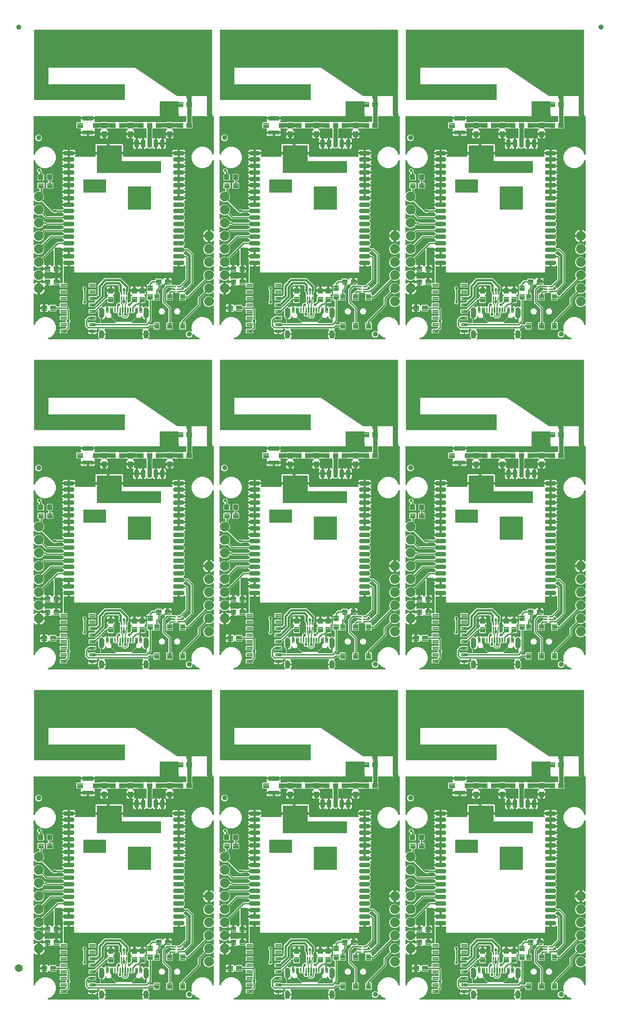
<source format=gtl>
G04 EAGLE Gerber RS-274X export*
G75*
%MOMM*%
%FSLAX34Y34*%
%LPD*%
%INTop Copper*%
%IPPOS*%
%AMOC8*
5,1,8,0,0,1.08239X$1,22.5*%
G01*
%ADD10C,0.510000*%
%ADD11C,0.100000*%
%ADD12C,0.101200*%
%ADD13C,1.000000*%
%ADD14C,0.102000*%
%ADD15C,0.654000*%
%ADD16C,0.102500*%
%ADD17C,0.300000*%
%ADD18C,1.879600*%
%ADD19C,1.500000*%
%ADD20C,0.254000*%
%ADD21C,0.558800*%
%ADD22C,0.127000*%
%ADD23C,0.858519*%
%ADD24C,0.457200*%
%ADD25C,0.185419*%
%ADD26C,0.508000*%

G36*
X301090Y87953D02*
X301090Y87953D01*
X301189Y87956D01*
X301247Y87973D01*
X301307Y87981D01*
X301399Y88017D01*
X301495Y88045D01*
X301547Y88075D01*
X301603Y88098D01*
X301683Y88156D01*
X301768Y88206D01*
X301844Y88272D01*
X301860Y88284D01*
X301868Y88294D01*
X301889Y88312D01*
X333454Y119878D01*
X333473Y119901D01*
X333495Y119920D01*
X333570Y120026D01*
X333649Y120129D01*
X333661Y120156D01*
X333678Y120180D01*
X333724Y120301D01*
X333776Y120421D01*
X333780Y120450D01*
X333791Y120477D01*
X333805Y120606D01*
X333826Y120735D01*
X333823Y120764D01*
X333826Y120793D01*
X333808Y120922D01*
X333796Y121051D01*
X333786Y121079D01*
X333782Y121108D01*
X333730Y121261D01*
X332231Y124878D01*
X332231Y129122D01*
X333855Y133043D01*
X336857Y136045D01*
X340778Y137669D01*
X345022Y137669D01*
X348943Y136045D01*
X350639Y134349D01*
X350748Y134264D01*
X350855Y134175D01*
X350874Y134167D01*
X350890Y134154D01*
X351018Y134099D01*
X351143Y134040D01*
X351163Y134036D01*
X351182Y134028D01*
X351320Y134006D01*
X351456Y133980D01*
X351476Y133981D01*
X351496Y133978D01*
X351635Y133991D01*
X351773Y134000D01*
X351792Y134006D01*
X351812Y134008D01*
X351944Y134055D01*
X352075Y134098D01*
X352093Y134109D01*
X352112Y134116D01*
X352227Y134194D01*
X352344Y134268D01*
X352358Y134283D01*
X352375Y134294D01*
X352467Y134398D01*
X352562Y134500D01*
X352572Y134517D01*
X352585Y134533D01*
X352649Y134657D01*
X352716Y134778D01*
X352721Y134798D01*
X352730Y134816D01*
X352760Y134952D01*
X352795Y135086D01*
X352797Y135114D01*
X352800Y135126D01*
X352799Y135147D01*
X352805Y135247D01*
X352805Y144153D01*
X352788Y144291D01*
X352775Y144430D01*
X352768Y144449D01*
X352765Y144469D01*
X352714Y144598D01*
X352667Y144729D01*
X352656Y144746D01*
X352648Y144764D01*
X352567Y144877D01*
X352489Y144992D01*
X352473Y145005D01*
X352462Y145022D01*
X352354Y145111D01*
X352250Y145202D01*
X352232Y145212D01*
X352217Y145225D01*
X352091Y145284D01*
X351967Y145347D01*
X351947Y145351D01*
X351929Y145360D01*
X351792Y145386D01*
X351657Y145417D01*
X351636Y145416D01*
X351617Y145420D01*
X351478Y145411D01*
X351339Y145407D01*
X351319Y145401D01*
X351299Y145400D01*
X351167Y145357D01*
X351033Y145319D01*
X351016Y145308D01*
X350997Y145302D01*
X350879Y145227D01*
X350759Y145157D01*
X350738Y145139D01*
X350728Y145132D01*
X350714Y145117D01*
X350639Y145051D01*
X348943Y143355D01*
X345022Y141731D01*
X340778Y141731D01*
X336857Y143355D01*
X333855Y146357D01*
X332231Y150278D01*
X332231Y154522D01*
X333855Y158443D01*
X336857Y161445D01*
X340778Y163069D01*
X345022Y163069D01*
X348943Y161445D01*
X350639Y159749D01*
X350748Y159664D01*
X350855Y159575D01*
X350874Y159567D01*
X350890Y159554D01*
X351018Y159499D01*
X351143Y159440D01*
X351163Y159436D01*
X351182Y159428D01*
X351320Y159406D01*
X351456Y159380D01*
X351476Y159381D01*
X351496Y159378D01*
X351635Y159391D01*
X351773Y159400D01*
X351792Y159406D01*
X351812Y159408D01*
X351944Y159455D01*
X352075Y159498D01*
X352093Y159509D01*
X352112Y159516D01*
X352227Y159594D01*
X352344Y159668D01*
X352358Y159683D01*
X352375Y159694D01*
X352467Y159798D01*
X352562Y159900D01*
X352572Y159917D01*
X352585Y159933D01*
X352649Y160057D01*
X352716Y160178D01*
X352721Y160198D01*
X352730Y160216D01*
X352760Y160352D01*
X352795Y160486D01*
X352797Y160514D01*
X352800Y160526D01*
X352799Y160547D01*
X352805Y160647D01*
X352805Y169553D01*
X352788Y169691D01*
X352775Y169830D01*
X352768Y169849D01*
X352765Y169869D01*
X352714Y169998D01*
X352667Y170129D01*
X352656Y170146D01*
X352648Y170164D01*
X352567Y170277D01*
X352489Y170392D01*
X352473Y170405D01*
X352462Y170422D01*
X352354Y170511D01*
X352250Y170602D01*
X352232Y170612D01*
X352217Y170625D01*
X352091Y170684D01*
X351967Y170747D01*
X351947Y170751D01*
X351929Y170760D01*
X351792Y170786D01*
X351657Y170817D01*
X351636Y170816D01*
X351617Y170820D01*
X351478Y170811D01*
X351339Y170807D01*
X351319Y170801D01*
X351299Y170800D01*
X351167Y170757D01*
X351033Y170719D01*
X351016Y170708D01*
X350997Y170702D01*
X350879Y170627D01*
X350759Y170557D01*
X350738Y170539D01*
X350728Y170532D01*
X350714Y170517D01*
X350639Y170451D01*
X348943Y168755D01*
X345022Y167131D01*
X340778Y167131D01*
X336857Y168755D01*
X333855Y171757D01*
X332231Y175678D01*
X332231Y179922D01*
X333855Y183843D01*
X336857Y186845D01*
X340778Y188469D01*
X345022Y188469D01*
X348943Y186845D01*
X350639Y185149D01*
X350748Y185064D01*
X350855Y184975D01*
X350874Y184967D01*
X350890Y184954D01*
X351018Y184899D01*
X351143Y184840D01*
X351163Y184836D01*
X351182Y184828D01*
X351320Y184806D01*
X351456Y184780D01*
X351476Y184781D01*
X351496Y184778D01*
X351635Y184791D01*
X351773Y184800D01*
X351792Y184806D01*
X351812Y184808D01*
X351944Y184855D01*
X352075Y184898D01*
X352093Y184909D01*
X352112Y184916D01*
X352227Y184994D01*
X352344Y185068D01*
X352358Y185083D01*
X352375Y185094D01*
X352467Y185198D01*
X352562Y185300D01*
X352572Y185317D01*
X352585Y185333D01*
X352649Y185457D01*
X352716Y185578D01*
X352721Y185598D01*
X352730Y185616D01*
X352760Y185752D01*
X352795Y185886D01*
X352797Y185914D01*
X352800Y185926D01*
X352799Y185947D01*
X352805Y186047D01*
X352805Y193157D01*
X352788Y193296D01*
X352775Y193434D01*
X352768Y193453D01*
X352765Y193473D01*
X352714Y193602D01*
X352667Y193733D01*
X352656Y193750D01*
X352648Y193768D01*
X352567Y193881D01*
X352488Y193996D01*
X352473Y194010D01*
X352462Y194026D01*
X352354Y194115D01*
X352250Y194207D01*
X352232Y194216D01*
X352217Y194229D01*
X352091Y194288D01*
X351966Y194351D01*
X351947Y194356D01*
X351929Y194364D01*
X351792Y194390D01*
X351656Y194421D01*
X351636Y194420D01*
X351617Y194424D01*
X351478Y194415D01*
X351338Y194411D01*
X351319Y194405D01*
X351299Y194404D01*
X351167Y194361D01*
X351033Y194322D01*
X351016Y194312D01*
X350997Y194306D01*
X350879Y194231D01*
X350759Y194161D01*
X350738Y194142D01*
X350728Y194136D01*
X350714Y194121D01*
X350708Y194116D01*
X349157Y192989D01*
X347483Y192136D01*
X345696Y191555D01*
X345439Y191515D01*
X345439Y201930D01*
X345424Y202048D01*
X345417Y202167D01*
X345404Y202205D01*
X345399Y202245D01*
X345356Y202356D01*
X345319Y202469D01*
X345297Y202503D01*
X345282Y202541D01*
X345212Y202637D01*
X345149Y202738D01*
X345119Y202766D01*
X345095Y202798D01*
X345004Y202874D01*
X344917Y202956D01*
X344882Y202975D01*
X344851Y203001D01*
X344743Y203052D01*
X344639Y203109D01*
X344599Y203120D01*
X344563Y203137D01*
X344446Y203159D01*
X344331Y203189D01*
X344270Y203193D01*
X344250Y203197D01*
X344230Y203195D01*
X344170Y203199D01*
X342899Y203199D01*
X342899Y203201D01*
X344170Y203201D01*
X344288Y203216D01*
X344407Y203223D01*
X344445Y203236D01*
X344485Y203241D01*
X344596Y203285D01*
X344709Y203321D01*
X344744Y203343D01*
X344781Y203358D01*
X344877Y203428D01*
X344978Y203491D01*
X345006Y203521D01*
X345039Y203545D01*
X345114Y203636D01*
X345196Y203723D01*
X345216Y203758D01*
X345241Y203790D01*
X345292Y203897D01*
X345350Y204002D01*
X345360Y204041D01*
X345377Y204077D01*
X345399Y204194D01*
X345429Y204309D01*
X345433Y204370D01*
X345437Y204390D01*
X345435Y204410D01*
X345439Y204470D01*
X345439Y214885D01*
X345696Y214845D01*
X347483Y214264D01*
X349157Y213411D01*
X350758Y212248D01*
X350774Y212239D01*
X350855Y212171D01*
X350874Y212163D01*
X350889Y212151D01*
X351017Y212095D01*
X351143Y212036D01*
X351163Y212032D01*
X351181Y212024D01*
X351319Y212002D01*
X351456Y211976D01*
X351475Y211977D01*
X351495Y211974D01*
X351634Y211987D01*
X351773Y211996D01*
X351792Y212002D01*
X351812Y212004D01*
X351943Y212051D01*
X352075Y212094D01*
X352092Y212105D01*
X352111Y212111D01*
X352226Y212189D01*
X352344Y212264D01*
X352358Y212279D01*
X352374Y212290D01*
X352466Y212394D01*
X352562Y212496D01*
X352572Y212513D01*
X352585Y212528D01*
X352648Y212652D01*
X352716Y212774D01*
X352721Y212794D01*
X352730Y212811D01*
X352760Y212947D01*
X352795Y213082D01*
X352797Y213110D01*
X352799Y213122D01*
X352799Y213142D01*
X352805Y213243D01*
X352805Y349365D01*
X352797Y349434D01*
X352798Y349504D01*
X352777Y349591D01*
X352765Y349680D01*
X352740Y349745D01*
X352723Y349813D01*
X352681Y349893D01*
X352648Y349976D01*
X352607Y350033D01*
X352575Y350094D01*
X352514Y350161D01*
X352462Y350234D01*
X352408Y350278D01*
X352361Y350330D01*
X352286Y350379D01*
X352217Y350436D01*
X352153Y350466D01*
X352095Y350504D01*
X352010Y350534D01*
X351929Y350572D01*
X351860Y350585D01*
X351794Y350608D01*
X351705Y350615D01*
X351617Y350632D01*
X351547Y350627D01*
X351477Y350633D01*
X351389Y350617D01*
X351299Y350612D01*
X351233Y350590D01*
X351164Y350578D01*
X351082Y350542D01*
X350997Y350514D01*
X350938Y350477D01*
X350874Y350448D01*
X350804Y350392D01*
X350728Y350344D01*
X350680Y350293D01*
X350626Y350249D01*
X350571Y350177D01*
X350510Y350112D01*
X350476Y350051D01*
X350434Y349995D01*
X350363Y349851D01*
X347858Y343801D01*
X341999Y337942D01*
X334343Y334771D01*
X326057Y334771D01*
X318402Y337942D01*
X312542Y343802D01*
X309371Y351457D01*
X309371Y359743D01*
X312542Y367399D01*
X318401Y373258D01*
X326057Y376429D01*
X334343Y376429D01*
X341999Y373258D01*
X347858Y367399D01*
X350363Y361349D01*
X350398Y361289D01*
X350424Y361224D01*
X350476Y361151D01*
X350521Y361073D01*
X350570Y361023D01*
X350610Y360966D01*
X350680Y360909D01*
X350742Y360845D01*
X350802Y360808D01*
X350855Y360764D01*
X350937Y360725D01*
X351013Y360678D01*
X351080Y360658D01*
X351143Y360628D01*
X351231Y360611D01*
X351317Y360585D01*
X351387Y360581D01*
X351456Y360568D01*
X351545Y360574D01*
X351635Y360570D01*
X351703Y360584D01*
X351773Y360588D01*
X351858Y360616D01*
X351946Y360634D01*
X352009Y360665D01*
X352075Y360686D01*
X352151Y360734D01*
X352232Y360774D01*
X352285Y360819D01*
X352344Y360856D01*
X352406Y360922D01*
X352474Y360980D01*
X352514Y361037D01*
X352562Y361088D01*
X352605Y361167D01*
X352657Y361240D01*
X352682Y361305D01*
X352716Y361366D01*
X352738Y361453D01*
X352770Y361537D01*
X352778Y361607D01*
X352795Y361674D01*
X352805Y361835D01*
X352805Y434340D01*
X352790Y434458D01*
X352783Y434577D01*
X352770Y434615D01*
X352765Y434656D01*
X352722Y434766D01*
X352685Y434879D01*
X352663Y434914D01*
X352648Y434951D01*
X352579Y435047D01*
X352515Y435148D01*
X352485Y435176D01*
X352462Y435209D01*
X352370Y435285D01*
X352283Y435366D01*
X352248Y435386D01*
X352217Y435411D01*
X352109Y435462D01*
X352005Y435520D01*
X351965Y435530D01*
X351929Y435547D01*
X351812Y435569D01*
X351697Y435599D01*
X351637Y435603D01*
X351617Y435607D01*
X351596Y435605D01*
X351536Y435609D01*
X351181Y435609D01*
X351082Y435597D01*
X350984Y435594D01*
X350926Y435577D01*
X350865Y435569D01*
X350773Y435533D01*
X350678Y435505D01*
X350626Y435475D01*
X350570Y435452D01*
X350490Y435394D01*
X350404Y435344D01*
X350329Y435278D01*
X350312Y435266D01*
X350307Y435259D01*
X350303Y435257D01*
X350299Y435251D01*
X350283Y435237D01*
X350002Y434956D01*
X338913Y434956D01*
X338631Y435238D01*
X338553Y435298D01*
X338481Y435366D01*
X338428Y435395D01*
X338380Y435432D01*
X338300Y435467D01*
X338289Y435472D01*
X338258Y435489D01*
X338202Y435520D01*
X338144Y435535D01*
X338116Y435547D01*
X338088Y435559D01*
X337990Y435574D01*
X337915Y435594D01*
X337894Y435599D01*
X337794Y435605D01*
X337777Y435608D01*
X337774Y435609D01*
X337762Y435607D01*
X337734Y435609D01*
X311697Y435609D01*
X311579Y435594D01*
X311460Y435587D01*
X311421Y435574D01*
X311381Y435569D01*
X311271Y435526D01*
X311157Y435489D01*
X311123Y435467D01*
X311086Y435452D01*
X310989Y435383D01*
X310889Y435319D01*
X310861Y435289D01*
X310828Y435266D01*
X310752Y435174D01*
X310671Y435087D01*
X310651Y435052D01*
X310625Y435021D01*
X310575Y434913D01*
X310517Y434809D01*
X310507Y434769D01*
X310490Y434733D01*
X310468Y434616D01*
X310438Y434501D01*
X310434Y434441D01*
X310430Y434421D01*
X310430Y434420D01*
X310431Y434400D01*
X310428Y434340D01*
X310428Y424342D01*
X310440Y424244D01*
X310443Y424145D01*
X310460Y424087D01*
X310467Y424027D01*
X310504Y423935D01*
X310531Y423840D01*
X310562Y423787D01*
X310584Y423731D01*
X310643Y423651D01*
X310693Y423566D01*
X310759Y423490D01*
X310771Y423474D01*
X310781Y423466D01*
X310799Y423445D01*
X311181Y423063D01*
X311181Y412597D01*
X310143Y411559D01*
X299582Y411559D01*
X299484Y411547D01*
X299385Y411544D01*
X299327Y411527D01*
X299267Y411519D01*
X299174Y411483D01*
X299162Y411479D01*
X292669Y411479D01*
X292648Y411485D01*
X292593Y411509D01*
X292495Y411524D01*
X292399Y411549D01*
X292299Y411555D01*
X292278Y411559D01*
X292266Y411557D01*
X292238Y411559D01*
X281677Y411559D01*
X281341Y411895D01*
X281263Y411956D01*
X281191Y412023D01*
X281138Y412053D01*
X281090Y412090D01*
X280999Y412129D01*
X280912Y412177D01*
X280853Y412192D01*
X280798Y412216D01*
X280700Y412232D01*
X280604Y412256D01*
X280504Y412263D01*
X280484Y412266D01*
X280471Y412265D01*
X280443Y412267D01*
X273676Y412267D01*
X273577Y412254D01*
X273478Y412251D01*
X273420Y412234D01*
X273360Y412227D01*
X273268Y412190D01*
X273173Y412163D01*
X273121Y412132D01*
X273064Y412110D01*
X272984Y412052D01*
X272899Y412001D01*
X272824Y411935D01*
X272807Y411923D01*
X272799Y411914D01*
X272778Y411895D01*
X271691Y410808D01*
X271610Y410703D01*
X271525Y410603D01*
X271513Y410578D01*
X271497Y410557D01*
X271444Y410435D01*
X271386Y410316D01*
X271381Y410290D01*
X271370Y410265D01*
X271349Y410134D01*
X271323Y410005D01*
X271325Y409978D01*
X271320Y409951D01*
X271333Y409819D01*
X271340Y409687D01*
X271348Y409661D01*
X271350Y409634D01*
X271395Y409510D01*
X271434Y409383D01*
X271449Y409361D01*
X271458Y409335D01*
X271532Y409226D01*
X271602Y409113D01*
X271621Y409094D01*
X271636Y409072D01*
X271735Y408985D01*
X271831Y408893D01*
X271855Y408879D01*
X271875Y408862D01*
X271993Y408801D01*
X272108Y408736D01*
X272144Y408724D01*
X272158Y408717D01*
X272179Y408712D01*
X272261Y408685D01*
X272374Y408654D01*
X273067Y408254D01*
X273633Y407688D01*
X274034Y406995D01*
X274241Y406221D01*
X274241Y403320D01*
X267930Y403320D01*
X267812Y403305D01*
X267693Y403298D01*
X267655Y403285D01*
X267615Y403280D01*
X267504Y403237D01*
X267391Y403200D01*
X267357Y403178D01*
X267319Y403163D01*
X267223Y403094D01*
X267122Y403030D01*
X267094Y403000D01*
X267062Y402977D01*
X266986Y402885D01*
X266904Y402798D01*
X266885Y402763D01*
X266859Y402732D01*
X266808Y402624D01*
X266751Y402520D01*
X266741Y402480D01*
X266723Y402444D01*
X266703Y402337D01*
X266699Y402367D01*
X266655Y402477D01*
X266619Y402590D01*
X266597Y402625D01*
X266582Y402662D01*
X266512Y402758D01*
X266449Y402859D01*
X266419Y402887D01*
X266395Y402920D01*
X266304Y402996D01*
X266217Y403077D01*
X266182Y403097D01*
X266150Y403122D01*
X266043Y403173D01*
X265938Y403231D01*
X265899Y403241D01*
X265863Y403258D01*
X265746Y403280D01*
X265630Y403310D01*
X265570Y403314D01*
X265550Y403318D01*
X265530Y403316D01*
X265470Y403320D01*
X259159Y403320D01*
X259159Y406221D01*
X259366Y406995D01*
X259767Y407688D01*
X260333Y408254D01*
X261026Y408654D01*
X261139Y408685D01*
X261262Y408735D01*
X261387Y408780D01*
X261409Y408795D01*
X261434Y408805D01*
X261540Y408884D01*
X261650Y408958D01*
X261668Y408978D01*
X261689Y408994D01*
X261773Y409097D01*
X261860Y409197D01*
X261873Y409221D01*
X261889Y409242D01*
X261945Y409362D01*
X262005Y409480D01*
X262011Y409506D01*
X262022Y409531D01*
X262045Y409661D01*
X262075Y409790D01*
X262074Y409817D01*
X262078Y409844D01*
X262069Y409975D01*
X262065Y410108D01*
X262057Y410134D01*
X262055Y410161D01*
X262013Y410286D01*
X261976Y410414D01*
X261963Y410437D01*
X261954Y410462D01*
X261882Y410573D01*
X261815Y410687D01*
X261790Y410716D01*
X261781Y410729D01*
X261765Y410744D01*
X261709Y410808D01*
X260622Y411895D01*
X260544Y411956D01*
X260472Y412023D01*
X260419Y412053D01*
X260371Y412090D01*
X260280Y412129D01*
X260193Y412177D01*
X260134Y412192D01*
X260079Y412216D01*
X259981Y412232D01*
X259885Y412256D01*
X259785Y412263D01*
X259765Y412266D01*
X259752Y412265D01*
X259724Y412267D01*
X251687Y412267D01*
X251588Y412254D01*
X251489Y412251D01*
X251431Y412234D01*
X251371Y412227D01*
X251279Y412190D01*
X251184Y412163D01*
X251132Y412132D01*
X251075Y412110D01*
X250995Y412052D01*
X250910Y412001D01*
X250835Y411935D01*
X250818Y411923D01*
X250810Y411913D01*
X250789Y411895D01*
X250453Y411559D01*
X239892Y411559D01*
X239794Y411547D01*
X239695Y411544D01*
X239637Y411527D01*
X239577Y411519D01*
X239484Y411483D01*
X239472Y411479D01*
X234633Y411479D01*
X234514Y411464D01*
X234396Y411457D01*
X234357Y411444D01*
X234317Y411439D01*
X234206Y411396D01*
X234093Y411359D01*
X234059Y411337D01*
X234021Y411322D01*
X233925Y411253D01*
X233824Y411189D01*
X233797Y411159D01*
X233764Y411136D01*
X233688Y411044D01*
X233607Y410957D01*
X233587Y410922D01*
X233561Y410891D01*
X233510Y410783D01*
X233453Y410679D01*
X233443Y410639D01*
X233426Y410603D01*
X233403Y410486D01*
X233374Y410371D01*
X233370Y410311D01*
X233366Y410291D01*
X233367Y410270D01*
X233363Y410210D01*
X233363Y393448D01*
X233365Y393433D01*
X233364Y393419D01*
X233385Y393276D01*
X233403Y393133D01*
X233409Y393119D01*
X233411Y393104D01*
X233467Y392971D01*
X233520Y392837D01*
X233529Y392825D01*
X233535Y392811D01*
X233622Y392696D01*
X233707Y392580D01*
X233718Y392570D01*
X233727Y392558D01*
X233841Y392469D01*
X233952Y392377D01*
X233965Y392370D01*
X233977Y392361D01*
X234110Y392302D01*
X234240Y392241D01*
X234254Y392238D01*
X234268Y392232D01*
X234411Y392208D01*
X234552Y392181D01*
X234567Y392182D01*
X234581Y392180D01*
X234726Y392192D01*
X234869Y392201D01*
X234884Y392206D01*
X234898Y392207D01*
X235035Y392255D01*
X235172Y392299D01*
X235184Y392307D01*
X235198Y392312D01*
X235338Y392393D01*
X236189Y392961D01*
X237115Y393345D01*
X238099Y393541D01*
X238176Y393541D01*
X238176Y383530D01*
X238191Y383412D01*
X238198Y383293D01*
X238210Y383255D01*
X238216Y383215D01*
X238259Y383104D01*
X238296Y382991D01*
X238318Y382957D01*
X238333Y382919D01*
X238402Y382823D01*
X238466Y382722D01*
X238496Y382694D01*
X238514Y382670D01*
X238500Y382654D01*
X238419Y382567D01*
X238399Y382532D01*
X238374Y382500D01*
X238323Y382393D01*
X238265Y382288D01*
X238255Y382249D01*
X238238Y382213D01*
X238216Y382096D01*
X238186Y381980D01*
X238182Y381920D01*
X238178Y381900D01*
X238180Y381880D01*
X238176Y381820D01*
X238176Y371809D01*
X238099Y371809D01*
X237115Y372005D01*
X236189Y372389D01*
X235355Y372946D01*
X234646Y373655D01*
X234308Y374160D01*
X234271Y374203D01*
X234258Y374224D01*
X234244Y374237D01*
X234206Y374293D01*
X234149Y374343D01*
X234100Y374400D01*
X234030Y374448D01*
X233967Y374504D01*
X233900Y374538D01*
X233838Y374581D01*
X233759Y374610D01*
X233684Y374649D01*
X233611Y374665D01*
X233540Y374691D01*
X233456Y374700D01*
X233374Y374718D01*
X233298Y374716D01*
X233224Y374724D01*
X233140Y374711D01*
X233056Y374709D01*
X232983Y374688D01*
X232909Y374676D01*
X232831Y374644D01*
X232750Y374620D01*
X232686Y374582D01*
X232616Y374553D01*
X232549Y374501D01*
X232476Y374459D01*
X232371Y374365D01*
X232363Y374360D01*
X232361Y374357D01*
X232356Y374352D01*
X231083Y373079D01*
X224517Y373079D01*
X223244Y374352D01*
X223178Y374404D01*
X223118Y374463D01*
X223053Y374501D01*
X222993Y374547D01*
X222916Y374581D01*
X222843Y374623D01*
X222770Y374644D01*
X222701Y374673D01*
X222618Y374687D01*
X222537Y374710D01*
X222462Y374712D01*
X222387Y374723D01*
X222303Y374715D01*
X222219Y374717D01*
X222146Y374701D01*
X222071Y374693D01*
X221991Y374665D01*
X221909Y374646D01*
X221842Y374611D01*
X221771Y374586D01*
X221701Y374538D01*
X221627Y374500D01*
X221571Y374450D01*
X221508Y374407D01*
X221452Y374344D01*
X221389Y374288D01*
X221304Y374176D01*
X221298Y374169D01*
X221296Y374166D01*
X221292Y374160D01*
X220954Y373655D01*
X220245Y372946D01*
X219411Y372389D01*
X218485Y372005D01*
X217501Y371809D01*
X217424Y371809D01*
X217424Y381820D01*
X217409Y381938D01*
X217402Y382057D01*
X217389Y382095D01*
X217384Y382135D01*
X217341Y382246D01*
X217304Y382359D01*
X217282Y382393D01*
X217267Y382431D01*
X217198Y382527D01*
X217134Y382628D01*
X217104Y382656D01*
X217086Y382680D01*
X217100Y382696D01*
X217181Y382783D01*
X217201Y382818D01*
X217226Y382850D01*
X217277Y382957D01*
X217335Y383062D01*
X217345Y383101D01*
X217362Y383137D01*
X217384Y383254D01*
X217414Y383370D01*
X217418Y383430D01*
X217422Y383450D01*
X217420Y383470D01*
X217422Y383489D01*
X217422Y383490D01*
X217424Y383530D01*
X217424Y393541D01*
X217501Y393541D01*
X218485Y393345D01*
X219411Y392961D01*
X220262Y392393D01*
X220275Y392386D01*
X220287Y392377D01*
X220417Y392315D01*
X220547Y392251D01*
X220561Y392248D01*
X220575Y392241D01*
X220716Y392214D01*
X220858Y392184D01*
X220872Y392184D01*
X220887Y392181D01*
X221031Y392190D01*
X221175Y392196D01*
X221190Y392200D01*
X221204Y392201D01*
X221341Y392246D01*
X221480Y392287D01*
X221493Y392295D01*
X221507Y392299D01*
X221629Y392376D01*
X221753Y392451D01*
X221763Y392461D01*
X221776Y392469D01*
X221875Y392575D01*
X221976Y392677D01*
X221983Y392690D01*
X221993Y392701D01*
X222063Y392828D01*
X222136Y392952D01*
X222140Y392967D01*
X222147Y392980D01*
X222183Y393119D01*
X222222Y393258D01*
X222223Y393273D01*
X222226Y393287D01*
X222237Y393448D01*
X222237Y410210D01*
X222222Y410328D01*
X222214Y410447D01*
X222202Y410485D01*
X222197Y410526D01*
X222153Y410636D01*
X222116Y410749D01*
X222095Y410784D01*
X222080Y410821D01*
X222010Y410917D01*
X221946Y411018D01*
X221917Y411046D01*
X221893Y411079D01*
X221801Y411155D01*
X221715Y411236D01*
X221679Y411256D01*
X221648Y411281D01*
X221540Y411332D01*
X221436Y411390D01*
X221397Y411400D01*
X221360Y411417D01*
X221243Y411439D01*
X221128Y411469D01*
X221068Y411473D01*
X221048Y411477D01*
X221028Y411475D01*
X220967Y411479D01*
X216469Y411479D01*
X216448Y411485D01*
X216393Y411509D01*
X216295Y411524D01*
X216199Y411549D01*
X216099Y411555D01*
X216078Y411559D01*
X216066Y411557D01*
X216038Y411559D01*
X204969Y411559D01*
X204633Y411895D01*
X204555Y411956D01*
X204483Y412023D01*
X204430Y412053D01*
X204382Y412090D01*
X204291Y412129D01*
X204204Y412177D01*
X204145Y412192D01*
X204090Y412216D01*
X203992Y412232D01*
X203896Y412256D01*
X203796Y412263D01*
X203776Y412266D01*
X203763Y412265D01*
X203735Y412267D01*
X197476Y412267D01*
X197377Y412254D01*
X197278Y412251D01*
X197220Y412234D01*
X197160Y412227D01*
X197068Y412190D01*
X196973Y412163D01*
X196921Y412132D01*
X196864Y412110D01*
X196784Y412052D01*
X196699Y412001D01*
X196624Y411935D01*
X196607Y411923D01*
X196599Y411914D01*
X196578Y411895D01*
X195491Y410808D01*
X195410Y410703D01*
X195325Y410603D01*
X195313Y410578D01*
X195297Y410557D01*
X195244Y410435D01*
X195186Y410316D01*
X195181Y410290D01*
X195170Y410265D01*
X195149Y410134D01*
X195123Y410005D01*
X195125Y409978D01*
X195120Y409951D01*
X195133Y409819D01*
X195140Y409687D01*
X195148Y409661D01*
X195150Y409634D01*
X195195Y409510D01*
X195234Y409383D01*
X195249Y409361D01*
X195258Y409335D01*
X195332Y409226D01*
X195402Y409113D01*
X195421Y409094D01*
X195436Y409072D01*
X195535Y408985D01*
X195631Y408893D01*
X195655Y408879D01*
X195675Y408862D01*
X195793Y408801D01*
X195908Y408736D01*
X195944Y408724D01*
X195958Y408717D01*
X195979Y408712D01*
X196061Y408685D01*
X196174Y408654D01*
X196867Y408254D01*
X197433Y407688D01*
X197834Y406995D01*
X198041Y406221D01*
X198041Y403320D01*
X191730Y403320D01*
X191612Y403305D01*
X191493Y403298D01*
X191455Y403285D01*
X191415Y403280D01*
X191304Y403237D01*
X191191Y403200D01*
X191157Y403178D01*
X191119Y403163D01*
X191023Y403094D01*
X190922Y403030D01*
X190894Y403000D01*
X190862Y402977D01*
X190786Y402885D01*
X190704Y402798D01*
X190685Y402763D01*
X190659Y402732D01*
X190608Y402624D01*
X190551Y402520D01*
X190541Y402480D01*
X190523Y402444D01*
X190503Y402337D01*
X190499Y402367D01*
X190455Y402477D01*
X190419Y402590D01*
X190397Y402625D01*
X190382Y402662D01*
X190312Y402758D01*
X190249Y402859D01*
X190219Y402887D01*
X190195Y402920D01*
X190104Y402996D01*
X190017Y403077D01*
X189982Y403097D01*
X189950Y403122D01*
X189843Y403173D01*
X189738Y403231D01*
X189699Y403241D01*
X189663Y403258D01*
X189546Y403280D01*
X189430Y403310D01*
X189370Y403314D01*
X189350Y403318D01*
X189330Y403316D01*
X189270Y403320D01*
X182959Y403320D01*
X182959Y406221D01*
X183166Y406995D01*
X183567Y407688D01*
X184133Y408254D01*
X184826Y408654D01*
X184939Y408685D01*
X185062Y408735D01*
X185187Y408780D01*
X185209Y408795D01*
X185234Y408805D01*
X185340Y408884D01*
X185450Y408958D01*
X185468Y408978D01*
X185489Y408994D01*
X185573Y409097D01*
X185660Y409197D01*
X185673Y409221D01*
X185689Y409242D01*
X185745Y409362D01*
X185805Y409480D01*
X185811Y409506D01*
X185822Y409531D01*
X185845Y409661D01*
X185875Y409790D01*
X185874Y409817D01*
X185878Y409844D01*
X185869Y409975D01*
X185865Y410108D01*
X185857Y410134D01*
X185855Y410161D01*
X185813Y410286D01*
X185776Y410414D01*
X185763Y410437D01*
X185754Y410462D01*
X185682Y410573D01*
X185615Y410687D01*
X185590Y410716D01*
X185581Y410729D01*
X185565Y410744D01*
X185509Y410808D01*
X184431Y411886D01*
X184353Y411947D01*
X184281Y412014D01*
X184228Y412044D01*
X184180Y412081D01*
X184089Y412120D01*
X184002Y412168D01*
X183943Y412183D01*
X183888Y412207D01*
X183790Y412223D01*
X183694Y412247D01*
X183594Y412254D01*
X183574Y412257D01*
X183561Y412256D01*
X183533Y412258D01*
X180558Y412258D01*
X180459Y412245D01*
X180360Y412242D01*
X180302Y412225D01*
X180242Y412218D01*
X180150Y412181D01*
X180055Y412154D01*
X180003Y412123D01*
X179946Y412101D01*
X179866Y412043D01*
X179781Y411992D01*
X179706Y411926D01*
X179689Y411914D01*
X179681Y411904D01*
X179660Y411886D01*
X179333Y411559D01*
X168772Y411559D01*
X168674Y411547D01*
X168575Y411544D01*
X168517Y411527D01*
X168457Y411519D01*
X168364Y411483D01*
X168352Y411479D01*
X161859Y411479D01*
X161838Y411485D01*
X161782Y411509D01*
X161684Y411524D01*
X161589Y411549D01*
X161489Y411555D01*
X161468Y411559D01*
X161456Y411557D01*
X161428Y411559D01*
X150867Y411559D01*
X150540Y411886D01*
X150462Y411947D01*
X150390Y412014D01*
X150336Y412044D01*
X150289Y412081D01*
X150198Y412120D01*
X150111Y412168D01*
X150053Y412183D01*
X149997Y412207D01*
X149899Y412223D01*
X149803Y412247D01*
X149703Y412254D01*
X149683Y412257D01*
X149670Y412256D01*
X149642Y412258D01*
X146667Y412258D01*
X146568Y412245D01*
X146469Y412242D01*
X146411Y412225D01*
X146351Y412218D01*
X146259Y412181D01*
X146164Y412154D01*
X146112Y412123D01*
X146055Y412101D01*
X145975Y412043D01*
X145890Y411992D01*
X145815Y411926D01*
X145798Y411914D01*
X145790Y411905D01*
X145769Y411886D01*
X144692Y410808D01*
X144610Y410704D01*
X144525Y410603D01*
X144513Y410578D01*
X144497Y410557D01*
X144444Y410435D01*
X144386Y410316D01*
X144381Y410290D01*
X144370Y410265D01*
X144349Y410134D01*
X144323Y410005D01*
X144325Y409978D01*
X144320Y409951D01*
X144333Y409819D01*
X144340Y409687D01*
X144348Y409661D01*
X144350Y409634D01*
X144395Y409510D01*
X144434Y409384D01*
X144449Y409361D01*
X144458Y409335D01*
X144532Y409226D01*
X144602Y409113D01*
X144621Y409094D01*
X144636Y409072D01*
X144736Y408985D01*
X144831Y408893D01*
X144855Y408879D01*
X144875Y408862D01*
X144993Y408801D01*
X145108Y408736D01*
X145144Y408724D01*
X145158Y408717D01*
X145179Y408712D01*
X145261Y408685D01*
X145374Y408654D01*
X146067Y408254D01*
X146633Y407688D01*
X147034Y406995D01*
X147241Y406221D01*
X147241Y403320D01*
X140930Y403320D01*
X140812Y403305D01*
X140693Y403298D01*
X140655Y403285D01*
X140615Y403280D01*
X140504Y403237D01*
X140391Y403200D01*
X140357Y403178D01*
X140319Y403163D01*
X140223Y403094D01*
X140122Y403030D01*
X140094Y403000D01*
X140062Y402977D01*
X139986Y402885D01*
X139904Y402798D01*
X139885Y402763D01*
X139859Y402732D01*
X139808Y402624D01*
X139751Y402520D01*
X139741Y402480D01*
X139723Y402444D01*
X139703Y402337D01*
X139699Y402367D01*
X139655Y402477D01*
X139619Y402590D01*
X139597Y402625D01*
X139582Y402662D01*
X139512Y402758D01*
X139449Y402859D01*
X139419Y402887D01*
X139395Y402920D01*
X139304Y402996D01*
X139217Y403077D01*
X139182Y403097D01*
X139150Y403122D01*
X139043Y403173D01*
X138938Y403231D01*
X138899Y403241D01*
X138863Y403258D01*
X138746Y403280D01*
X138630Y403310D01*
X138570Y403314D01*
X138550Y403318D01*
X138530Y403316D01*
X138470Y403320D01*
X132159Y403320D01*
X132159Y406221D01*
X132366Y406995D01*
X132767Y407688D01*
X133333Y408254D01*
X134026Y408654D01*
X134139Y408685D01*
X134262Y408735D01*
X134387Y408780D01*
X134409Y408795D01*
X134434Y408805D01*
X134540Y408884D01*
X134650Y408958D01*
X134668Y408978D01*
X134689Y408995D01*
X134772Y409097D01*
X134860Y409197D01*
X134872Y409221D01*
X134889Y409242D01*
X134945Y409362D01*
X135005Y409480D01*
X135011Y409506D01*
X135022Y409531D01*
X135046Y409661D01*
X135074Y409790D01*
X135074Y409817D01*
X135078Y409844D01*
X135069Y409976D01*
X135065Y410108D01*
X135057Y410134D01*
X135055Y410161D01*
X135013Y410286D01*
X134976Y410414D01*
X134963Y410437D01*
X134954Y410462D01*
X134882Y410573D01*
X134815Y410687D01*
X134790Y410716D01*
X134781Y410729D01*
X134765Y410744D01*
X134708Y410808D01*
X133622Y411895D01*
X133544Y411956D01*
X133472Y412023D01*
X133419Y412053D01*
X133371Y412090D01*
X133280Y412129D01*
X133193Y412177D01*
X133134Y412192D01*
X133079Y412216D01*
X132981Y412232D01*
X132885Y412256D01*
X132785Y412263D01*
X132765Y412266D01*
X132752Y412265D01*
X132724Y412267D01*
X129917Y412267D01*
X129818Y412254D01*
X129719Y412251D01*
X129661Y412234D01*
X129601Y412227D01*
X129509Y412190D01*
X129414Y412163D01*
X129362Y412132D01*
X129305Y412110D01*
X129225Y412052D01*
X129140Y412001D01*
X129065Y411935D01*
X129048Y411923D01*
X129040Y411914D01*
X129019Y411895D01*
X128683Y411559D01*
X122002Y411559D01*
X121871Y411543D01*
X121739Y411532D01*
X121714Y411523D01*
X121687Y411519D01*
X121564Y411471D01*
X121439Y411427D01*
X121416Y411412D01*
X121391Y411402D01*
X121284Y411325D01*
X121174Y411251D01*
X121156Y411231D01*
X121134Y411216D01*
X121049Y411114D01*
X120961Y411015D01*
X120948Y410991D01*
X120931Y410971D01*
X120875Y410851D01*
X120813Y410734D01*
X120807Y410707D01*
X120795Y410683D01*
X120771Y410553D01*
X120740Y410424D01*
X120741Y410397D01*
X120736Y410371D01*
X120744Y410238D01*
X120746Y410106D01*
X120754Y410080D01*
X120755Y410053D01*
X120796Y409927D01*
X120832Y409800D01*
X120849Y409765D01*
X120853Y409751D01*
X120865Y409732D01*
X120903Y409655D01*
X121283Y408998D01*
X121491Y408222D01*
X121491Y406204D01*
X108805Y406204D01*
X108687Y406189D01*
X108568Y406182D01*
X108530Y406169D01*
X108490Y406164D01*
X108379Y406121D01*
X108266Y406084D01*
X108232Y406062D01*
X108194Y406047D01*
X108098Y405978D01*
X107997Y405914D01*
X107969Y405884D01*
X107945Y405866D01*
X107929Y405880D01*
X107842Y405961D01*
X107807Y405981D01*
X107775Y406006D01*
X107668Y406057D01*
X107563Y406115D01*
X107524Y406125D01*
X107488Y406142D01*
X107371Y406164D01*
X107255Y406194D01*
X107195Y406198D01*
X107175Y406202D01*
X107155Y406200D01*
X107095Y406204D01*
X94409Y406204D01*
X94409Y408222D01*
X94617Y408998D01*
X94997Y409655D01*
X95048Y409778D01*
X95105Y409897D01*
X95110Y409924D01*
X95120Y409949D01*
X95140Y410080D01*
X95164Y410210D01*
X95163Y410236D01*
X95167Y410263D01*
X95153Y410395D01*
X95145Y410527D01*
X95136Y410553D01*
X95134Y410579D01*
X95087Y410704D01*
X95047Y410829D01*
X95032Y410852D01*
X95023Y410878D01*
X94947Y410986D01*
X94877Y411098D01*
X94857Y411117D01*
X94841Y411139D01*
X94741Y411225D01*
X94645Y411316D01*
X94621Y411329D01*
X94601Y411347D01*
X94482Y411406D01*
X94366Y411470D01*
X94340Y411476D01*
X94316Y411488D01*
X94186Y411516D01*
X94058Y411549D01*
X94020Y411551D01*
X94005Y411555D01*
X93983Y411554D01*
X93898Y411559D01*
X87217Y411559D01*
X86179Y412597D01*
X86179Y423063D01*
X87217Y424101D01*
X93898Y424101D01*
X94029Y424117D01*
X94161Y424128D01*
X94186Y424137D01*
X94213Y424141D01*
X94336Y424189D01*
X94461Y424233D01*
X94484Y424248D01*
X94509Y424258D01*
X94616Y424335D01*
X94726Y424409D01*
X94744Y424429D01*
X94766Y424444D01*
X94851Y424546D01*
X94939Y424645D01*
X94952Y424669D01*
X94969Y424689D01*
X95025Y424809D01*
X95087Y424926D01*
X95093Y424953D01*
X95105Y424977D01*
X95129Y425107D01*
X95160Y425236D01*
X95159Y425263D01*
X95164Y425289D01*
X95156Y425422D01*
X95154Y425554D01*
X95146Y425580D01*
X95145Y425607D01*
X95104Y425733D01*
X95068Y425860D01*
X95051Y425895D01*
X95047Y425909D01*
X95035Y425928D01*
X94997Y426005D01*
X94617Y426662D01*
X94409Y427438D01*
X94409Y429456D01*
X107095Y429456D01*
X107213Y429471D01*
X107332Y429478D01*
X107370Y429490D01*
X107410Y429496D01*
X107521Y429539D01*
X107634Y429576D01*
X107668Y429598D01*
X107706Y429613D01*
X107802Y429682D01*
X107903Y429746D01*
X107931Y429776D01*
X107955Y429794D01*
X107971Y429780D01*
X108058Y429699D01*
X108093Y429679D01*
X108125Y429654D01*
X108232Y429603D01*
X108337Y429545D01*
X108376Y429535D01*
X108412Y429518D01*
X108529Y429496D01*
X108645Y429466D01*
X108705Y429462D01*
X108725Y429458D01*
X108745Y429460D01*
X108805Y429456D01*
X121491Y429456D01*
X121491Y427438D01*
X121283Y426662D01*
X120903Y426005D01*
X120852Y425882D01*
X120795Y425763D01*
X120790Y425736D01*
X120780Y425711D01*
X120760Y425580D01*
X120736Y425450D01*
X120737Y425424D01*
X120733Y425397D01*
X120747Y425265D01*
X120755Y425133D01*
X120764Y425107D01*
X120766Y425081D01*
X120813Y424956D01*
X120853Y424831D01*
X120868Y424808D01*
X120877Y424782D01*
X120953Y424673D01*
X121023Y424562D01*
X121043Y424543D01*
X121059Y424521D01*
X121159Y424435D01*
X121255Y424344D01*
X121279Y424331D01*
X121299Y424313D01*
X121418Y424254D01*
X121534Y424190D01*
X121560Y424184D01*
X121584Y424172D01*
X121714Y424144D01*
X121842Y424111D01*
X121880Y424109D01*
X121895Y424105D01*
X121917Y424106D01*
X122002Y424101D01*
X128683Y424101D01*
X129019Y423765D01*
X129097Y423704D01*
X129169Y423637D01*
X129222Y423607D01*
X129270Y423570D01*
X129361Y423531D01*
X129448Y423483D01*
X129507Y423468D01*
X129562Y423444D01*
X129660Y423428D01*
X129756Y423404D01*
X129856Y423397D01*
X129876Y423394D01*
X129889Y423395D01*
X129917Y423393D01*
X132742Y423393D01*
X132841Y423406D01*
X132940Y423409D01*
X132998Y423426D01*
X133058Y423433D01*
X133150Y423470D01*
X133245Y423497D01*
X133297Y423528D01*
X133354Y423550D01*
X133434Y423608D01*
X133519Y423659D01*
X133594Y423725D01*
X133611Y423737D01*
X133619Y423746D01*
X133640Y423765D01*
X134467Y424592D01*
X144933Y424592D01*
X145769Y423756D01*
X145847Y423695D01*
X145919Y423628D01*
X145972Y423598D01*
X146020Y423561D01*
X146111Y423522D01*
X146198Y423474D01*
X146257Y423459D01*
X146312Y423435D01*
X146410Y423419D01*
X146506Y423395D01*
X146606Y423388D01*
X146626Y423385D01*
X146639Y423386D01*
X146667Y423384D01*
X149624Y423384D01*
X149723Y423397D01*
X149822Y423400D01*
X149880Y423417D01*
X149940Y423424D01*
X150032Y423461D01*
X150127Y423488D01*
X150179Y423519D01*
X150236Y423541D01*
X150316Y423599D01*
X150401Y423650D01*
X150476Y423716D01*
X150493Y423728D01*
X150501Y423738D01*
X150522Y423756D01*
X150867Y424101D01*
X161428Y424101D01*
X161526Y424113D01*
X161625Y424116D01*
X161683Y424133D01*
X161743Y424141D01*
X161836Y424177D01*
X161848Y424181D01*
X168341Y424181D01*
X168362Y424175D01*
X168418Y424151D01*
X168516Y424136D01*
X168611Y424111D01*
X168711Y424105D01*
X168732Y424101D01*
X168744Y424103D01*
X168772Y424101D01*
X179333Y424101D01*
X179678Y423756D01*
X179756Y423695D01*
X179828Y423628D01*
X179882Y423598D01*
X179929Y423561D01*
X180020Y423522D01*
X180107Y423474D01*
X180165Y423459D01*
X180221Y423435D01*
X180319Y423419D01*
X180415Y423395D01*
X180515Y423388D01*
X180535Y423385D01*
X180548Y423386D01*
X180576Y423384D01*
X183533Y423384D01*
X183632Y423397D01*
X183731Y423400D01*
X183789Y423417D01*
X183849Y423424D01*
X183941Y423461D01*
X184036Y423488D01*
X184088Y423519D01*
X184145Y423541D01*
X184225Y423599D01*
X184310Y423650D01*
X184385Y423716D01*
X184402Y423728D01*
X184410Y423738D01*
X184431Y423756D01*
X185267Y424592D01*
X195733Y424592D01*
X196560Y423765D01*
X196638Y423705D01*
X196710Y423637D01*
X196764Y423607D01*
X196811Y423570D01*
X196902Y423531D01*
X196989Y423483D01*
X197048Y423468D01*
X197103Y423444D01*
X197201Y423428D01*
X197297Y423404D01*
X197397Y423397D01*
X197417Y423394D01*
X197430Y423395D01*
X197458Y423393D01*
X203735Y423393D01*
X203834Y423406D01*
X203933Y423409D01*
X203991Y423426D01*
X204051Y423433D01*
X204143Y423470D01*
X204238Y423497D01*
X204290Y423528D01*
X204347Y423550D01*
X204427Y423608D01*
X204512Y423659D01*
X204587Y423725D01*
X204604Y423737D01*
X204612Y423746D01*
X204633Y423765D01*
X204969Y424101D01*
X216038Y424101D01*
X216136Y424113D01*
X216235Y424116D01*
X216293Y424133D01*
X216353Y424141D01*
X216446Y424177D01*
X216458Y424181D01*
X222951Y424181D01*
X222972Y424175D01*
X223027Y424151D01*
X223125Y424136D01*
X223221Y424111D01*
X223321Y424105D01*
X223342Y424101D01*
X223354Y424103D01*
X223382Y424101D01*
X232548Y424101D01*
X232646Y424113D01*
X232745Y424116D01*
X232803Y424133D01*
X232863Y424141D01*
X232956Y424177D01*
X232968Y424181D01*
X239461Y424181D01*
X239482Y424175D01*
X239537Y424151D01*
X239635Y424136D01*
X239731Y424111D01*
X239831Y424105D01*
X239852Y424101D01*
X239864Y424103D01*
X239892Y424101D01*
X250453Y424101D01*
X250789Y423765D01*
X250813Y423747D01*
X250867Y423704D01*
X250939Y423637D01*
X250993Y423607D01*
X251040Y423570D01*
X251051Y423566D01*
X251107Y423541D01*
X251131Y423531D01*
X251218Y423483D01*
X251238Y423478D01*
X251277Y423468D01*
X251284Y423465D01*
X251332Y423444D01*
X251430Y423428D01*
X251526Y423404D01*
X251533Y423403D01*
X251626Y423397D01*
X251640Y423395D01*
X251646Y423394D01*
X251659Y423395D01*
X251687Y423393D01*
X259742Y423393D01*
X259841Y423406D01*
X259940Y423409D01*
X259998Y423426D01*
X260058Y423433D01*
X260150Y423470D01*
X260245Y423497D01*
X260297Y423528D01*
X260354Y423550D01*
X260434Y423608D01*
X260493Y423643D01*
X260519Y423659D01*
X260594Y423725D01*
X260611Y423737D01*
X260619Y423747D01*
X260640Y423765D01*
X261467Y424592D01*
X271933Y424592D01*
X272760Y423765D01*
X272787Y423744D01*
X272838Y423705D01*
X272910Y423637D01*
X272963Y423607D01*
X273011Y423570D01*
X273102Y423531D01*
X273189Y423483D01*
X273224Y423474D01*
X273248Y423468D01*
X273275Y423456D01*
X273303Y423444D01*
X273401Y423428D01*
X273497Y423404D01*
X273597Y423397D01*
X273617Y423394D01*
X273630Y423395D01*
X273658Y423393D01*
X280443Y423393D01*
X280542Y423406D01*
X280641Y423409D01*
X280699Y423426D01*
X280759Y423433D01*
X280851Y423470D01*
X280946Y423497D01*
X280998Y423528D01*
X281055Y423550D01*
X281135Y423608D01*
X281220Y423659D01*
X281295Y423725D01*
X281312Y423737D01*
X281320Y423746D01*
X281341Y423765D01*
X281677Y424101D01*
X292238Y424101D01*
X292336Y424113D01*
X292435Y424116D01*
X292493Y424133D01*
X292553Y424141D01*
X292646Y424177D01*
X292658Y424181D01*
X298032Y424181D01*
X298150Y424196D01*
X298269Y424203D01*
X298307Y424216D01*
X298347Y424221D01*
X298458Y424264D01*
X298571Y424301D01*
X298605Y424323D01*
X298643Y424338D01*
X298739Y424407D01*
X298840Y424471D01*
X298867Y424501D01*
X298900Y424524D01*
X298976Y424616D01*
X299058Y424703D01*
X299077Y424738D01*
X299103Y424769D01*
X299154Y424877D01*
X299211Y424981D01*
X299221Y425021D01*
X299239Y425057D01*
X299261Y425174D01*
X299291Y425289D01*
X299294Y425349D01*
X299298Y425369D01*
X299298Y425373D01*
X299298Y425374D01*
X299297Y425392D01*
X299301Y425450D01*
X299301Y434340D01*
X299286Y434458D01*
X299279Y434577D01*
X299266Y434615D01*
X299261Y434656D01*
X299217Y434766D01*
X299181Y434879D01*
X299159Y434914D01*
X299144Y434951D01*
X299074Y435047D01*
X299010Y435148D01*
X298981Y435176D01*
X298957Y435209D01*
X298865Y435285D01*
X298779Y435366D01*
X298743Y435386D01*
X298712Y435411D01*
X298605Y435462D01*
X298500Y435520D01*
X298461Y435530D01*
X298424Y435547D01*
X298308Y435569D01*
X298192Y435599D01*
X298132Y435603D01*
X298112Y435607D01*
X298092Y435605D01*
X298032Y435609D01*
X284126Y435609D01*
X284126Y464400D01*
X284125Y464402D01*
X284126Y464404D01*
X284106Y464447D01*
X284088Y464491D01*
X284086Y464491D01*
X284085Y464493D01*
X284000Y464526D01*
X247450Y464526D01*
X247448Y464525D01*
X247446Y464526D01*
X247403Y464506D01*
X247359Y464488D01*
X247359Y464486D01*
X247357Y464485D01*
X247324Y464400D01*
X247324Y435609D01*
X122760Y435609D01*
X122642Y435594D01*
X122523Y435587D01*
X122485Y435574D01*
X122444Y435569D01*
X122334Y435526D01*
X122221Y435489D01*
X122186Y435467D01*
X122149Y435452D01*
X122052Y435383D01*
X121952Y435319D01*
X121924Y435289D01*
X121891Y435266D01*
X121815Y435174D01*
X121734Y435087D01*
X121714Y435052D01*
X121689Y435021D01*
X121638Y434913D01*
X121580Y434809D01*
X121570Y434769D01*
X121553Y434733D01*
X121531Y434616D01*
X121501Y434501D01*
X121497Y434441D01*
X121493Y434421D01*
X121493Y434420D01*
X121495Y434400D01*
X121491Y434340D01*
X121491Y433704D01*
X108805Y433704D01*
X108687Y433689D01*
X108568Y433682D01*
X108530Y433669D01*
X108490Y433664D01*
X108379Y433621D01*
X108266Y433584D01*
X108232Y433562D01*
X108194Y433547D01*
X108098Y433478D01*
X107997Y433414D01*
X107969Y433384D01*
X107945Y433366D01*
X107929Y433380D01*
X107842Y433461D01*
X107807Y433481D01*
X107775Y433506D01*
X107668Y433557D01*
X107563Y433615D01*
X107524Y433625D01*
X107488Y433642D01*
X107371Y433664D01*
X107255Y433694D01*
X107195Y433698D01*
X107175Y433702D01*
X107155Y433700D01*
X107095Y433704D01*
X94409Y433704D01*
X94409Y434340D01*
X94394Y434458D01*
X94387Y434577D01*
X94374Y434615D01*
X94369Y434656D01*
X94326Y434766D01*
X94289Y434879D01*
X94267Y434914D01*
X94252Y434951D01*
X94182Y435048D01*
X94119Y435148D01*
X94089Y435176D01*
X94066Y435209D01*
X93974Y435285D01*
X93887Y435366D01*
X93852Y435386D01*
X93821Y435411D01*
X93713Y435462D01*
X93609Y435520D01*
X93569Y435530D01*
X93533Y435547D01*
X93416Y435569D01*
X93301Y435599D01*
X93241Y435603D01*
X93221Y435607D01*
X93200Y435605D01*
X93140Y435609D01*
X4064Y435609D01*
X3946Y435594D01*
X3827Y435587D01*
X3789Y435574D01*
X3748Y435569D01*
X3638Y435526D01*
X3525Y435489D01*
X3490Y435467D01*
X3453Y435452D01*
X3357Y435383D01*
X3256Y435319D01*
X3228Y435289D01*
X3195Y435266D01*
X3119Y435174D01*
X3038Y435087D01*
X3018Y435052D01*
X2993Y435021D01*
X2942Y434913D01*
X2884Y434809D01*
X2874Y434769D01*
X2857Y434733D01*
X2835Y434616D01*
X2805Y434501D01*
X2801Y434441D01*
X2797Y434421D01*
X2797Y434420D01*
X2799Y434400D01*
X2795Y434340D01*
X2795Y361835D01*
X2803Y361766D01*
X2802Y361696D01*
X2823Y361609D01*
X2835Y361520D01*
X2860Y361455D01*
X2877Y361387D01*
X2919Y361307D01*
X2952Y361224D01*
X2993Y361167D01*
X3025Y361106D01*
X3086Y361039D01*
X3138Y360966D01*
X3192Y360922D01*
X3239Y360870D01*
X3314Y360821D01*
X3383Y360764D01*
X3447Y360734D01*
X3505Y360696D01*
X3590Y360666D01*
X3671Y360628D01*
X3740Y360615D01*
X3806Y360592D01*
X3895Y360585D01*
X3983Y360568D01*
X4053Y360573D01*
X4123Y360567D01*
X4211Y360583D01*
X4301Y360588D01*
X4367Y360610D01*
X4436Y360622D01*
X4518Y360658D01*
X4603Y360686D01*
X4662Y360723D01*
X4726Y360752D01*
X4796Y360808D01*
X4872Y360856D01*
X4920Y360907D01*
X4974Y360951D01*
X5029Y361023D01*
X5090Y361088D01*
X5124Y361149D01*
X5166Y361205D01*
X5237Y361349D01*
X7742Y367399D01*
X13601Y373258D01*
X21257Y376429D01*
X29543Y376429D01*
X37198Y373258D01*
X43058Y367399D01*
X46229Y359743D01*
X46229Y351457D01*
X43058Y343802D01*
X37199Y337942D01*
X29543Y334771D01*
X21257Y334771D01*
X16722Y336650D01*
X16674Y336663D01*
X16585Y336707D01*
X13601Y337942D01*
X7742Y343801D01*
X5237Y349851D01*
X5202Y349911D01*
X5176Y349976D01*
X5124Y350049D01*
X5079Y350127D01*
X5030Y350177D01*
X4990Y350234D01*
X4920Y350291D01*
X4858Y350355D01*
X4798Y350392D01*
X4745Y350436D01*
X4663Y350475D01*
X4587Y350522D01*
X4520Y350542D01*
X4457Y350572D01*
X4369Y350589D01*
X4283Y350615D01*
X4213Y350619D01*
X4144Y350632D01*
X4055Y350626D01*
X3965Y350630D01*
X3897Y350616D01*
X3827Y350612D01*
X3742Y350584D01*
X3654Y350566D01*
X3591Y350535D01*
X3525Y350514D01*
X3449Y350466D01*
X3368Y350426D01*
X3315Y350381D01*
X3256Y350344D01*
X3194Y350278D01*
X3126Y350220D01*
X3086Y350163D01*
X3038Y350112D01*
X2995Y350033D01*
X2943Y349960D01*
X2918Y349895D01*
X2884Y349834D01*
X2862Y349747D01*
X2830Y349663D01*
X2822Y349593D01*
X2805Y349526D01*
X2795Y349365D01*
X2795Y287647D01*
X2812Y287509D01*
X2825Y287370D01*
X2832Y287351D01*
X2835Y287331D01*
X2886Y287202D01*
X2933Y287071D01*
X2944Y287054D01*
X2952Y287036D01*
X3033Y286923D01*
X3111Y286808D01*
X3127Y286795D01*
X3138Y286778D01*
X3246Y286689D01*
X3350Y286598D01*
X3368Y286588D01*
X3383Y286575D01*
X3509Y286516D01*
X3633Y286453D01*
X3653Y286449D01*
X3671Y286440D01*
X3808Y286414D01*
X3943Y286383D01*
X3964Y286384D01*
X3983Y286380D01*
X4122Y286389D01*
X4261Y286393D01*
X4281Y286399D01*
X4301Y286400D01*
X4433Y286443D01*
X4567Y286481D01*
X4584Y286492D01*
X4603Y286498D01*
X4721Y286573D01*
X4841Y286643D01*
X4862Y286661D01*
X4872Y286668D01*
X4886Y286683D01*
X4961Y286749D01*
X6657Y288445D01*
X10578Y290069D01*
X13090Y290069D01*
X13208Y290084D01*
X13327Y290091D01*
X13365Y290104D01*
X13406Y290109D01*
X13516Y290152D01*
X13629Y290189D01*
X13664Y290211D01*
X13701Y290226D01*
X13797Y290295D01*
X13898Y290359D01*
X13926Y290389D01*
X13959Y290412D01*
X14035Y290504D01*
X14116Y290591D01*
X14136Y290626D01*
X14161Y290657D01*
X14212Y290765D01*
X14270Y290869D01*
X14280Y290909D01*
X14297Y290945D01*
X14319Y291062D01*
X14349Y291177D01*
X14353Y291237D01*
X14357Y291257D01*
X14355Y291278D01*
X14359Y291338D01*
X14359Y293450D01*
X14344Y293568D01*
X14337Y293687D01*
X14324Y293725D01*
X14319Y293766D01*
X14276Y293876D01*
X14239Y293989D01*
X14217Y294024D01*
X14202Y294061D01*
X14133Y294157D01*
X14069Y294258D01*
X14039Y294286D01*
X14016Y294319D01*
X13924Y294395D01*
X13837Y294476D01*
X13802Y294496D01*
X13771Y294521D01*
X13663Y294572D01*
X13559Y294630D01*
X13519Y294640D01*
X13483Y294657D01*
X13366Y294679D01*
X13251Y294709D01*
X13191Y294713D01*
X13171Y294717D01*
X13150Y294715D01*
X13090Y294719D01*
X11167Y294719D01*
X10129Y295757D01*
X10129Y306223D01*
X11167Y307261D01*
X22633Y307261D01*
X23671Y306223D01*
X23671Y295757D01*
X22633Y294719D01*
X20710Y294719D01*
X20592Y294704D01*
X20473Y294697D01*
X20435Y294684D01*
X20394Y294679D01*
X20284Y294636D01*
X20171Y294599D01*
X20136Y294577D01*
X20099Y294562D01*
X20003Y294493D01*
X19902Y294429D01*
X19874Y294399D01*
X19841Y294376D01*
X19765Y294284D01*
X19684Y294197D01*
X19664Y294162D01*
X19639Y294131D01*
X19588Y294023D01*
X19530Y293919D01*
X19520Y293879D01*
X19503Y293843D01*
X19481Y293726D01*
X19451Y293611D01*
X19447Y293551D01*
X19443Y293531D01*
X19445Y293510D01*
X19441Y293450D01*
X19441Y288273D01*
X19453Y288175D01*
X19456Y288076D01*
X19473Y288017D01*
X19481Y287957D01*
X19517Y287865D01*
X19545Y287770D01*
X19575Y287718D01*
X19598Y287662D01*
X19656Y287581D01*
X19706Y287496D01*
X19772Y287421D01*
X19784Y287404D01*
X19794Y287396D01*
X19812Y287375D01*
X21745Y285443D01*
X23369Y281522D01*
X23369Y277278D01*
X22242Y274559D01*
X22235Y274530D01*
X22221Y274504D01*
X22193Y274377D01*
X22159Y274252D01*
X22158Y274223D01*
X22152Y274194D01*
X22156Y274064D01*
X22153Y273934D01*
X22160Y273905D01*
X22161Y273876D01*
X22197Y273751D01*
X22228Y273625D01*
X22241Y273599D01*
X22250Y273570D01*
X22316Y273458D01*
X22376Y273344D01*
X22396Y273322D01*
X22411Y273296D01*
X22518Y273176D01*
X40570Y255123D01*
X40664Y255050D01*
X40753Y254972D01*
X40789Y254953D01*
X40821Y254928D01*
X40931Y254881D01*
X41036Y254827D01*
X41076Y254818D01*
X41113Y254802D01*
X41231Y254783D01*
X41347Y254757D01*
X41387Y254758D01*
X41427Y254752D01*
X41546Y254763D01*
X41665Y254767D01*
X41703Y254778D01*
X41744Y254782D01*
X41856Y254822D01*
X41970Y254855D01*
X42005Y254876D01*
X42043Y254890D01*
X42142Y254956D01*
X42244Y255017D01*
X42289Y255057D01*
X42306Y255068D01*
X42320Y255084D01*
X42365Y255123D01*
X42766Y255525D01*
X46134Y255525D01*
X47286Y254372D01*
X47364Y254312D01*
X47436Y254244D01*
X47489Y254215D01*
X47537Y254178D01*
X47628Y254138D01*
X47715Y254090D01*
X47773Y254075D01*
X47829Y254051D01*
X47927Y254036D01*
X48023Y254011D01*
X48123Y254005D01*
X48143Y254001D01*
X48155Y254003D01*
X48183Y254001D01*
X58260Y254001D01*
X58378Y254016D01*
X58497Y254023D01*
X58535Y254036D01*
X58576Y254041D01*
X58686Y254084D01*
X58799Y254121D01*
X58834Y254143D01*
X58871Y254158D01*
X58967Y254227D01*
X59068Y254291D01*
X59096Y254321D01*
X59129Y254344D01*
X59205Y254436D01*
X59286Y254523D01*
X59306Y254558D01*
X59309Y254562D01*
X60802Y256056D01*
X60854Y256122D01*
X60913Y256182D01*
X60951Y256247D01*
X60997Y256307D01*
X61031Y256384D01*
X61073Y256457D01*
X61094Y256530D01*
X61123Y256599D01*
X61137Y256682D01*
X61160Y256763D01*
X61162Y256838D01*
X61173Y256913D01*
X61165Y256997D01*
X61167Y257081D01*
X61151Y257154D01*
X61143Y257229D01*
X61115Y257309D01*
X61096Y257391D01*
X61061Y257458D01*
X61036Y257529D01*
X60988Y257599D01*
X60950Y257673D01*
X60900Y257729D01*
X60857Y257792D01*
X60794Y257848D01*
X60738Y257911D01*
X60626Y257996D01*
X60619Y258002D01*
X60616Y258004D01*
X60610Y258008D01*
X60105Y258346D01*
X59396Y259055D01*
X58839Y259889D01*
X58455Y260815D01*
X58259Y261799D01*
X58259Y261876D01*
X70320Y261876D01*
X70438Y261891D01*
X70557Y261898D01*
X70595Y261910D01*
X70635Y261916D01*
X70746Y261959D01*
X70859Y261996D01*
X70893Y262018D01*
X70931Y262033D01*
X71027Y262102D01*
X71128Y262166D01*
X71156Y262196D01*
X71188Y262219D01*
X71264Y262311D01*
X71346Y262398D01*
X71365Y262433D01*
X71391Y262464D01*
X71442Y262572D01*
X71499Y262676D01*
X71509Y262716D01*
X71527Y262752D01*
X71549Y262869D01*
X71579Y262984D01*
X71583Y263044D01*
X71586Y263064D01*
X71585Y263085D01*
X71589Y263145D01*
X71589Y263586D01*
X72030Y263586D01*
X72148Y263601D01*
X72267Y263608D01*
X72305Y263621D01*
X72346Y263626D01*
X72456Y263670D01*
X72569Y263706D01*
X72604Y263728D01*
X72641Y263743D01*
X72737Y263813D01*
X72838Y263876D01*
X72866Y263906D01*
X72899Y263930D01*
X72975Y264021D01*
X73056Y264108D01*
X73076Y264143D01*
X73101Y264175D01*
X73152Y264282D01*
X73210Y264387D01*
X73220Y264426D01*
X73237Y264462D01*
X73259Y264579D01*
X73289Y264695D01*
X73293Y264755D01*
X73297Y264775D01*
X73295Y264795D01*
X73299Y264855D01*
X73299Y275645D01*
X73284Y275763D01*
X73277Y275882D01*
X73264Y275920D01*
X73259Y275960D01*
X73216Y276071D01*
X73179Y276184D01*
X73157Y276218D01*
X73142Y276256D01*
X73073Y276352D01*
X73009Y276453D01*
X72979Y276481D01*
X72961Y276505D01*
X72975Y276521D01*
X73056Y276608D01*
X73076Y276643D01*
X73101Y276675D01*
X73152Y276782D01*
X73210Y276887D01*
X73220Y276926D01*
X73237Y276962D01*
X73259Y277079D01*
X73289Y277195D01*
X73293Y277255D01*
X73297Y277275D01*
X73295Y277295D01*
X73299Y277355D01*
X73299Y288145D01*
X73284Y288263D01*
X73277Y288382D01*
X73264Y288420D01*
X73259Y288460D01*
X73216Y288571D01*
X73179Y288684D01*
X73157Y288718D01*
X73142Y288756D01*
X73073Y288852D01*
X73009Y288953D01*
X72979Y288981D01*
X72961Y289005D01*
X72975Y289021D01*
X73056Y289108D01*
X73076Y289143D01*
X73101Y289175D01*
X73152Y289282D01*
X73210Y289387D01*
X73220Y289426D01*
X73237Y289462D01*
X73259Y289579D01*
X73289Y289695D01*
X73293Y289755D01*
X73297Y289775D01*
X73295Y289795D01*
X73299Y289855D01*
X73299Y300645D01*
X73284Y300763D01*
X73277Y300882D01*
X73264Y300920D01*
X73259Y300960D01*
X73216Y301071D01*
X73179Y301184D01*
X73157Y301218D01*
X73142Y301256D01*
X73073Y301352D01*
X73009Y301453D01*
X72979Y301481D01*
X72961Y301505D01*
X72975Y301521D01*
X73056Y301608D01*
X73076Y301643D01*
X73101Y301675D01*
X73152Y301782D01*
X73210Y301887D01*
X73220Y301926D01*
X73237Y301962D01*
X73259Y302079D01*
X73289Y302195D01*
X73293Y302255D01*
X73297Y302275D01*
X73295Y302295D01*
X73299Y302355D01*
X73299Y313145D01*
X73284Y313263D01*
X73277Y313382D01*
X73264Y313420D01*
X73259Y313460D01*
X73216Y313571D01*
X73179Y313684D01*
X73157Y313718D01*
X73142Y313756D01*
X73073Y313852D01*
X73009Y313953D01*
X72979Y313981D01*
X72961Y314005D01*
X72975Y314021D01*
X73056Y314108D01*
X73076Y314143D01*
X73101Y314175D01*
X73152Y314282D01*
X73210Y314387D01*
X73220Y314426D01*
X73237Y314462D01*
X73259Y314579D01*
X73289Y314695D01*
X73293Y314755D01*
X73297Y314775D01*
X73295Y314795D01*
X73299Y314855D01*
X73299Y325645D01*
X73284Y325763D01*
X73277Y325882D01*
X73264Y325920D01*
X73259Y325960D01*
X73216Y326071D01*
X73179Y326184D01*
X73157Y326218D01*
X73142Y326256D01*
X73073Y326352D01*
X73009Y326453D01*
X72979Y326481D01*
X72961Y326505D01*
X72975Y326521D01*
X73056Y326608D01*
X73076Y326643D01*
X73101Y326675D01*
X73152Y326782D01*
X73210Y326887D01*
X73220Y326926D01*
X73237Y326962D01*
X73259Y327079D01*
X73289Y327195D01*
X73293Y327255D01*
X73297Y327275D01*
X73295Y327295D01*
X73299Y327355D01*
X73299Y338145D01*
X73284Y338263D01*
X73277Y338382D01*
X73264Y338420D01*
X73259Y338460D01*
X73216Y338571D01*
X73179Y338684D01*
X73157Y338718D01*
X73142Y338756D01*
X73073Y338852D01*
X73009Y338953D01*
X72979Y338981D01*
X72961Y339005D01*
X72975Y339021D01*
X73056Y339108D01*
X73076Y339143D01*
X73101Y339175D01*
X73152Y339282D01*
X73210Y339387D01*
X73220Y339426D01*
X73237Y339462D01*
X73259Y339579D01*
X73289Y339695D01*
X73293Y339755D01*
X73297Y339775D01*
X73295Y339795D01*
X73299Y339855D01*
X73299Y350645D01*
X73284Y350763D01*
X73277Y350882D01*
X73264Y350920D01*
X73259Y350960D01*
X73216Y351071D01*
X73179Y351184D01*
X73157Y351218D01*
X73142Y351256D01*
X73073Y351352D01*
X73009Y351453D01*
X72979Y351481D01*
X72961Y351505D01*
X72975Y351521D01*
X73056Y351608D01*
X73076Y351643D01*
X73101Y351675D01*
X73152Y351782D01*
X73210Y351887D01*
X73220Y351926D01*
X73237Y351962D01*
X73259Y352079D01*
X73289Y352195D01*
X73293Y352255D01*
X73297Y352275D01*
X73295Y352295D01*
X73299Y352355D01*
X73299Y361876D01*
X84091Y361876D01*
X84091Y361799D01*
X83895Y360815D01*
X83511Y359889D01*
X82954Y359055D01*
X82937Y359038D01*
X82852Y358928D01*
X82763Y358821D01*
X82754Y358802D01*
X82742Y358786D01*
X82687Y358658D01*
X82627Y358533D01*
X82624Y358513D01*
X82616Y358495D01*
X82594Y358357D01*
X82568Y358220D01*
X82569Y358200D01*
X82566Y358180D01*
X82579Y358042D01*
X82587Y357903D01*
X82594Y357884D01*
X82596Y357864D01*
X82643Y357733D01*
X82685Y357601D01*
X82696Y357584D01*
X82703Y357565D01*
X82781Y357449D01*
X82856Y357332D01*
X82870Y357318D01*
X82882Y357301D01*
X82986Y357209D01*
X83087Y357114D01*
X83105Y357104D01*
X83120Y357091D01*
X83244Y357028D01*
X83366Y356960D01*
X83385Y356955D01*
X83403Y356946D01*
X83539Y356916D01*
X83674Y356881D01*
X83702Y356879D01*
X83714Y356876D01*
X83734Y356877D01*
X83834Y356871D01*
X121490Y356871D01*
X121608Y356886D01*
X121727Y356893D01*
X121765Y356906D01*
X121806Y356911D01*
X121916Y356954D01*
X122029Y356991D01*
X122064Y357013D01*
X122101Y357028D01*
X122197Y357097D01*
X122298Y357161D01*
X122326Y357191D01*
X122359Y357214D01*
X122434Y357306D01*
X122516Y357393D01*
X122536Y357428D01*
X122561Y357459D01*
X122612Y357567D01*
X122670Y357671D01*
X122680Y357711D01*
X122697Y357747D01*
X122719Y357864D01*
X122749Y357979D01*
X122753Y358039D01*
X122757Y358059D01*
X122755Y358080D01*
X122759Y358140D01*
X122759Y361461D01*
X125295Y361461D01*
X125295Y325500D01*
X125299Y325495D01*
X125300Y325495D01*
X249800Y325495D01*
X249805Y325499D01*
X249805Y325500D01*
X249805Y348000D01*
X249801Y348005D01*
X249800Y348005D01*
X173805Y348005D01*
X173805Y361461D01*
X176341Y361461D01*
X176341Y358140D01*
X176356Y358022D01*
X176363Y357903D01*
X176376Y357865D01*
X176381Y357824D01*
X176424Y357714D01*
X176461Y357601D01*
X176483Y357566D01*
X176498Y357529D01*
X176567Y357433D01*
X176631Y357332D01*
X176661Y357304D01*
X176684Y357271D01*
X176776Y357195D01*
X176863Y357114D01*
X176898Y357094D01*
X176929Y357069D01*
X177037Y357018D01*
X177141Y356960D01*
X177181Y356950D01*
X177217Y356933D01*
X177334Y356911D01*
X177449Y356881D01*
X177509Y356877D01*
X177529Y356873D01*
X177550Y356875D01*
X177610Y356871D01*
X271766Y356871D01*
X271904Y356888D01*
X272042Y356901D01*
X272061Y356908D01*
X272081Y356911D01*
X272211Y356962D01*
X272341Y357009D01*
X272358Y357020D01*
X272377Y357028D01*
X272489Y357109D01*
X272605Y357187D01*
X272618Y357203D01*
X272634Y357214D01*
X272723Y357322D01*
X272815Y357426D01*
X272824Y357444D01*
X272837Y357459D01*
X272896Y357585D01*
X272960Y357709D01*
X272964Y357729D01*
X272973Y357747D01*
X272999Y357883D01*
X273029Y358020D01*
X273029Y358040D01*
X273032Y358059D01*
X273024Y358198D01*
X273019Y358337D01*
X273014Y358357D01*
X273013Y358377D01*
X272970Y358509D01*
X272931Y358643D01*
X272921Y358660D01*
X272915Y358679D01*
X272840Y358797D01*
X272769Y358917D01*
X272751Y358938D01*
X272744Y358948D01*
X272730Y358962D01*
X272663Y359038D01*
X272646Y359055D01*
X272089Y359889D01*
X271705Y360815D01*
X271509Y361799D01*
X271509Y361876D01*
X282301Y361876D01*
X282301Y352355D01*
X282316Y352237D01*
X282323Y352118D01*
X282335Y352080D01*
X282341Y352040D01*
X282384Y351929D01*
X282421Y351816D01*
X282443Y351782D01*
X282458Y351744D01*
X282527Y351648D01*
X282591Y351547D01*
X282621Y351519D01*
X282639Y351495D01*
X282625Y351479D01*
X282544Y351392D01*
X282524Y351357D01*
X282499Y351325D01*
X282448Y351218D01*
X282390Y351113D01*
X282380Y351074D01*
X282363Y351038D01*
X282341Y350921D01*
X282311Y350805D01*
X282307Y350745D01*
X282303Y350725D01*
X282305Y350705D01*
X282301Y350645D01*
X282301Y339855D01*
X282316Y339737D01*
X282323Y339618D01*
X282335Y339580D01*
X282341Y339540D01*
X282384Y339429D01*
X282421Y339316D01*
X282443Y339282D01*
X282458Y339244D01*
X282527Y339148D01*
X282591Y339047D01*
X282621Y339019D01*
X282639Y338995D01*
X282625Y338979D01*
X282544Y338892D01*
X282524Y338857D01*
X282499Y338825D01*
X282448Y338718D01*
X282390Y338613D01*
X282380Y338574D01*
X282363Y338538D01*
X282341Y338421D01*
X282311Y338305D01*
X282307Y338245D01*
X282303Y338225D01*
X282305Y338205D01*
X282301Y338145D01*
X282301Y327355D01*
X282316Y327237D01*
X282323Y327118D01*
X282335Y327080D01*
X282341Y327040D01*
X282384Y326929D01*
X282421Y326816D01*
X282443Y326782D01*
X282458Y326744D01*
X282527Y326648D01*
X282591Y326547D01*
X282621Y326519D01*
X282639Y326495D01*
X282625Y326479D01*
X282544Y326392D01*
X282524Y326357D01*
X282499Y326325D01*
X282448Y326218D01*
X282390Y326113D01*
X282380Y326074D01*
X282363Y326038D01*
X282341Y325921D01*
X282311Y325805D01*
X282307Y325745D01*
X282303Y325725D01*
X282305Y325705D01*
X282301Y325645D01*
X282301Y314855D01*
X282316Y314737D01*
X282323Y314618D01*
X282335Y314580D01*
X282341Y314540D01*
X282384Y314429D01*
X282421Y314316D01*
X282443Y314282D01*
X282458Y314244D01*
X282527Y314148D01*
X282591Y314047D01*
X282621Y314019D01*
X282639Y313995D01*
X282625Y313979D01*
X282544Y313892D01*
X282524Y313857D01*
X282499Y313825D01*
X282448Y313718D01*
X282390Y313613D01*
X282380Y313574D01*
X282363Y313538D01*
X282341Y313421D01*
X282311Y313305D01*
X282307Y313245D01*
X282303Y313225D01*
X282305Y313205D01*
X282301Y313145D01*
X282301Y302355D01*
X282316Y302237D01*
X282323Y302118D01*
X282335Y302080D01*
X282341Y302040D01*
X282384Y301929D01*
X282421Y301816D01*
X282443Y301782D01*
X282458Y301744D01*
X282527Y301648D01*
X282591Y301547D01*
X282621Y301519D01*
X282639Y301495D01*
X282625Y301479D01*
X282544Y301392D01*
X282524Y301357D01*
X282499Y301325D01*
X282448Y301218D01*
X282390Y301113D01*
X282380Y301074D01*
X282363Y301038D01*
X282341Y300921D01*
X282311Y300805D01*
X282307Y300745D01*
X282303Y300725D01*
X282305Y300705D01*
X282301Y300645D01*
X282301Y289855D01*
X282316Y289737D01*
X282323Y289618D01*
X282335Y289580D01*
X282341Y289540D01*
X282384Y289429D01*
X282421Y289316D01*
X282443Y289282D01*
X282458Y289244D01*
X282527Y289148D01*
X282591Y289047D01*
X282621Y289019D01*
X282639Y288995D01*
X282625Y288979D01*
X282544Y288892D01*
X282524Y288857D01*
X282499Y288825D01*
X282448Y288718D01*
X282390Y288613D01*
X282380Y288574D01*
X282363Y288538D01*
X282341Y288421D01*
X282311Y288305D01*
X282307Y288245D01*
X282303Y288225D01*
X282305Y288205D01*
X282301Y288145D01*
X282301Y277355D01*
X282316Y277237D01*
X282323Y277118D01*
X282335Y277080D01*
X282341Y277040D01*
X282384Y276929D01*
X282421Y276816D01*
X282443Y276782D01*
X282458Y276744D01*
X282527Y276648D01*
X282591Y276547D01*
X282621Y276519D01*
X282644Y276487D01*
X282736Y276411D01*
X282823Y276329D01*
X282858Y276310D01*
X282889Y276284D01*
X282997Y276233D01*
X283101Y276176D01*
X283141Y276166D01*
X283177Y276148D01*
X283294Y276126D01*
X283409Y276096D01*
X283469Y276092D01*
X283489Y276089D01*
X283510Y276090D01*
X283570Y276086D01*
X284011Y276086D01*
X284011Y275645D01*
X284026Y275527D01*
X284033Y275408D01*
X284046Y275370D01*
X284051Y275329D01*
X284095Y275219D01*
X284131Y275106D01*
X284153Y275071D01*
X284168Y275034D01*
X284238Y274937D01*
X284301Y274837D01*
X284331Y274809D01*
X284355Y274776D01*
X284446Y274700D01*
X284533Y274619D01*
X284568Y274599D01*
X284600Y274574D01*
X284707Y274523D01*
X284812Y274465D01*
X284851Y274455D01*
X284887Y274438D01*
X285004Y274416D01*
X285120Y274386D01*
X285180Y274382D01*
X285200Y274378D01*
X285220Y274380D01*
X285280Y274376D01*
X297341Y274376D01*
X297341Y274299D01*
X297145Y273315D01*
X296761Y272389D01*
X296204Y271555D01*
X295495Y270846D01*
X294990Y270508D01*
X294926Y270453D01*
X294857Y270406D01*
X294807Y270349D01*
X294750Y270300D01*
X294702Y270231D01*
X294646Y270167D01*
X294612Y270100D01*
X294569Y270038D01*
X294540Y269959D01*
X294501Y269884D01*
X294485Y269811D01*
X294459Y269740D01*
X294450Y269656D01*
X294432Y269574D01*
X294434Y269499D01*
X294426Y269424D01*
X294439Y269340D01*
X294441Y269256D01*
X294462Y269184D01*
X294473Y269109D01*
X294506Y269031D01*
X294530Y268950D01*
X294568Y268885D01*
X294597Y268816D01*
X294648Y268749D01*
X294691Y268676D01*
X294785Y268570D01*
X294790Y268563D01*
X294793Y268561D01*
X294798Y268556D01*
X296071Y267283D01*
X296071Y260717D01*
X294001Y258647D01*
X293928Y258553D01*
X293849Y258464D01*
X293831Y258428D01*
X293806Y258396D01*
X293759Y258287D01*
X293704Y258181D01*
X293696Y258142D01*
X293680Y258104D01*
X293661Y257987D01*
X293635Y257871D01*
X293636Y257830D01*
X293630Y257790D01*
X293641Y257672D01*
X293644Y257553D01*
X293656Y257514D01*
X293660Y257474D01*
X293700Y257362D01*
X293733Y257247D01*
X293753Y257212D01*
X293767Y257174D01*
X293834Y257076D01*
X293894Y256973D01*
X293934Y256928D01*
X293946Y256911D01*
X293961Y256898D01*
X294001Y256852D01*
X296071Y254783D01*
X296071Y248217D01*
X294001Y246147D01*
X293928Y246053D01*
X293849Y245964D01*
X293831Y245928D01*
X293806Y245896D01*
X293759Y245787D01*
X293704Y245681D01*
X293696Y245642D01*
X293680Y245604D01*
X293661Y245487D01*
X293635Y245371D01*
X293636Y245330D01*
X293630Y245290D01*
X293641Y245172D01*
X293644Y245053D01*
X293656Y245014D01*
X293660Y244974D01*
X293700Y244862D01*
X293733Y244747D01*
X293753Y244712D01*
X293767Y244674D01*
X293834Y244576D01*
X293894Y244473D01*
X293934Y244428D01*
X293946Y244411D01*
X293961Y244398D01*
X294001Y244352D01*
X296071Y242283D01*
X296071Y235717D01*
X294001Y233647D01*
X293928Y233553D01*
X293849Y233464D01*
X293831Y233428D01*
X293806Y233396D01*
X293759Y233287D01*
X293704Y233181D01*
X293696Y233142D01*
X293680Y233104D01*
X293661Y232987D01*
X293635Y232871D01*
X293636Y232830D01*
X293630Y232790D01*
X293641Y232672D01*
X293644Y232553D01*
X293656Y232514D01*
X293660Y232474D01*
X293700Y232362D01*
X293733Y232247D01*
X293753Y232212D01*
X293767Y232174D01*
X293834Y232076D01*
X293894Y231973D01*
X293934Y231928D01*
X293946Y231911D01*
X293961Y231898D01*
X294001Y231852D01*
X296071Y229783D01*
X296071Y223217D01*
X294001Y221147D01*
X293928Y221053D01*
X293849Y220964D01*
X293831Y220928D01*
X293806Y220896D01*
X293759Y220787D01*
X293704Y220681D01*
X293696Y220642D01*
X293680Y220604D01*
X293661Y220487D01*
X293635Y220371D01*
X293636Y220330D01*
X293630Y220290D01*
X293641Y220172D01*
X293644Y220053D01*
X293656Y220014D01*
X293660Y219974D01*
X293700Y219862D01*
X293733Y219747D01*
X293753Y219712D01*
X293767Y219674D01*
X293834Y219576D01*
X293894Y219473D01*
X293934Y219428D01*
X293946Y219411D01*
X293961Y219398D01*
X294001Y219352D01*
X296071Y217283D01*
X296071Y210717D01*
X294001Y208647D01*
X293928Y208553D01*
X293849Y208464D01*
X293831Y208428D01*
X293806Y208396D01*
X293759Y208287D01*
X293704Y208181D01*
X293696Y208142D01*
X293680Y208104D01*
X293661Y207987D01*
X293635Y207871D01*
X293636Y207830D01*
X293630Y207790D01*
X293641Y207672D01*
X293644Y207553D01*
X293656Y207514D01*
X293660Y207474D01*
X293700Y207362D01*
X293733Y207247D01*
X293753Y207212D01*
X293767Y207174D01*
X293834Y207076D01*
X293894Y206973D01*
X293934Y206928D01*
X293946Y206911D01*
X293961Y206898D01*
X294001Y206852D01*
X296071Y204783D01*
X296071Y198217D01*
X294001Y196147D01*
X293928Y196053D01*
X293849Y195964D01*
X293831Y195928D01*
X293806Y195896D01*
X293759Y195787D01*
X293704Y195681D01*
X293696Y195642D01*
X293680Y195604D01*
X293661Y195487D01*
X293635Y195371D01*
X293636Y195330D01*
X293630Y195290D01*
X293641Y195172D01*
X293644Y195053D01*
X293656Y195014D01*
X293660Y194974D01*
X293700Y194862D01*
X293733Y194747D01*
X293753Y194712D01*
X293767Y194674D01*
X293834Y194576D01*
X293894Y194473D01*
X293934Y194428D01*
X293946Y194411D01*
X293961Y194398D01*
X294001Y194352D01*
X296071Y192283D01*
X296071Y185717D01*
X294001Y183647D01*
X293928Y183553D01*
X293849Y183464D01*
X293831Y183428D01*
X293806Y183396D01*
X293759Y183287D01*
X293704Y183181D01*
X293696Y183142D01*
X293680Y183104D01*
X293661Y182987D01*
X293635Y182871D01*
X293636Y182830D01*
X293630Y182790D01*
X293641Y182672D01*
X293644Y182553D01*
X293656Y182514D01*
X293660Y182474D01*
X293700Y182362D01*
X293733Y182247D01*
X293753Y182212D01*
X293767Y182174D01*
X293834Y182076D01*
X293894Y181973D01*
X293934Y181928D01*
X293946Y181911D01*
X293961Y181898D01*
X294001Y181852D01*
X296441Y179412D01*
X296519Y179352D01*
X296591Y179284D01*
X296644Y179255D01*
X296692Y179218D01*
X296783Y179178D01*
X296870Y179130D01*
X296928Y179115D01*
X296984Y179091D01*
X297082Y179076D01*
X297178Y179051D01*
X297278Y179045D01*
X297298Y179041D01*
X297310Y179043D01*
X297338Y179041D01*
X302072Y179041D01*
X312421Y168692D01*
X312421Y109438D01*
X297066Y94083D01*
X296993Y93989D01*
X296914Y93900D01*
X296896Y93864D01*
X296871Y93832D01*
X296824Y93722D01*
X296770Y93616D01*
X296761Y93577D01*
X296745Y93540D01*
X296726Y93422D01*
X296700Y93306D01*
X296701Y93266D01*
X296695Y93226D01*
X296706Y93107D01*
X296710Y92988D01*
X296721Y92949D01*
X296725Y92909D01*
X296765Y92797D01*
X296798Y92683D01*
X296819Y92648D01*
X296832Y92610D01*
X296899Y92511D01*
X296960Y92409D01*
X296999Y92364D01*
X297011Y92347D01*
X297026Y92333D01*
X297066Y92288D01*
X297971Y91383D01*
X297971Y89210D01*
X297986Y89092D01*
X297993Y88973D01*
X298006Y88935D01*
X298011Y88894D01*
X298054Y88784D01*
X298091Y88671D01*
X298113Y88636D01*
X298128Y88599D01*
X298197Y88503D01*
X298261Y88402D01*
X298291Y88374D01*
X298314Y88341D01*
X298406Y88265D01*
X298493Y88184D01*
X298528Y88164D01*
X298559Y88139D01*
X298667Y88088D01*
X298771Y88030D01*
X298811Y88020D01*
X298847Y88003D01*
X298964Y87981D01*
X299079Y87951D01*
X299139Y87947D01*
X299159Y87943D01*
X299180Y87945D01*
X299240Y87941D01*
X300992Y87941D01*
X301090Y87953D01*
G37*
G36*
X1022450Y1368113D02*
X1022450Y1368113D01*
X1022549Y1368116D01*
X1022607Y1368133D01*
X1022667Y1368141D01*
X1022759Y1368177D01*
X1022855Y1368205D01*
X1022907Y1368235D01*
X1022963Y1368258D01*
X1023043Y1368316D01*
X1023128Y1368366D01*
X1023204Y1368432D01*
X1023220Y1368444D01*
X1023228Y1368454D01*
X1023249Y1368472D01*
X1054814Y1400038D01*
X1054833Y1400061D01*
X1054855Y1400080D01*
X1054930Y1400186D01*
X1055009Y1400289D01*
X1055021Y1400316D01*
X1055038Y1400340D01*
X1055084Y1400461D01*
X1055136Y1400581D01*
X1055140Y1400610D01*
X1055151Y1400637D01*
X1055165Y1400766D01*
X1055186Y1400895D01*
X1055183Y1400924D01*
X1055186Y1400953D01*
X1055168Y1401082D01*
X1055156Y1401211D01*
X1055146Y1401239D01*
X1055142Y1401268D01*
X1055090Y1401421D01*
X1053591Y1405038D01*
X1053591Y1409282D01*
X1055215Y1413203D01*
X1058217Y1416205D01*
X1062138Y1417829D01*
X1066382Y1417829D01*
X1070303Y1416205D01*
X1071999Y1414509D01*
X1072108Y1414424D01*
X1072215Y1414335D01*
X1072234Y1414327D01*
X1072250Y1414314D01*
X1072378Y1414259D01*
X1072503Y1414200D01*
X1072523Y1414196D01*
X1072542Y1414188D01*
X1072680Y1414166D01*
X1072816Y1414140D01*
X1072836Y1414141D01*
X1072856Y1414138D01*
X1072995Y1414151D01*
X1073133Y1414160D01*
X1073152Y1414166D01*
X1073172Y1414168D01*
X1073304Y1414215D01*
X1073435Y1414258D01*
X1073453Y1414269D01*
X1073472Y1414276D01*
X1073587Y1414354D01*
X1073704Y1414428D01*
X1073718Y1414443D01*
X1073735Y1414454D01*
X1073827Y1414558D01*
X1073922Y1414660D01*
X1073932Y1414677D01*
X1073945Y1414693D01*
X1074009Y1414817D01*
X1074076Y1414938D01*
X1074081Y1414958D01*
X1074090Y1414976D01*
X1074120Y1415112D01*
X1074155Y1415246D01*
X1074157Y1415274D01*
X1074160Y1415286D01*
X1074159Y1415307D01*
X1074165Y1415407D01*
X1074165Y1424313D01*
X1074148Y1424451D01*
X1074135Y1424590D01*
X1074128Y1424609D01*
X1074125Y1424629D01*
X1074074Y1424758D01*
X1074027Y1424889D01*
X1074016Y1424906D01*
X1074008Y1424924D01*
X1073927Y1425037D01*
X1073849Y1425152D01*
X1073833Y1425165D01*
X1073822Y1425182D01*
X1073714Y1425271D01*
X1073610Y1425362D01*
X1073592Y1425372D01*
X1073577Y1425385D01*
X1073451Y1425444D01*
X1073327Y1425507D01*
X1073307Y1425511D01*
X1073289Y1425520D01*
X1073152Y1425546D01*
X1073017Y1425577D01*
X1072996Y1425576D01*
X1072977Y1425580D01*
X1072838Y1425571D01*
X1072699Y1425567D01*
X1072679Y1425561D01*
X1072659Y1425560D01*
X1072527Y1425517D01*
X1072393Y1425479D01*
X1072376Y1425468D01*
X1072357Y1425462D01*
X1072239Y1425387D01*
X1072119Y1425317D01*
X1072098Y1425299D01*
X1072088Y1425292D01*
X1072074Y1425277D01*
X1071999Y1425211D01*
X1070303Y1423515D01*
X1066382Y1421891D01*
X1062138Y1421891D01*
X1058217Y1423515D01*
X1055215Y1426517D01*
X1053591Y1430438D01*
X1053591Y1434682D01*
X1055215Y1438603D01*
X1058217Y1441605D01*
X1062138Y1443229D01*
X1066382Y1443229D01*
X1070303Y1441605D01*
X1071999Y1439909D01*
X1072108Y1439824D01*
X1072215Y1439735D01*
X1072234Y1439727D01*
X1072250Y1439714D01*
X1072378Y1439659D01*
X1072503Y1439600D01*
X1072523Y1439596D01*
X1072542Y1439588D01*
X1072680Y1439566D01*
X1072816Y1439540D01*
X1072836Y1439541D01*
X1072856Y1439538D01*
X1072995Y1439551D01*
X1073133Y1439560D01*
X1073152Y1439566D01*
X1073172Y1439568D01*
X1073304Y1439615D01*
X1073435Y1439658D01*
X1073453Y1439669D01*
X1073472Y1439676D01*
X1073587Y1439754D01*
X1073704Y1439828D01*
X1073718Y1439843D01*
X1073735Y1439854D01*
X1073827Y1439958D01*
X1073922Y1440060D01*
X1073932Y1440077D01*
X1073945Y1440093D01*
X1074009Y1440217D01*
X1074076Y1440338D01*
X1074081Y1440358D01*
X1074090Y1440376D01*
X1074120Y1440512D01*
X1074155Y1440646D01*
X1074157Y1440674D01*
X1074160Y1440686D01*
X1074159Y1440707D01*
X1074165Y1440807D01*
X1074165Y1449713D01*
X1074148Y1449851D01*
X1074135Y1449990D01*
X1074128Y1450009D01*
X1074125Y1450029D01*
X1074074Y1450158D01*
X1074027Y1450289D01*
X1074016Y1450306D01*
X1074008Y1450324D01*
X1073927Y1450437D01*
X1073849Y1450552D01*
X1073833Y1450565D01*
X1073822Y1450582D01*
X1073714Y1450671D01*
X1073610Y1450762D01*
X1073592Y1450772D01*
X1073577Y1450785D01*
X1073451Y1450844D01*
X1073327Y1450907D01*
X1073307Y1450911D01*
X1073289Y1450920D01*
X1073152Y1450946D01*
X1073017Y1450977D01*
X1072996Y1450976D01*
X1072977Y1450980D01*
X1072838Y1450971D01*
X1072699Y1450967D01*
X1072679Y1450961D01*
X1072659Y1450960D01*
X1072527Y1450917D01*
X1072393Y1450879D01*
X1072376Y1450868D01*
X1072357Y1450862D01*
X1072239Y1450787D01*
X1072119Y1450717D01*
X1072098Y1450699D01*
X1072088Y1450692D01*
X1072074Y1450677D01*
X1071999Y1450611D01*
X1070303Y1448915D01*
X1066382Y1447291D01*
X1062138Y1447291D01*
X1058217Y1448915D01*
X1055215Y1451917D01*
X1053591Y1455838D01*
X1053591Y1460082D01*
X1055215Y1464003D01*
X1058217Y1467005D01*
X1062138Y1468629D01*
X1066382Y1468629D01*
X1070303Y1467005D01*
X1071999Y1465309D01*
X1072108Y1465224D01*
X1072215Y1465135D01*
X1072234Y1465127D01*
X1072250Y1465114D01*
X1072378Y1465059D01*
X1072503Y1465000D01*
X1072523Y1464996D01*
X1072542Y1464988D01*
X1072680Y1464966D01*
X1072816Y1464940D01*
X1072836Y1464941D01*
X1072856Y1464938D01*
X1072995Y1464951D01*
X1073133Y1464960D01*
X1073152Y1464966D01*
X1073172Y1464968D01*
X1073304Y1465015D01*
X1073435Y1465058D01*
X1073453Y1465069D01*
X1073472Y1465076D01*
X1073587Y1465154D01*
X1073704Y1465228D01*
X1073718Y1465243D01*
X1073735Y1465254D01*
X1073827Y1465358D01*
X1073922Y1465460D01*
X1073932Y1465477D01*
X1073945Y1465493D01*
X1074009Y1465617D01*
X1074076Y1465738D01*
X1074081Y1465758D01*
X1074090Y1465776D01*
X1074120Y1465912D01*
X1074155Y1466046D01*
X1074157Y1466074D01*
X1074160Y1466086D01*
X1074159Y1466107D01*
X1074165Y1466207D01*
X1074165Y1473317D01*
X1074148Y1473456D01*
X1074135Y1473594D01*
X1074128Y1473613D01*
X1074125Y1473633D01*
X1074074Y1473762D01*
X1074027Y1473893D01*
X1074016Y1473910D01*
X1074008Y1473928D01*
X1073927Y1474041D01*
X1073848Y1474156D01*
X1073833Y1474170D01*
X1073822Y1474186D01*
X1073714Y1474275D01*
X1073610Y1474367D01*
X1073592Y1474376D01*
X1073577Y1474389D01*
X1073451Y1474448D01*
X1073326Y1474511D01*
X1073307Y1474516D01*
X1073289Y1474524D01*
X1073152Y1474550D01*
X1073016Y1474581D01*
X1072996Y1474580D01*
X1072977Y1474584D01*
X1072838Y1474575D01*
X1072698Y1474571D01*
X1072679Y1474565D01*
X1072659Y1474564D01*
X1072527Y1474521D01*
X1072393Y1474482D01*
X1072376Y1474472D01*
X1072357Y1474466D01*
X1072239Y1474391D01*
X1072119Y1474321D01*
X1072098Y1474302D01*
X1072088Y1474296D01*
X1072074Y1474281D01*
X1072068Y1474276D01*
X1070517Y1473149D01*
X1068843Y1472296D01*
X1067056Y1471715D01*
X1066799Y1471675D01*
X1066799Y1482090D01*
X1066784Y1482208D01*
X1066777Y1482327D01*
X1066764Y1482365D01*
X1066759Y1482405D01*
X1066716Y1482516D01*
X1066679Y1482629D01*
X1066657Y1482663D01*
X1066642Y1482701D01*
X1066572Y1482797D01*
X1066509Y1482898D01*
X1066479Y1482926D01*
X1066455Y1482958D01*
X1066364Y1483034D01*
X1066277Y1483116D01*
X1066242Y1483135D01*
X1066211Y1483161D01*
X1066103Y1483212D01*
X1065999Y1483269D01*
X1065959Y1483280D01*
X1065923Y1483297D01*
X1065806Y1483319D01*
X1065691Y1483349D01*
X1065630Y1483353D01*
X1065610Y1483357D01*
X1065590Y1483355D01*
X1065530Y1483359D01*
X1064259Y1483359D01*
X1064259Y1483361D01*
X1065530Y1483361D01*
X1065648Y1483376D01*
X1065767Y1483383D01*
X1065805Y1483396D01*
X1065845Y1483401D01*
X1065956Y1483445D01*
X1066069Y1483481D01*
X1066104Y1483503D01*
X1066141Y1483518D01*
X1066237Y1483588D01*
X1066338Y1483651D01*
X1066366Y1483681D01*
X1066399Y1483705D01*
X1066474Y1483796D01*
X1066556Y1483883D01*
X1066576Y1483918D01*
X1066601Y1483950D01*
X1066652Y1484057D01*
X1066710Y1484162D01*
X1066720Y1484201D01*
X1066737Y1484237D01*
X1066759Y1484354D01*
X1066789Y1484469D01*
X1066793Y1484530D01*
X1066797Y1484550D01*
X1066795Y1484570D01*
X1066799Y1484630D01*
X1066799Y1495045D01*
X1067056Y1495005D01*
X1068843Y1494424D01*
X1070517Y1493571D01*
X1072118Y1492408D01*
X1072134Y1492399D01*
X1072215Y1492331D01*
X1072234Y1492323D01*
X1072249Y1492311D01*
X1072377Y1492255D01*
X1072503Y1492196D01*
X1072523Y1492192D01*
X1072541Y1492184D01*
X1072679Y1492162D01*
X1072816Y1492136D01*
X1072835Y1492137D01*
X1072855Y1492134D01*
X1072994Y1492147D01*
X1073133Y1492156D01*
X1073152Y1492162D01*
X1073172Y1492164D01*
X1073303Y1492211D01*
X1073435Y1492254D01*
X1073452Y1492265D01*
X1073471Y1492271D01*
X1073586Y1492349D01*
X1073704Y1492424D01*
X1073718Y1492439D01*
X1073734Y1492450D01*
X1073826Y1492554D01*
X1073922Y1492656D01*
X1073932Y1492673D01*
X1073945Y1492688D01*
X1074008Y1492812D01*
X1074076Y1492934D01*
X1074081Y1492954D01*
X1074090Y1492971D01*
X1074120Y1493107D01*
X1074155Y1493242D01*
X1074157Y1493270D01*
X1074159Y1493282D01*
X1074159Y1493302D01*
X1074165Y1493403D01*
X1074165Y1629525D01*
X1074157Y1629594D01*
X1074158Y1629664D01*
X1074137Y1629751D01*
X1074125Y1629840D01*
X1074100Y1629905D01*
X1074083Y1629973D01*
X1074041Y1630053D01*
X1074008Y1630136D01*
X1073967Y1630193D01*
X1073935Y1630254D01*
X1073874Y1630321D01*
X1073822Y1630393D01*
X1073768Y1630438D01*
X1073721Y1630490D01*
X1073646Y1630539D01*
X1073577Y1630596D01*
X1073513Y1630626D01*
X1073455Y1630664D01*
X1073370Y1630694D01*
X1073289Y1630732D01*
X1073220Y1630745D01*
X1073154Y1630768D01*
X1073065Y1630775D01*
X1072977Y1630792D01*
X1072907Y1630787D01*
X1072837Y1630793D01*
X1072749Y1630777D01*
X1072659Y1630772D01*
X1072593Y1630750D01*
X1072524Y1630738D01*
X1072442Y1630701D01*
X1072357Y1630674D01*
X1072298Y1630636D01*
X1072234Y1630608D01*
X1072164Y1630552D01*
X1072088Y1630504D01*
X1072040Y1630453D01*
X1071986Y1630409D01*
X1071931Y1630337D01*
X1071870Y1630272D01*
X1071836Y1630211D01*
X1071794Y1630155D01*
X1071723Y1630011D01*
X1069218Y1623961D01*
X1063359Y1618102D01*
X1055703Y1614931D01*
X1047417Y1614931D01*
X1039761Y1618102D01*
X1033902Y1623961D01*
X1030731Y1631617D01*
X1030731Y1639903D01*
X1033902Y1647559D01*
X1039761Y1653418D01*
X1047417Y1656589D01*
X1055703Y1656589D01*
X1063358Y1653418D01*
X1069218Y1647558D01*
X1071723Y1641509D01*
X1071758Y1641449D01*
X1071784Y1641384D01*
X1071836Y1641311D01*
X1071881Y1641233D01*
X1071930Y1641183D01*
X1071970Y1641127D01*
X1072040Y1641069D01*
X1072102Y1641005D01*
X1072162Y1640968D01*
X1072215Y1640924D01*
X1072297Y1640885D01*
X1072373Y1640838D01*
X1072440Y1640818D01*
X1072503Y1640788D01*
X1072591Y1640771D01*
X1072677Y1640745D01*
X1072747Y1640742D01*
X1072816Y1640728D01*
X1072905Y1640734D01*
X1072995Y1640730D01*
X1073063Y1640744D01*
X1073133Y1640748D01*
X1073218Y1640776D01*
X1073306Y1640794D01*
X1073369Y1640825D01*
X1073435Y1640846D01*
X1073511Y1640894D01*
X1073592Y1640934D01*
X1073645Y1640979D01*
X1073704Y1641016D01*
X1073766Y1641082D01*
X1073834Y1641140D01*
X1073874Y1641197D01*
X1073922Y1641248D01*
X1073965Y1641327D01*
X1074017Y1641400D01*
X1074042Y1641465D01*
X1074076Y1641526D01*
X1074098Y1641613D01*
X1074130Y1641697D01*
X1074138Y1641767D01*
X1074155Y1641834D01*
X1074165Y1641995D01*
X1074165Y1714500D01*
X1074150Y1714618D01*
X1074143Y1714737D01*
X1074130Y1714775D01*
X1074125Y1714816D01*
X1074082Y1714926D01*
X1074045Y1715039D01*
X1074023Y1715074D01*
X1074008Y1715111D01*
X1073939Y1715207D01*
X1073875Y1715308D01*
X1073845Y1715336D01*
X1073822Y1715369D01*
X1073730Y1715445D01*
X1073643Y1715526D01*
X1073608Y1715546D01*
X1073577Y1715571D01*
X1073469Y1715622D01*
X1073365Y1715680D01*
X1073325Y1715690D01*
X1073289Y1715707D01*
X1073172Y1715729D01*
X1073057Y1715759D01*
X1072997Y1715763D01*
X1072977Y1715767D01*
X1072956Y1715765D01*
X1072896Y1715769D01*
X1072541Y1715769D01*
X1072442Y1715757D01*
X1072344Y1715754D01*
X1072286Y1715737D01*
X1072225Y1715729D01*
X1072133Y1715693D01*
X1072038Y1715665D01*
X1071986Y1715635D01*
X1071930Y1715612D01*
X1071850Y1715554D01*
X1071764Y1715504D01*
X1071689Y1715438D01*
X1071672Y1715426D01*
X1071667Y1715419D01*
X1071663Y1715417D01*
X1071659Y1715411D01*
X1071643Y1715397D01*
X1071362Y1715116D01*
X1060273Y1715116D01*
X1059991Y1715398D01*
X1059913Y1715458D01*
X1059841Y1715526D01*
X1059788Y1715555D01*
X1059740Y1715592D01*
X1059649Y1715632D01*
X1059562Y1715680D01*
X1059504Y1715695D01*
X1059476Y1715707D01*
X1059448Y1715719D01*
X1059350Y1715734D01*
X1059275Y1715754D01*
X1059254Y1715759D01*
X1059154Y1715765D01*
X1059137Y1715768D01*
X1059134Y1715769D01*
X1059122Y1715767D01*
X1059094Y1715769D01*
X1033057Y1715769D01*
X1032939Y1715754D01*
X1032820Y1715747D01*
X1032781Y1715734D01*
X1032741Y1715729D01*
X1032631Y1715686D01*
X1032517Y1715649D01*
X1032483Y1715627D01*
X1032446Y1715612D01*
X1032349Y1715543D01*
X1032249Y1715479D01*
X1032221Y1715449D01*
X1032188Y1715426D01*
X1032112Y1715334D01*
X1032031Y1715247D01*
X1032011Y1715212D01*
X1031985Y1715181D01*
X1031935Y1715073D01*
X1031877Y1714969D01*
X1031867Y1714929D01*
X1031850Y1714893D01*
X1031828Y1714776D01*
X1031798Y1714661D01*
X1031794Y1714601D01*
X1031790Y1714581D01*
X1031790Y1714580D01*
X1031791Y1714560D01*
X1031788Y1714500D01*
X1031788Y1704502D01*
X1031800Y1704404D01*
X1031803Y1704305D01*
X1031820Y1704247D01*
X1031827Y1704187D01*
X1031864Y1704095D01*
X1031891Y1704000D01*
X1031922Y1703947D01*
X1031944Y1703891D01*
X1032003Y1703811D01*
X1032053Y1703726D01*
X1032119Y1703650D01*
X1032131Y1703634D01*
X1032141Y1703626D01*
X1032159Y1703605D01*
X1032541Y1703223D01*
X1032541Y1692757D01*
X1031503Y1691719D01*
X1020942Y1691719D01*
X1020844Y1691707D01*
X1020745Y1691704D01*
X1020687Y1691687D01*
X1020627Y1691679D01*
X1020534Y1691643D01*
X1020522Y1691639D01*
X1014029Y1691639D01*
X1014008Y1691645D01*
X1013952Y1691669D01*
X1013854Y1691684D01*
X1013759Y1691709D01*
X1013659Y1691715D01*
X1013638Y1691719D01*
X1013626Y1691717D01*
X1013598Y1691719D01*
X1003037Y1691719D01*
X1002701Y1692055D01*
X1002623Y1692116D01*
X1002551Y1692183D01*
X1002497Y1692213D01*
X1002450Y1692250D01*
X1002359Y1692289D01*
X1002272Y1692337D01*
X1002214Y1692352D01*
X1002158Y1692376D01*
X1002060Y1692392D01*
X1001964Y1692416D01*
X1001864Y1692423D01*
X1001844Y1692426D01*
X1001831Y1692425D01*
X1001803Y1692427D01*
X995036Y1692427D01*
X994937Y1692414D01*
X994838Y1692411D01*
X994780Y1692394D01*
X994720Y1692387D01*
X994628Y1692350D01*
X994533Y1692323D01*
X994481Y1692292D01*
X994424Y1692270D01*
X994344Y1692212D01*
X994259Y1692161D01*
X994184Y1692095D01*
X994167Y1692083D01*
X994159Y1692074D01*
X994138Y1692055D01*
X993052Y1690968D01*
X992970Y1690864D01*
X992885Y1690763D01*
X992873Y1690738D01*
X992857Y1690717D01*
X992804Y1690595D01*
X992746Y1690476D01*
X992741Y1690450D01*
X992730Y1690425D01*
X992709Y1690294D01*
X992683Y1690165D01*
X992685Y1690138D01*
X992680Y1690111D01*
X992693Y1689979D01*
X992700Y1689847D01*
X992708Y1689821D01*
X992710Y1689794D01*
X992755Y1689670D01*
X992794Y1689544D01*
X992809Y1689521D01*
X992818Y1689495D01*
X992892Y1689386D01*
X992962Y1689273D01*
X992981Y1689254D01*
X992996Y1689232D01*
X993096Y1689145D01*
X993191Y1689053D01*
X993215Y1689039D01*
X993235Y1689022D01*
X993353Y1688961D01*
X993468Y1688896D01*
X993504Y1688884D01*
X993518Y1688877D01*
X993539Y1688872D01*
X993621Y1688845D01*
X993734Y1688814D01*
X994427Y1688414D01*
X994993Y1687848D01*
X995394Y1687155D01*
X995601Y1686381D01*
X995601Y1683480D01*
X989290Y1683480D01*
X989172Y1683465D01*
X989053Y1683458D01*
X989015Y1683445D01*
X988975Y1683440D01*
X988864Y1683397D01*
X988751Y1683360D01*
X988717Y1683338D01*
X988679Y1683323D01*
X988583Y1683254D01*
X988482Y1683190D01*
X988454Y1683160D01*
X988422Y1683137D01*
X988346Y1683045D01*
X988264Y1682958D01*
X988245Y1682923D01*
X988219Y1682892D01*
X988168Y1682784D01*
X988111Y1682680D01*
X988101Y1682640D01*
X988083Y1682604D01*
X988063Y1682497D01*
X988059Y1682527D01*
X988015Y1682637D01*
X987979Y1682750D01*
X987957Y1682785D01*
X987942Y1682822D01*
X987872Y1682918D01*
X987809Y1683019D01*
X987779Y1683047D01*
X987755Y1683080D01*
X987664Y1683156D01*
X987577Y1683237D01*
X987542Y1683257D01*
X987510Y1683282D01*
X987403Y1683333D01*
X987298Y1683391D01*
X987259Y1683401D01*
X987223Y1683418D01*
X987106Y1683440D01*
X986990Y1683470D01*
X986930Y1683474D01*
X986910Y1683478D01*
X986890Y1683476D01*
X986830Y1683480D01*
X980519Y1683480D01*
X980519Y1686381D01*
X980726Y1687155D01*
X981127Y1687848D01*
X981693Y1688414D01*
X982386Y1688814D01*
X982499Y1688845D01*
X982622Y1688895D01*
X982747Y1688940D01*
X982769Y1688955D01*
X982794Y1688965D01*
X982900Y1689044D01*
X983010Y1689118D01*
X983028Y1689138D01*
X983049Y1689155D01*
X983132Y1689257D01*
X983220Y1689357D01*
X983232Y1689381D01*
X983249Y1689402D01*
X983305Y1689522D01*
X983365Y1689640D01*
X983371Y1689666D01*
X983382Y1689691D01*
X983406Y1689821D01*
X983434Y1689950D01*
X983434Y1689977D01*
X983438Y1690004D01*
X983429Y1690136D01*
X983425Y1690268D01*
X983417Y1690294D01*
X983415Y1690321D01*
X983373Y1690446D01*
X983336Y1690574D01*
X983323Y1690597D01*
X983314Y1690622D01*
X983242Y1690733D01*
X983175Y1690847D01*
X983150Y1690876D01*
X983141Y1690889D01*
X983125Y1690904D01*
X983068Y1690968D01*
X981982Y1692055D01*
X981904Y1692116D01*
X981832Y1692183D01*
X981779Y1692213D01*
X981731Y1692250D01*
X981640Y1692289D01*
X981553Y1692337D01*
X981494Y1692352D01*
X981439Y1692376D01*
X981341Y1692392D01*
X981245Y1692416D01*
X981145Y1692423D01*
X981125Y1692426D01*
X981112Y1692425D01*
X981084Y1692427D01*
X973047Y1692427D01*
X972948Y1692414D01*
X972849Y1692411D01*
X972791Y1692394D01*
X972731Y1692387D01*
X972639Y1692350D01*
X972544Y1692323D01*
X972492Y1692292D01*
X972435Y1692270D01*
X972355Y1692212D01*
X972270Y1692161D01*
X972195Y1692095D01*
X972178Y1692083D01*
X972170Y1692074D01*
X972149Y1692055D01*
X971813Y1691719D01*
X961252Y1691719D01*
X961154Y1691707D01*
X961055Y1691704D01*
X960997Y1691687D01*
X960937Y1691679D01*
X960844Y1691643D01*
X960832Y1691639D01*
X955993Y1691639D01*
X955874Y1691624D01*
X955756Y1691617D01*
X955717Y1691604D01*
X955677Y1691599D01*
X955566Y1691556D01*
X955453Y1691519D01*
X955419Y1691497D01*
X955381Y1691482D01*
X955285Y1691413D01*
X955184Y1691349D01*
X955157Y1691319D01*
X955124Y1691296D01*
X955048Y1691204D01*
X954967Y1691117D01*
X954947Y1691082D01*
X954921Y1691051D01*
X954870Y1690943D01*
X954813Y1690839D01*
X954803Y1690799D01*
X954786Y1690763D01*
X954763Y1690646D01*
X954734Y1690531D01*
X954730Y1690471D01*
X954726Y1690451D01*
X954727Y1690430D01*
X954723Y1690370D01*
X954723Y1673608D01*
X954725Y1673593D01*
X954724Y1673579D01*
X954745Y1673436D01*
X954763Y1673293D01*
X954769Y1673279D01*
X954771Y1673264D01*
X954827Y1673131D01*
X954880Y1672997D01*
X954889Y1672985D01*
X954895Y1672971D01*
X954982Y1672856D01*
X955067Y1672740D01*
X955078Y1672730D01*
X955087Y1672718D01*
X955201Y1672629D01*
X955312Y1672537D01*
X955325Y1672530D01*
X955337Y1672521D01*
X955470Y1672462D01*
X955600Y1672401D01*
X955614Y1672398D01*
X955628Y1672392D01*
X955771Y1672368D01*
X955912Y1672341D01*
X955927Y1672342D01*
X955941Y1672340D01*
X956086Y1672352D01*
X956229Y1672361D01*
X956244Y1672366D01*
X956258Y1672367D01*
X956395Y1672415D01*
X956532Y1672459D01*
X956544Y1672467D01*
X956558Y1672472D01*
X956698Y1672553D01*
X957549Y1673121D01*
X958475Y1673505D01*
X959459Y1673701D01*
X959536Y1673701D01*
X959536Y1663690D01*
X959551Y1663572D01*
X959558Y1663453D01*
X959570Y1663415D01*
X959576Y1663375D01*
X959619Y1663264D01*
X959656Y1663151D01*
X959678Y1663117D01*
X959693Y1663079D01*
X959762Y1662983D01*
X959826Y1662882D01*
X959856Y1662854D01*
X959874Y1662830D01*
X959860Y1662814D01*
X959779Y1662727D01*
X959759Y1662692D01*
X959734Y1662660D01*
X959683Y1662553D01*
X959625Y1662448D01*
X959615Y1662409D01*
X959598Y1662373D01*
X959576Y1662256D01*
X959546Y1662140D01*
X959542Y1662080D01*
X959538Y1662060D01*
X959540Y1662040D01*
X959536Y1661980D01*
X959536Y1651969D01*
X959459Y1651969D01*
X958475Y1652165D01*
X957549Y1652549D01*
X956715Y1653106D01*
X956006Y1653815D01*
X955668Y1654320D01*
X955631Y1654363D01*
X955618Y1654384D01*
X955604Y1654397D01*
X955566Y1654453D01*
X955509Y1654503D01*
X955460Y1654560D01*
X955391Y1654608D01*
X955327Y1654664D01*
X955260Y1654698D01*
X955198Y1654741D01*
X955119Y1654770D01*
X955044Y1654809D01*
X954971Y1654825D01*
X954900Y1654851D01*
X954816Y1654860D01*
X954734Y1654878D01*
X954659Y1654876D01*
X954584Y1654884D01*
X954500Y1654871D01*
X954416Y1654869D01*
X954344Y1654848D01*
X954269Y1654837D01*
X954191Y1654804D01*
X954110Y1654780D01*
X954045Y1654742D01*
X953976Y1654713D01*
X953909Y1654662D01*
X953836Y1654619D01*
X953730Y1654525D01*
X953723Y1654520D01*
X953721Y1654517D01*
X953716Y1654512D01*
X952443Y1653239D01*
X945877Y1653239D01*
X944604Y1654512D01*
X944538Y1654564D01*
X944478Y1654623D01*
X944413Y1654661D01*
X944353Y1654707D01*
X944276Y1654741D01*
X944203Y1654783D01*
X944130Y1654804D01*
X944061Y1654833D01*
X943978Y1654847D01*
X943897Y1654870D01*
X943822Y1654872D01*
X943747Y1654883D01*
X943663Y1654875D01*
X943579Y1654877D01*
X943506Y1654861D01*
X943431Y1654854D01*
X943351Y1654825D01*
X943269Y1654806D01*
X943202Y1654771D01*
X943131Y1654746D01*
X943062Y1654699D01*
X942986Y1654660D01*
X942930Y1654610D01*
X942868Y1654567D01*
X942812Y1654504D01*
X942749Y1654448D01*
X942664Y1654336D01*
X942658Y1654329D01*
X942656Y1654326D01*
X942652Y1654320D01*
X942314Y1653815D01*
X941605Y1653106D01*
X940771Y1652549D01*
X939845Y1652165D01*
X938861Y1651969D01*
X938784Y1651969D01*
X938784Y1661980D01*
X938769Y1662098D01*
X938762Y1662217D01*
X938749Y1662255D01*
X938744Y1662295D01*
X938701Y1662406D01*
X938664Y1662519D01*
X938642Y1662553D01*
X938627Y1662591D01*
X938558Y1662687D01*
X938494Y1662788D01*
X938464Y1662816D01*
X938446Y1662840D01*
X938460Y1662856D01*
X938541Y1662943D01*
X938561Y1662978D01*
X938586Y1663010D01*
X938637Y1663117D01*
X938695Y1663222D01*
X938705Y1663261D01*
X938722Y1663297D01*
X938744Y1663414D01*
X938774Y1663530D01*
X938778Y1663590D01*
X938782Y1663610D01*
X938780Y1663630D01*
X938782Y1663649D01*
X938782Y1663650D01*
X938784Y1663690D01*
X938784Y1673701D01*
X938861Y1673701D01*
X939845Y1673505D01*
X940771Y1673121D01*
X941622Y1672553D01*
X941635Y1672546D01*
X941647Y1672537D01*
X941777Y1672475D01*
X941907Y1672411D01*
X941921Y1672408D01*
X941935Y1672401D01*
X942076Y1672374D01*
X942218Y1672344D01*
X942232Y1672344D01*
X942247Y1672341D01*
X942391Y1672350D01*
X942535Y1672356D01*
X942550Y1672360D01*
X942564Y1672361D01*
X942701Y1672406D01*
X942840Y1672447D01*
X942853Y1672455D01*
X942867Y1672459D01*
X942989Y1672536D01*
X943113Y1672611D01*
X943123Y1672621D01*
X943136Y1672629D01*
X943235Y1672735D01*
X943336Y1672837D01*
X943343Y1672850D01*
X943353Y1672861D01*
X943423Y1672988D01*
X943496Y1673112D01*
X943500Y1673127D01*
X943507Y1673140D01*
X943543Y1673279D01*
X943582Y1673418D01*
X943583Y1673433D01*
X943586Y1673447D01*
X943597Y1673608D01*
X943597Y1690370D01*
X943582Y1690488D01*
X943574Y1690607D01*
X943562Y1690645D01*
X943557Y1690686D01*
X943513Y1690796D01*
X943476Y1690909D01*
X943455Y1690944D01*
X943440Y1690981D01*
X943370Y1691077D01*
X943306Y1691178D01*
X943277Y1691206D01*
X943253Y1691239D01*
X943161Y1691315D01*
X943075Y1691396D01*
X943039Y1691416D01*
X943008Y1691441D01*
X942900Y1691492D01*
X942796Y1691550D01*
X942757Y1691560D01*
X942720Y1691577D01*
X942603Y1691599D01*
X942488Y1691629D01*
X942428Y1691633D01*
X942408Y1691637D01*
X942388Y1691635D01*
X942327Y1691639D01*
X937829Y1691639D01*
X937808Y1691645D01*
X937753Y1691669D01*
X937655Y1691684D01*
X937559Y1691709D01*
X937459Y1691715D01*
X937438Y1691719D01*
X937426Y1691717D01*
X937398Y1691719D01*
X926329Y1691719D01*
X925993Y1692055D01*
X925915Y1692116D01*
X925843Y1692183D01*
X925790Y1692213D01*
X925742Y1692250D01*
X925651Y1692289D01*
X925564Y1692337D01*
X925505Y1692352D01*
X925450Y1692376D01*
X925352Y1692392D01*
X925256Y1692416D01*
X925156Y1692423D01*
X925136Y1692426D01*
X925123Y1692425D01*
X925095Y1692427D01*
X918836Y1692427D01*
X918737Y1692414D01*
X918638Y1692411D01*
X918580Y1692394D01*
X918520Y1692387D01*
X918428Y1692350D01*
X918333Y1692323D01*
X918281Y1692292D01*
X918224Y1692270D01*
X918144Y1692212D01*
X918059Y1692161D01*
X917984Y1692095D01*
X917967Y1692083D01*
X917959Y1692074D01*
X917938Y1692055D01*
X916852Y1690968D01*
X916770Y1690864D01*
X916685Y1690763D01*
X916673Y1690738D01*
X916657Y1690717D01*
X916604Y1690595D01*
X916546Y1690476D01*
X916541Y1690450D01*
X916530Y1690425D01*
X916509Y1690294D01*
X916483Y1690165D01*
X916485Y1690138D01*
X916480Y1690111D01*
X916493Y1689979D01*
X916500Y1689847D01*
X916508Y1689821D01*
X916510Y1689794D01*
X916555Y1689670D01*
X916594Y1689544D01*
X916609Y1689521D01*
X916618Y1689495D01*
X916692Y1689386D01*
X916762Y1689273D01*
X916781Y1689254D01*
X916796Y1689232D01*
X916896Y1689145D01*
X916991Y1689053D01*
X917015Y1689039D01*
X917035Y1689022D01*
X917153Y1688961D01*
X917268Y1688896D01*
X917304Y1688884D01*
X917318Y1688877D01*
X917339Y1688872D01*
X917421Y1688845D01*
X917534Y1688814D01*
X918227Y1688414D01*
X918793Y1687848D01*
X919194Y1687155D01*
X919401Y1686381D01*
X919401Y1683480D01*
X913090Y1683480D01*
X912972Y1683465D01*
X912853Y1683458D01*
X912815Y1683445D01*
X912775Y1683440D01*
X912664Y1683397D01*
X912551Y1683360D01*
X912517Y1683338D01*
X912479Y1683323D01*
X912383Y1683254D01*
X912282Y1683190D01*
X912254Y1683160D01*
X912222Y1683137D01*
X912146Y1683045D01*
X912064Y1682958D01*
X912045Y1682923D01*
X912019Y1682892D01*
X911968Y1682784D01*
X911911Y1682680D01*
X911901Y1682640D01*
X911883Y1682604D01*
X911863Y1682497D01*
X911859Y1682527D01*
X911815Y1682637D01*
X911779Y1682750D01*
X911757Y1682785D01*
X911742Y1682822D01*
X911672Y1682918D01*
X911609Y1683019D01*
X911579Y1683047D01*
X911555Y1683080D01*
X911464Y1683156D01*
X911377Y1683237D01*
X911342Y1683257D01*
X911310Y1683282D01*
X911203Y1683333D01*
X911098Y1683391D01*
X911059Y1683401D01*
X911023Y1683418D01*
X910906Y1683440D01*
X910790Y1683470D01*
X910730Y1683474D01*
X910710Y1683478D01*
X910690Y1683476D01*
X910630Y1683480D01*
X904319Y1683480D01*
X904319Y1686381D01*
X904526Y1687155D01*
X904927Y1687848D01*
X905493Y1688414D01*
X906186Y1688814D01*
X906299Y1688845D01*
X906422Y1688895D01*
X906547Y1688940D01*
X906569Y1688955D01*
X906594Y1688965D01*
X906700Y1689044D01*
X906810Y1689118D01*
X906828Y1689138D01*
X906849Y1689155D01*
X906932Y1689257D01*
X907020Y1689357D01*
X907032Y1689381D01*
X907049Y1689402D01*
X907105Y1689522D01*
X907165Y1689640D01*
X907171Y1689666D01*
X907182Y1689691D01*
X907206Y1689821D01*
X907234Y1689950D01*
X907234Y1689977D01*
X907238Y1690004D01*
X907229Y1690136D01*
X907225Y1690268D01*
X907217Y1690294D01*
X907215Y1690321D01*
X907173Y1690446D01*
X907136Y1690574D01*
X907123Y1690597D01*
X907114Y1690622D01*
X907042Y1690733D01*
X906975Y1690847D01*
X906950Y1690876D01*
X906941Y1690889D01*
X906925Y1690904D01*
X906868Y1690968D01*
X905791Y1692046D01*
X905713Y1692107D01*
X905641Y1692174D01*
X905588Y1692204D01*
X905540Y1692241D01*
X905449Y1692280D01*
X905362Y1692328D01*
X905303Y1692343D01*
X905248Y1692367D01*
X905150Y1692383D01*
X905054Y1692407D01*
X904954Y1692414D01*
X904934Y1692417D01*
X904921Y1692416D01*
X904893Y1692418D01*
X901918Y1692418D01*
X901819Y1692405D01*
X901720Y1692402D01*
X901662Y1692385D01*
X901602Y1692378D01*
X901510Y1692341D01*
X901415Y1692314D01*
X901363Y1692283D01*
X901306Y1692261D01*
X901226Y1692203D01*
X901141Y1692152D01*
X901066Y1692086D01*
X901049Y1692074D01*
X901041Y1692065D01*
X901020Y1692046D01*
X900693Y1691719D01*
X890132Y1691719D01*
X890034Y1691707D01*
X889935Y1691704D01*
X889877Y1691687D01*
X889817Y1691679D01*
X889724Y1691643D01*
X889712Y1691639D01*
X883219Y1691639D01*
X883198Y1691645D01*
X883143Y1691669D01*
X883045Y1691684D01*
X882949Y1691709D01*
X882849Y1691715D01*
X882828Y1691719D01*
X882816Y1691717D01*
X882788Y1691719D01*
X872227Y1691719D01*
X871900Y1692046D01*
X871822Y1692107D01*
X871750Y1692174D01*
X871696Y1692204D01*
X871649Y1692241D01*
X871558Y1692280D01*
X871471Y1692328D01*
X871413Y1692343D01*
X871357Y1692367D01*
X871259Y1692383D01*
X871163Y1692407D01*
X871063Y1692414D01*
X871043Y1692417D01*
X871030Y1692416D01*
X871002Y1692418D01*
X868027Y1692418D01*
X867928Y1692405D01*
X867829Y1692402D01*
X867771Y1692385D01*
X867711Y1692378D01*
X867619Y1692341D01*
X867524Y1692314D01*
X867472Y1692283D01*
X867415Y1692261D01*
X867335Y1692203D01*
X867250Y1692152D01*
X867175Y1692086D01*
X867158Y1692074D01*
X867150Y1692065D01*
X867129Y1692046D01*
X866051Y1690968D01*
X865970Y1690863D01*
X865885Y1690763D01*
X865873Y1690738D01*
X865857Y1690717D01*
X865804Y1690595D01*
X865746Y1690476D01*
X865741Y1690450D01*
X865730Y1690425D01*
X865709Y1690294D01*
X865683Y1690165D01*
X865685Y1690138D01*
X865680Y1690111D01*
X865693Y1689979D01*
X865700Y1689847D01*
X865708Y1689821D01*
X865710Y1689794D01*
X865755Y1689670D01*
X865794Y1689543D01*
X865809Y1689521D01*
X865818Y1689495D01*
X865892Y1689386D01*
X865962Y1689273D01*
X865981Y1689254D01*
X865996Y1689232D01*
X866095Y1689145D01*
X866191Y1689053D01*
X866215Y1689039D01*
X866235Y1689022D01*
X866353Y1688961D01*
X866468Y1688896D01*
X866504Y1688884D01*
X866518Y1688877D01*
X866539Y1688872D01*
X866621Y1688845D01*
X866734Y1688814D01*
X867427Y1688414D01*
X867993Y1687848D01*
X868394Y1687155D01*
X868601Y1686381D01*
X868601Y1683480D01*
X862290Y1683480D01*
X862172Y1683465D01*
X862053Y1683458D01*
X862015Y1683445D01*
X861975Y1683440D01*
X861864Y1683397D01*
X861751Y1683360D01*
X861717Y1683338D01*
X861679Y1683323D01*
X861583Y1683254D01*
X861482Y1683190D01*
X861454Y1683160D01*
X861422Y1683137D01*
X861346Y1683045D01*
X861264Y1682958D01*
X861245Y1682923D01*
X861219Y1682892D01*
X861168Y1682784D01*
X861111Y1682680D01*
X861101Y1682640D01*
X861083Y1682604D01*
X861063Y1682497D01*
X861059Y1682527D01*
X861015Y1682637D01*
X860979Y1682750D01*
X860957Y1682785D01*
X860942Y1682822D01*
X860872Y1682918D01*
X860809Y1683019D01*
X860779Y1683047D01*
X860755Y1683080D01*
X860664Y1683156D01*
X860577Y1683237D01*
X860542Y1683257D01*
X860510Y1683282D01*
X860403Y1683333D01*
X860298Y1683391D01*
X860259Y1683401D01*
X860223Y1683418D01*
X860106Y1683440D01*
X859990Y1683470D01*
X859930Y1683474D01*
X859910Y1683478D01*
X859890Y1683476D01*
X859830Y1683480D01*
X853519Y1683480D01*
X853519Y1686381D01*
X853726Y1687155D01*
X854127Y1687848D01*
X854693Y1688414D01*
X855386Y1688814D01*
X855499Y1688845D01*
X855622Y1688895D01*
X855747Y1688940D01*
X855769Y1688955D01*
X855794Y1688965D01*
X855900Y1689044D01*
X856010Y1689118D01*
X856028Y1689138D01*
X856049Y1689154D01*
X856133Y1689257D01*
X856220Y1689357D01*
X856233Y1689381D01*
X856249Y1689402D01*
X856305Y1689522D01*
X856365Y1689640D01*
X856371Y1689666D01*
X856382Y1689691D01*
X856405Y1689821D01*
X856435Y1689950D01*
X856434Y1689977D01*
X856438Y1690004D01*
X856429Y1690135D01*
X856425Y1690268D01*
X856417Y1690294D01*
X856415Y1690321D01*
X856373Y1690446D01*
X856336Y1690574D01*
X856323Y1690597D01*
X856314Y1690622D01*
X856242Y1690733D01*
X856175Y1690847D01*
X856150Y1690876D01*
X856141Y1690889D01*
X856125Y1690904D01*
X856069Y1690968D01*
X854982Y1692055D01*
X854904Y1692116D01*
X854832Y1692183D01*
X854779Y1692213D01*
X854731Y1692250D01*
X854640Y1692289D01*
X854553Y1692337D01*
X854494Y1692352D01*
X854439Y1692376D01*
X854341Y1692392D01*
X854245Y1692416D01*
X854145Y1692423D01*
X854125Y1692426D01*
X854112Y1692425D01*
X854084Y1692427D01*
X851277Y1692427D01*
X851178Y1692414D01*
X851079Y1692411D01*
X851021Y1692394D01*
X850961Y1692387D01*
X850869Y1692350D01*
X850774Y1692323D01*
X850722Y1692292D01*
X850665Y1692270D01*
X850585Y1692212D01*
X850500Y1692161D01*
X850425Y1692095D01*
X850408Y1692083D01*
X850400Y1692073D01*
X850379Y1692055D01*
X850043Y1691719D01*
X843362Y1691719D01*
X843231Y1691703D01*
X843099Y1691692D01*
X843073Y1691683D01*
X843047Y1691679D01*
X842924Y1691631D01*
X842799Y1691587D01*
X842776Y1691572D01*
X842751Y1691562D01*
X842644Y1691485D01*
X842534Y1691411D01*
X842516Y1691391D01*
X842494Y1691376D01*
X842409Y1691273D01*
X842321Y1691175D01*
X842308Y1691151D01*
X842291Y1691131D01*
X842234Y1691011D01*
X842173Y1690894D01*
X842167Y1690867D01*
X842155Y1690843D01*
X842130Y1690713D01*
X842100Y1690584D01*
X842101Y1690557D01*
X842096Y1690531D01*
X842104Y1690399D01*
X842106Y1690266D01*
X842114Y1690240D01*
X842115Y1690213D01*
X842156Y1690087D01*
X842192Y1689960D01*
X842209Y1689925D01*
X842213Y1689911D01*
X842225Y1689892D01*
X842263Y1689815D01*
X842643Y1689158D01*
X842851Y1688382D01*
X842851Y1686364D01*
X830165Y1686364D01*
X830047Y1686349D01*
X829928Y1686342D01*
X829890Y1686329D01*
X829850Y1686324D01*
X829739Y1686281D01*
X829626Y1686244D01*
X829592Y1686222D01*
X829554Y1686207D01*
X829458Y1686138D01*
X829357Y1686074D01*
X829329Y1686044D01*
X829305Y1686026D01*
X829289Y1686040D01*
X829202Y1686121D01*
X829167Y1686141D01*
X829135Y1686166D01*
X829028Y1686217D01*
X828923Y1686275D01*
X828884Y1686285D01*
X828848Y1686302D01*
X828731Y1686324D01*
X828615Y1686354D01*
X828555Y1686358D01*
X828535Y1686362D01*
X828515Y1686360D01*
X828455Y1686364D01*
X815769Y1686364D01*
X815769Y1688382D01*
X815977Y1689158D01*
X816357Y1689815D01*
X816408Y1689937D01*
X816465Y1690057D01*
X816470Y1690084D01*
X816480Y1690109D01*
X816500Y1690240D01*
X816524Y1690370D01*
X816523Y1690396D01*
X816527Y1690423D01*
X816513Y1690555D01*
X816505Y1690687D01*
X816496Y1690713D01*
X816494Y1690739D01*
X816447Y1690864D01*
X816407Y1690989D01*
X816392Y1691012D01*
X816383Y1691038D01*
X816308Y1691146D01*
X816237Y1691258D01*
X816217Y1691277D01*
X816201Y1691299D01*
X816101Y1691385D01*
X816005Y1691476D01*
X815981Y1691489D01*
X815961Y1691507D01*
X815842Y1691566D01*
X815726Y1691630D01*
X815700Y1691636D01*
X815676Y1691648D01*
X815546Y1691676D01*
X815418Y1691709D01*
X815380Y1691711D01*
X815365Y1691715D01*
X815343Y1691714D01*
X815258Y1691719D01*
X808577Y1691719D01*
X807539Y1692757D01*
X807539Y1703223D01*
X808577Y1704261D01*
X815258Y1704261D01*
X815389Y1704277D01*
X815521Y1704288D01*
X815547Y1704297D01*
X815573Y1704301D01*
X815696Y1704349D01*
X815821Y1704393D01*
X815844Y1704408D01*
X815869Y1704418D01*
X815976Y1704495D01*
X816086Y1704569D01*
X816104Y1704589D01*
X816126Y1704604D01*
X816211Y1704707D01*
X816299Y1704805D01*
X816312Y1704829D01*
X816329Y1704849D01*
X816386Y1704969D01*
X816447Y1705086D01*
X816453Y1705113D01*
X816465Y1705137D01*
X816490Y1705267D01*
X816520Y1705396D01*
X816519Y1705423D01*
X816524Y1705449D01*
X816516Y1705581D01*
X816514Y1705714D01*
X816506Y1705740D01*
X816505Y1705767D01*
X816464Y1705893D01*
X816428Y1706020D01*
X816411Y1706055D01*
X816407Y1706069D01*
X816395Y1706088D01*
X816357Y1706165D01*
X815977Y1706822D01*
X815769Y1707598D01*
X815769Y1709616D01*
X828455Y1709616D01*
X828573Y1709631D01*
X828692Y1709638D01*
X828730Y1709650D01*
X828770Y1709656D01*
X828881Y1709699D01*
X828994Y1709736D01*
X829028Y1709758D01*
X829066Y1709773D01*
X829162Y1709842D01*
X829263Y1709906D01*
X829291Y1709936D01*
X829315Y1709954D01*
X829331Y1709940D01*
X829418Y1709859D01*
X829453Y1709839D01*
X829485Y1709814D01*
X829592Y1709763D01*
X829697Y1709705D01*
X829736Y1709695D01*
X829772Y1709678D01*
X829889Y1709656D01*
X830005Y1709626D01*
X830065Y1709622D01*
X830085Y1709618D01*
X830105Y1709620D01*
X830165Y1709616D01*
X842851Y1709616D01*
X842851Y1707598D01*
X842643Y1706822D01*
X842263Y1706165D01*
X842212Y1706042D01*
X842155Y1705923D01*
X842150Y1705896D01*
X842140Y1705871D01*
X842120Y1705740D01*
X842096Y1705610D01*
X842097Y1705584D01*
X842093Y1705557D01*
X842107Y1705425D01*
X842115Y1705293D01*
X842124Y1705267D01*
X842126Y1705241D01*
X842173Y1705116D01*
X842213Y1704991D01*
X842228Y1704968D01*
X842237Y1704942D01*
X842313Y1704833D01*
X842383Y1704722D01*
X842403Y1704703D01*
X842419Y1704681D01*
X842519Y1704595D01*
X842615Y1704504D01*
X842639Y1704491D01*
X842659Y1704473D01*
X842778Y1704414D01*
X842894Y1704350D01*
X842920Y1704344D01*
X842944Y1704332D01*
X843074Y1704304D01*
X843202Y1704271D01*
X843240Y1704269D01*
X843255Y1704265D01*
X843277Y1704266D01*
X843362Y1704261D01*
X850043Y1704261D01*
X850379Y1703925D01*
X850457Y1703864D01*
X850529Y1703797D01*
X850583Y1703767D01*
X850630Y1703730D01*
X850721Y1703691D01*
X850808Y1703643D01*
X850866Y1703628D01*
X850922Y1703604D01*
X851020Y1703588D01*
X851116Y1703564D01*
X851216Y1703557D01*
X851236Y1703554D01*
X851249Y1703555D01*
X851277Y1703553D01*
X854102Y1703553D01*
X854201Y1703566D01*
X854300Y1703569D01*
X854358Y1703586D01*
X854418Y1703593D01*
X854510Y1703630D01*
X854605Y1703657D01*
X854657Y1703688D01*
X854714Y1703710D01*
X854794Y1703768D01*
X854879Y1703819D01*
X854954Y1703885D01*
X854971Y1703897D01*
X854979Y1703907D01*
X855000Y1703925D01*
X855827Y1704752D01*
X866293Y1704752D01*
X867129Y1703916D01*
X867207Y1703856D01*
X867279Y1703788D01*
X867333Y1703758D01*
X867380Y1703721D01*
X867471Y1703682D01*
X867558Y1703634D01*
X867617Y1703619D01*
X867672Y1703595D01*
X867770Y1703579D01*
X867866Y1703555D01*
X867966Y1703548D01*
X867986Y1703545D01*
X867999Y1703546D01*
X868027Y1703544D01*
X870984Y1703544D01*
X871083Y1703557D01*
X871182Y1703560D01*
X871240Y1703577D01*
X871300Y1703584D01*
X871392Y1703621D01*
X871487Y1703648D01*
X871539Y1703679D01*
X871596Y1703701D01*
X871676Y1703759D01*
X871761Y1703810D01*
X871836Y1703876D01*
X871853Y1703888D01*
X871861Y1703898D01*
X871882Y1703916D01*
X872227Y1704261D01*
X882788Y1704261D01*
X882886Y1704273D01*
X882985Y1704276D01*
X883043Y1704293D01*
X883103Y1704301D01*
X883196Y1704337D01*
X883208Y1704341D01*
X889701Y1704341D01*
X889722Y1704335D01*
X889777Y1704311D01*
X889875Y1704296D01*
X889971Y1704271D01*
X890071Y1704265D01*
X890092Y1704261D01*
X890104Y1704263D01*
X890132Y1704261D01*
X900693Y1704261D01*
X901038Y1703916D01*
X901116Y1703855D01*
X901188Y1703788D01*
X901241Y1703758D01*
X901289Y1703721D01*
X901380Y1703682D01*
X901467Y1703634D01*
X901526Y1703619D01*
X901581Y1703595D01*
X901679Y1703579D01*
X901775Y1703555D01*
X901875Y1703548D01*
X901895Y1703545D01*
X901908Y1703546D01*
X901936Y1703544D01*
X904893Y1703544D01*
X904992Y1703557D01*
X905091Y1703560D01*
X905149Y1703577D01*
X905209Y1703584D01*
X905301Y1703621D01*
X905396Y1703648D01*
X905448Y1703679D01*
X905505Y1703701D01*
X905585Y1703759D01*
X905670Y1703810D01*
X905745Y1703876D01*
X905762Y1703888D01*
X905770Y1703897D01*
X905791Y1703916D01*
X906627Y1704752D01*
X917093Y1704752D01*
X917920Y1703925D01*
X917998Y1703864D01*
X918070Y1703797D01*
X918123Y1703767D01*
X918171Y1703730D01*
X918262Y1703691D01*
X918349Y1703643D01*
X918408Y1703628D01*
X918463Y1703604D01*
X918561Y1703588D01*
X918657Y1703564D01*
X918757Y1703557D01*
X918777Y1703554D01*
X918790Y1703555D01*
X918818Y1703553D01*
X925095Y1703553D01*
X925194Y1703566D01*
X925293Y1703569D01*
X925351Y1703586D01*
X925411Y1703593D01*
X925503Y1703630D01*
X925598Y1703657D01*
X925650Y1703688D01*
X925707Y1703710D01*
X925787Y1703768D01*
X925872Y1703819D01*
X925947Y1703885D01*
X925964Y1703897D01*
X925972Y1703906D01*
X925993Y1703925D01*
X926329Y1704261D01*
X937398Y1704261D01*
X937496Y1704273D01*
X937595Y1704276D01*
X937653Y1704293D01*
X937713Y1704301D01*
X937806Y1704337D01*
X937818Y1704341D01*
X944311Y1704341D01*
X944332Y1704335D01*
X944387Y1704311D01*
X944485Y1704296D01*
X944581Y1704271D01*
X944681Y1704265D01*
X944702Y1704261D01*
X944714Y1704263D01*
X944742Y1704261D01*
X953908Y1704261D01*
X954006Y1704273D01*
X954105Y1704276D01*
X954163Y1704293D01*
X954223Y1704301D01*
X954316Y1704337D01*
X954328Y1704341D01*
X960821Y1704341D01*
X960842Y1704335D01*
X960897Y1704311D01*
X960995Y1704296D01*
X961091Y1704271D01*
X961191Y1704265D01*
X961212Y1704261D01*
X961224Y1704263D01*
X961252Y1704261D01*
X971813Y1704261D01*
X972149Y1703925D01*
X972227Y1703864D01*
X972299Y1703797D01*
X972352Y1703767D01*
X972400Y1703730D01*
X972491Y1703691D01*
X972578Y1703643D01*
X972637Y1703628D01*
X972692Y1703604D01*
X972790Y1703588D01*
X972886Y1703564D01*
X972986Y1703557D01*
X973006Y1703554D01*
X973019Y1703555D01*
X973047Y1703553D01*
X981102Y1703553D01*
X981201Y1703566D01*
X981300Y1703569D01*
X981358Y1703586D01*
X981418Y1703593D01*
X981510Y1703630D01*
X981605Y1703657D01*
X981657Y1703688D01*
X981714Y1703710D01*
X981794Y1703768D01*
X981879Y1703819D01*
X981954Y1703885D01*
X981971Y1703897D01*
X981979Y1703906D01*
X982000Y1703925D01*
X982827Y1704752D01*
X993293Y1704752D01*
X994120Y1703925D01*
X994198Y1703864D01*
X994270Y1703797D01*
X994323Y1703767D01*
X994371Y1703730D01*
X994462Y1703691D01*
X994549Y1703643D01*
X994608Y1703628D01*
X994663Y1703604D01*
X994761Y1703588D01*
X994857Y1703564D01*
X994957Y1703557D01*
X994977Y1703554D01*
X994990Y1703555D01*
X995018Y1703553D01*
X1001803Y1703553D01*
X1001902Y1703566D01*
X1002001Y1703569D01*
X1002059Y1703586D01*
X1002119Y1703593D01*
X1002211Y1703630D01*
X1002306Y1703657D01*
X1002358Y1703688D01*
X1002415Y1703710D01*
X1002495Y1703768D01*
X1002580Y1703819D01*
X1002622Y1703855D01*
X1002655Y1703885D01*
X1002672Y1703897D01*
X1002680Y1703907D01*
X1002701Y1703925D01*
X1003037Y1704261D01*
X1013598Y1704261D01*
X1013696Y1704273D01*
X1013795Y1704276D01*
X1013853Y1704293D01*
X1013913Y1704301D01*
X1014006Y1704337D01*
X1014018Y1704341D01*
X1019392Y1704341D01*
X1019510Y1704356D01*
X1019629Y1704363D01*
X1019667Y1704376D01*
X1019707Y1704381D01*
X1019818Y1704424D01*
X1019931Y1704461D01*
X1019965Y1704483D01*
X1020003Y1704498D01*
X1020099Y1704567D01*
X1020200Y1704631D01*
X1020227Y1704661D01*
X1020260Y1704684D01*
X1020336Y1704776D01*
X1020418Y1704863D01*
X1020437Y1704898D01*
X1020463Y1704929D01*
X1020514Y1705037D01*
X1020571Y1705141D01*
X1020581Y1705181D01*
X1020599Y1705217D01*
X1020621Y1705334D01*
X1020651Y1705449D01*
X1020654Y1705509D01*
X1020658Y1705529D01*
X1020658Y1705533D01*
X1020658Y1705534D01*
X1020657Y1705552D01*
X1020661Y1705610D01*
X1020661Y1714500D01*
X1020646Y1714618D01*
X1020639Y1714737D01*
X1020626Y1714775D01*
X1020621Y1714816D01*
X1020577Y1714926D01*
X1020541Y1715039D01*
X1020519Y1715074D01*
X1020504Y1715111D01*
X1020434Y1715207D01*
X1020370Y1715308D01*
X1020341Y1715336D01*
X1020317Y1715369D01*
X1020225Y1715445D01*
X1020139Y1715526D01*
X1020103Y1715546D01*
X1020072Y1715571D01*
X1019965Y1715622D01*
X1019860Y1715680D01*
X1019821Y1715690D01*
X1019784Y1715707D01*
X1019668Y1715729D01*
X1019552Y1715759D01*
X1019492Y1715763D01*
X1019472Y1715767D01*
X1019452Y1715765D01*
X1019392Y1715769D01*
X1005486Y1715769D01*
X1005486Y1744560D01*
X1005485Y1744562D01*
X1005486Y1744564D01*
X1005466Y1744607D01*
X1005448Y1744651D01*
X1005446Y1744651D01*
X1005445Y1744653D01*
X1005360Y1744686D01*
X968810Y1744686D01*
X968808Y1744685D01*
X968806Y1744686D01*
X968763Y1744666D01*
X968719Y1744648D01*
X968719Y1744646D01*
X968717Y1744645D01*
X968684Y1744560D01*
X968684Y1715769D01*
X844120Y1715769D01*
X844002Y1715754D01*
X843883Y1715747D01*
X843845Y1715734D01*
X843804Y1715729D01*
X843694Y1715686D01*
X843581Y1715649D01*
X843546Y1715627D01*
X843509Y1715612D01*
X843412Y1715543D01*
X843312Y1715479D01*
X843284Y1715449D01*
X843251Y1715426D01*
X843175Y1715334D01*
X843094Y1715247D01*
X843074Y1715212D01*
X843049Y1715181D01*
X842998Y1715073D01*
X842940Y1714969D01*
X842930Y1714929D01*
X842913Y1714893D01*
X842891Y1714776D01*
X842861Y1714661D01*
X842857Y1714601D01*
X842853Y1714581D01*
X842853Y1714580D01*
X842855Y1714560D01*
X842851Y1714500D01*
X842851Y1713864D01*
X830165Y1713864D01*
X830047Y1713849D01*
X829928Y1713842D01*
X829890Y1713829D01*
X829850Y1713824D01*
X829739Y1713781D01*
X829626Y1713744D01*
X829592Y1713722D01*
X829554Y1713707D01*
X829458Y1713638D01*
X829357Y1713574D01*
X829329Y1713544D01*
X829305Y1713526D01*
X829289Y1713540D01*
X829202Y1713621D01*
X829167Y1713641D01*
X829135Y1713666D01*
X829028Y1713717D01*
X828923Y1713775D01*
X828884Y1713785D01*
X828848Y1713802D01*
X828731Y1713824D01*
X828615Y1713854D01*
X828555Y1713858D01*
X828535Y1713862D01*
X828515Y1713860D01*
X828455Y1713864D01*
X815769Y1713864D01*
X815769Y1714500D01*
X815754Y1714618D01*
X815747Y1714737D01*
X815734Y1714775D01*
X815729Y1714816D01*
X815686Y1714926D01*
X815649Y1715039D01*
X815627Y1715074D01*
X815612Y1715111D01*
X815542Y1715208D01*
X815479Y1715308D01*
X815449Y1715336D01*
X815426Y1715369D01*
X815334Y1715445D01*
X815247Y1715526D01*
X815212Y1715546D01*
X815181Y1715571D01*
X815073Y1715622D01*
X814969Y1715680D01*
X814929Y1715690D01*
X814893Y1715707D01*
X814776Y1715729D01*
X814661Y1715759D01*
X814601Y1715763D01*
X814581Y1715767D01*
X814560Y1715765D01*
X814500Y1715769D01*
X725424Y1715769D01*
X725306Y1715754D01*
X725187Y1715747D01*
X725149Y1715734D01*
X725108Y1715729D01*
X724998Y1715686D01*
X724885Y1715649D01*
X724850Y1715627D01*
X724813Y1715612D01*
X724717Y1715543D01*
X724616Y1715479D01*
X724588Y1715449D01*
X724555Y1715426D01*
X724479Y1715334D01*
X724398Y1715247D01*
X724378Y1715212D01*
X724353Y1715181D01*
X724302Y1715073D01*
X724244Y1714969D01*
X724234Y1714929D01*
X724217Y1714893D01*
X724195Y1714776D01*
X724165Y1714661D01*
X724161Y1714601D01*
X724157Y1714581D01*
X724157Y1714580D01*
X724159Y1714560D01*
X724155Y1714500D01*
X724155Y1641995D01*
X724163Y1641926D01*
X724162Y1641856D01*
X724183Y1641769D01*
X724195Y1641680D01*
X724220Y1641615D01*
X724237Y1641547D01*
X724279Y1641467D01*
X724312Y1641384D01*
X724353Y1641327D01*
X724385Y1641266D01*
X724446Y1641199D01*
X724498Y1641126D01*
X724552Y1641082D01*
X724599Y1641030D01*
X724674Y1640981D01*
X724743Y1640924D01*
X724807Y1640894D01*
X724865Y1640856D01*
X724950Y1640826D01*
X725031Y1640788D01*
X725100Y1640775D01*
X725166Y1640752D01*
X725255Y1640745D01*
X725343Y1640728D01*
X725413Y1640733D01*
X725483Y1640727D01*
X725571Y1640743D01*
X725661Y1640748D01*
X725727Y1640770D01*
X725796Y1640782D01*
X725878Y1640818D01*
X725963Y1640846D01*
X726022Y1640883D01*
X726086Y1640912D01*
X726156Y1640968D01*
X726232Y1641016D01*
X726280Y1641067D01*
X726334Y1641111D01*
X726389Y1641183D01*
X726450Y1641248D01*
X726484Y1641309D01*
X726526Y1641365D01*
X726597Y1641509D01*
X729102Y1647559D01*
X734961Y1653418D01*
X742617Y1656589D01*
X750903Y1656589D01*
X758559Y1653418D01*
X764418Y1647559D01*
X767589Y1639903D01*
X767589Y1631617D01*
X764418Y1623961D01*
X758559Y1618102D01*
X750903Y1614931D01*
X742617Y1614931D01*
X738082Y1616810D01*
X738034Y1616823D01*
X737945Y1616867D01*
X734961Y1618102D01*
X729102Y1623961D01*
X726597Y1630011D01*
X726562Y1630071D01*
X726536Y1630136D01*
X726484Y1630209D01*
X726439Y1630287D01*
X726390Y1630337D01*
X726350Y1630394D01*
X726280Y1630451D01*
X726218Y1630515D01*
X726158Y1630552D01*
X726105Y1630596D01*
X726023Y1630635D01*
X725947Y1630682D01*
X725880Y1630702D01*
X725817Y1630732D01*
X725729Y1630749D01*
X725643Y1630775D01*
X725573Y1630779D01*
X725504Y1630792D01*
X725415Y1630786D01*
X725325Y1630790D01*
X725257Y1630776D01*
X725187Y1630772D01*
X725102Y1630744D01*
X725014Y1630726D01*
X724951Y1630695D01*
X724885Y1630674D01*
X724809Y1630626D01*
X724728Y1630586D01*
X724675Y1630541D01*
X724616Y1630504D01*
X724554Y1630438D01*
X724486Y1630380D01*
X724446Y1630323D01*
X724398Y1630272D01*
X724355Y1630193D01*
X724303Y1630120D01*
X724278Y1630055D01*
X724244Y1629994D01*
X724222Y1629907D01*
X724190Y1629823D01*
X724182Y1629753D01*
X724165Y1629686D01*
X724155Y1629525D01*
X724155Y1567807D01*
X724172Y1567669D01*
X724185Y1567530D01*
X724192Y1567511D01*
X724195Y1567491D01*
X724246Y1567362D01*
X724293Y1567231D01*
X724304Y1567214D01*
X724312Y1567196D01*
X724393Y1567083D01*
X724471Y1566968D01*
X724487Y1566955D01*
X724498Y1566938D01*
X724606Y1566849D01*
X724710Y1566758D01*
X724728Y1566748D01*
X724743Y1566735D01*
X724869Y1566676D01*
X724993Y1566613D01*
X725013Y1566609D01*
X725031Y1566600D01*
X725168Y1566574D01*
X725303Y1566543D01*
X725324Y1566544D01*
X725343Y1566540D01*
X725482Y1566549D01*
X725621Y1566553D01*
X725641Y1566559D01*
X725661Y1566560D01*
X725793Y1566603D01*
X725927Y1566641D01*
X725944Y1566652D01*
X725963Y1566658D01*
X726081Y1566733D01*
X726201Y1566803D01*
X726222Y1566821D01*
X726232Y1566828D01*
X726246Y1566843D01*
X726321Y1566909D01*
X728017Y1568605D01*
X731938Y1570229D01*
X734450Y1570229D01*
X734568Y1570244D01*
X734687Y1570251D01*
X734725Y1570264D01*
X734766Y1570269D01*
X734876Y1570312D01*
X734989Y1570349D01*
X735024Y1570371D01*
X735061Y1570386D01*
X735157Y1570455D01*
X735258Y1570519D01*
X735286Y1570549D01*
X735319Y1570572D01*
X735395Y1570664D01*
X735476Y1570751D01*
X735496Y1570786D01*
X735521Y1570817D01*
X735572Y1570925D01*
X735630Y1571029D01*
X735640Y1571069D01*
X735657Y1571105D01*
X735679Y1571222D01*
X735709Y1571337D01*
X735713Y1571397D01*
X735717Y1571417D01*
X735715Y1571438D01*
X735719Y1571498D01*
X735719Y1573610D01*
X735704Y1573728D01*
X735697Y1573847D01*
X735684Y1573885D01*
X735679Y1573926D01*
X735636Y1574036D01*
X735599Y1574149D01*
X735577Y1574184D01*
X735562Y1574221D01*
X735493Y1574317D01*
X735429Y1574418D01*
X735399Y1574446D01*
X735376Y1574479D01*
X735284Y1574555D01*
X735197Y1574636D01*
X735162Y1574656D01*
X735131Y1574681D01*
X735023Y1574732D01*
X734919Y1574790D01*
X734879Y1574800D01*
X734843Y1574817D01*
X734726Y1574839D01*
X734611Y1574869D01*
X734551Y1574873D01*
X734531Y1574877D01*
X734510Y1574875D01*
X734450Y1574879D01*
X732527Y1574879D01*
X731489Y1575917D01*
X731489Y1586383D01*
X732527Y1587421D01*
X743993Y1587421D01*
X745031Y1586383D01*
X745031Y1575917D01*
X743993Y1574879D01*
X742070Y1574879D01*
X741952Y1574864D01*
X741833Y1574857D01*
X741795Y1574844D01*
X741754Y1574839D01*
X741644Y1574796D01*
X741531Y1574759D01*
X741496Y1574737D01*
X741459Y1574722D01*
X741363Y1574653D01*
X741262Y1574589D01*
X741234Y1574559D01*
X741201Y1574536D01*
X741125Y1574444D01*
X741044Y1574357D01*
X741024Y1574322D01*
X740999Y1574291D01*
X740948Y1574183D01*
X740890Y1574079D01*
X740880Y1574039D01*
X740863Y1574003D01*
X740841Y1573886D01*
X740811Y1573771D01*
X740807Y1573711D01*
X740803Y1573691D01*
X740805Y1573670D01*
X740801Y1573610D01*
X740801Y1568433D01*
X740813Y1568335D01*
X740816Y1568236D01*
X740833Y1568177D01*
X740841Y1568117D01*
X740877Y1568025D01*
X740905Y1567930D01*
X740935Y1567878D01*
X740958Y1567822D01*
X741016Y1567741D01*
X741066Y1567656D01*
X741132Y1567581D01*
X741144Y1567564D01*
X741154Y1567556D01*
X741172Y1567535D01*
X743105Y1565603D01*
X744729Y1561682D01*
X744729Y1557438D01*
X743602Y1554719D01*
X743595Y1554690D01*
X743581Y1554664D01*
X743553Y1554537D01*
X743519Y1554412D01*
X743518Y1554383D01*
X743512Y1554354D01*
X743516Y1554224D01*
X743513Y1554094D01*
X743520Y1554065D01*
X743521Y1554036D01*
X743557Y1553911D01*
X743588Y1553785D01*
X743601Y1553759D01*
X743610Y1553730D01*
X743676Y1553618D01*
X743736Y1553504D01*
X743756Y1553482D01*
X743771Y1553456D01*
X743878Y1553336D01*
X761930Y1535283D01*
X762024Y1535210D01*
X762113Y1535132D01*
X762149Y1535113D01*
X762181Y1535088D01*
X762291Y1535041D01*
X762396Y1534987D01*
X762436Y1534978D01*
X762473Y1534962D01*
X762591Y1534943D01*
X762707Y1534917D01*
X762747Y1534918D01*
X762787Y1534912D01*
X762906Y1534923D01*
X763025Y1534927D01*
X763063Y1534938D01*
X763104Y1534942D01*
X763216Y1534982D01*
X763330Y1535015D01*
X763365Y1535036D01*
X763403Y1535050D01*
X763502Y1535116D01*
X763604Y1535177D01*
X763649Y1535217D01*
X763666Y1535228D01*
X763680Y1535244D01*
X763725Y1535283D01*
X764126Y1535685D01*
X767494Y1535685D01*
X768646Y1534532D01*
X768724Y1534472D01*
X768796Y1534404D01*
X768849Y1534375D01*
X768897Y1534338D01*
X768988Y1534298D01*
X769075Y1534250D01*
X769133Y1534235D01*
X769189Y1534211D01*
X769287Y1534196D01*
X769383Y1534171D01*
X769483Y1534165D01*
X769503Y1534161D01*
X769515Y1534163D01*
X769543Y1534161D01*
X779620Y1534161D01*
X779738Y1534176D01*
X779857Y1534183D01*
X779895Y1534196D01*
X779936Y1534201D01*
X780046Y1534244D01*
X780159Y1534281D01*
X780194Y1534303D01*
X780231Y1534318D01*
X780327Y1534387D01*
X780428Y1534451D01*
X780456Y1534481D01*
X780489Y1534504D01*
X780565Y1534596D01*
X780646Y1534683D01*
X780666Y1534718D01*
X780669Y1534722D01*
X782162Y1536216D01*
X782214Y1536282D01*
X782273Y1536342D01*
X782311Y1536407D01*
X782357Y1536467D01*
X782391Y1536544D01*
X782433Y1536617D01*
X782454Y1536690D01*
X782483Y1536759D01*
X782497Y1536842D01*
X782520Y1536923D01*
X782522Y1536998D01*
X782533Y1537073D01*
X782525Y1537157D01*
X782527Y1537241D01*
X782511Y1537314D01*
X782504Y1537389D01*
X782475Y1537469D01*
X782456Y1537551D01*
X782421Y1537618D01*
X782396Y1537689D01*
X782349Y1537758D01*
X782310Y1537834D01*
X782260Y1537890D01*
X782217Y1537952D01*
X782154Y1538008D01*
X782098Y1538071D01*
X781986Y1538156D01*
X781979Y1538162D01*
X781976Y1538164D01*
X781970Y1538168D01*
X781465Y1538506D01*
X780756Y1539215D01*
X780199Y1540049D01*
X779815Y1540975D01*
X779619Y1541959D01*
X779619Y1542036D01*
X791680Y1542036D01*
X791798Y1542051D01*
X791917Y1542058D01*
X791955Y1542070D01*
X791995Y1542076D01*
X792106Y1542119D01*
X792219Y1542156D01*
X792253Y1542178D01*
X792291Y1542193D01*
X792387Y1542262D01*
X792488Y1542326D01*
X792516Y1542356D01*
X792548Y1542379D01*
X792624Y1542471D01*
X792706Y1542558D01*
X792725Y1542593D01*
X792751Y1542624D01*
X792802Y1542732D01*
X792859Y1542836D01*
X792869Y1542876D01*
X792887Y1542912D01*
X792909Y1543029D01*
X792939Y1543144D01*
X792943Y1543204D01*
X792946Y1543224D01*
X792945Y1543245D01*
X792949Y1543305D01*
X792949Y1543746D01*
X793390Y1543746D01*
X793508Y1543761D01*
X793627Y1543768D01*
X793665Y1543781D01*
X793706Y1543786D01*
X793816Y1543830D01*
X793929Y1543866D01*
X793964Y1543888D01*
X794001Y1543903D01*
X794097Y1543973D01*
X794198Y1544036D01*
X794226Y1544066D01*
X794259Y1544090D01*
X794335Y1544181D01*
X794416Y1544268D01*
X794436Y1544303D01*
X794461Y1544335D01*
X794512Y1544442D01*
X794570Y1544547D01*
X794580Y1544586D01*
X794597Y1544622D01*
X794619Y1544739D01*
X794649Y1544855D01*
X794653Y1544915D01*
X794657Y1544935D01*
X794655Y1544955D01*
X794659Y1545015D01*
X794659Y1555805D01*
X794644Y1555923D01*
X794637Y1556042D01*
X794624Y1556080D01*
X794619Y1556120D01*
X794576Y1556231D01*
X794539Y1556344D01*
X794517Y1556378D01*
X794502Y1556416D01*
X794433Y1556512D01*
X794369Y1556613D01*
X794339Y1556641D01*
X794321Y1556665D01*
X794335Y1556681D01*
X794416Y1556768D01*
X794436Y1556803D01*
X794461Y1556835D01*
X794512Y1556942D01*
X794570Y1557047D01*
X794580Y1557086D01*
X794597Y1557122D01*
X794619Y1557239D01*
X794649Y1557355D01*
X794653Y1557415D01*
X794657Y1557435D01*
X794655Y1557455D01*
X794659Y1557515D01*
X794659Y1568305D01*
X794644Y1568423D01*
X794637Y1568542D01*
X794624Y1568580D01*
X794619Y1568620D01*
X794576Y1568731D01*
X794539Y1568844D01*
X794517Y1568878D01*
X794502Y1568916D01*
X794433Y1569012D01*
X794369Y1569113D01*
X794339Y1569141D01*
X794321Y1569165D01*
X794335Y1569181D01*
X794416Y1569268D01*
X794436Y1569303D01*
X794461Y1569335D01*
X794512Y1569442D01*
X794570Y1569547D01*
X794580Y1569586D01*
X794597Y1569622D01*
X794619Y1569739D01*
X794649Y1569855D01*
X794653Y1569915D01*
X794657Y1569935D01*
X794655Y1569955D01*
X794659Y1570015D01*
X794659Y1580805D01*
X794644Y1580923D01*
X794637Y1581042D01*
X794624Y1581080D01*
X794619Y1581120D01*
X794576Y1581231D01*
X794539Y1581344D01*
X794517Y1581378D01*
X794502Y1581416D01*
X794433Y1581512D01*
X794369Y1581613D01*
X794339Y1581641D01*
X794321Y1581665D01*
X794335Y1581681D01*
X794416Y1581768D01*
X794436Y1581803D01*
X794461Y1581835D01*
X794512Y1581942D01*
X794570Y1582047D01*
X794580Y1582086D01*
X794597Y1582122D01*
X794619Y1582239D01*
X794649Y1582355D01*
X794653Y1582415D01*
X794657Y1582435D01*
X794655Y1582455D01*
X794659Y1582515D01*
X794659Y1593305D01*
X794644Y1593423D01*
X794637Y1593542D01*
X794624Y1593580D01*
X794619Y1593620D01*
X794576Y1593731D01*
X794539Y1593844D01*
X794517Y1593878D01*
X794502Y1593916D01*
X794433Y1594012D01*
X794369Y1594113D01*
X794339Y1594141D01*
X794321Y1594165D01*
X794335Y1594181D01*
X794416Y1594268D01*
X794436Y1594303D01*
X794461Y1594335D01*
X794512Y1594442D01*
X794570Y1594547D01*
X794580Y1594586D01*
X794597Y1594622D01*
X794619Y1594739D01*
X794649Y1594855D01*
X794653Y1594915D01*
X794657Y1594935D01*
X794655Y1594955D01*
X794659Y1595015D01*
X794659Y1605805D01*
X794644Y1605923D01*
X794637Y1606042D01*
X794624Y1606080D01*
X794619Y1606120D01*
X794576Y1606231D01*
X794539Y1606344D01*
X794517Y1606378D01*
X794502Y1606416D01*
X794433Y1606512D01*
X794369Y1606613D01*
X794339Y1606641D01*
X794321Y1606665D01*
X794335Y1606681D01*
X794416Y1606768D01*
X794436Y1606803D01*
X794461Y1606835D01*
X794512Y1606942D01*
X794570Y1607047D01*
X794580Y1607086D01*
X794597Y1607122D01*
X794619Y1607239D01*
X794649Y1607355D01*
X794653Y1607415D01*
X794657Y1607435D01*
X794655Y1607455D01*
X794659Y1607515D01*
X794659Y1618305D01*
X794644Y1618423D01*
X794637Y1618542D01*
X794624Y1618580D01*
X794619Y1618620D01*
X794576Y1618731D01*
X794539Y1618844D01*
X794517Y1618878D01*
X794502Y1618916D01*
X794433Y1619012D01*
X794369Y1619113D01*
X794339Y1619141D01*
X794321Y1619165D01*
X794335Y1619181D01*
X794416Y1619268D01*
X794436Y1619303D01*
X794461Y1619335D01*
X794512Y1619442D01*
X794570Y1619547D01*
X794580Y1619586D01*
X794597Y1619622D01*
X794619Y1619739D01*
X794649Y1619855D01*
X794653Y1619915D01*
X794657Y1619935D01*
X794655Y1619955D01*
X794659Y1620015D01*
X794659Y1630805D01*
X794644Y1630923D01*
X794637Y1631042D01*
X794624Y1631080D01*
X794619Y1631120D01*
X794576Y1631231D01*
X794539Y1631344D01*
X794517Y1631378D01*
X794502Y1631416D01*
X794433Y1631512D01*
X794369Y1631613D01*
X794339Y1631641D01*
X794321Y1631665D01*
X794335Y1631681D01*
X794416Y1631768D01*
X794436Y1631803D01*
X794461Y1631835D01*
X794512Y1631942D01*
X794570Y1632047D01*
X794580Y1632086D01*
X794597Y1632122D01*
X794619Y1632239D01*
X794649Y1632355D01*
X794653Y1632415D01*
X794657Y1632435D01*
X794655Y1632455D01*
X794659Y1632515D01*
X794659Y1642036D01*
X805451Y1642036D01*
X805451Y1641959D01*
X805255Y1640975D01*
X804871Y1640049D01*
X804314Y1639215D01*
X804297Y1639198D01*
X804212Y1639088D01*
X804123Y1638981D01*
X804114Y1638962D01*
X804102Y1638946D01*
X804047Y1638818D01*
X803987Y1638693D01*
X803984Y1638673D01*
X803976Y1638655D01*
X803954Y1638517D01*
X803928Y1638380D01*
X803929Y1638360D01*
X803926Y1638340D01*
X803939Y1638202D01*
X803947Y1638063D01*
X803954Y1638044D01*
X803956Y1638024D01*
X804003Y1637893D01*
X804045Y1637761D01*
X804056Y1637744D01*
X804063Y1637725D01*
X804141Y1637609D01*
X804216Y1637492D01*
X804230Y1637478D01*
X804242Y1637461D01*
X804346Y1637369D01*
X804447Y1637274D01*
X804465Y1637264D01*
X804480Y1637251D01*
X804604Y1637188D01*
X804726Y1637120D01*
X804745Y1637115D01*
X804763Y1637106D01*
X804899Y1637076D01*
X805034Y1637041D01*
X805062Y1637039D01*
X805074Y1637036D01*
X805094Y1637037D01*
X805194Y1637031D01*
X842850Y1637031D01*
X842968Y1637046D01*
X843087Y1637053D01*
X843125Y1637066D01*
X843166Y1637071D01*
X843276Y1637114D01*
X843389Y1637151D01*
X843424Y1637173D01*
X843461Y1637188D01*
X843557Y1637257D01*
X843658Y1637321D01*
X843686Y1637351D01*
X843719Y1637374D01*
X843794Y1637466D01*
X843876Y1637553D01*
X843896Y1637588D01*
X843921Y1637619D01*
X843972Y1637727D01*
X844030Y1637831D01*
X844040Y1637871D01*
X844057Y1637907D01*
X844079Y1638024D01*
X844109Y1638139D01*
X844113Y1638199D01*
X844117Y1638219D01*
X844115Y1638240D01*
X844119Y1638300D01*
X844119Y1641621D01*
X846655Y1641621D01*
X846655Y1605660D01*
X846659Y1605655D01*
X846660Y1605655D01*
X971160Y1605655D01*
X971165Y1605659D01*
X971165Y1605660D01*
X971165Y1628160D01*
X971161Y1628165D01*
X971160Y1628165D01*
X895165Y1628165D01*
X895165Y1641621D01*
X897701Y1641621D01*
X897701Y1638300D01*
X897716Y1638182D01*
X897723Y1638063D01*
X897736Y1638025D01*
X897741Y1637984D01*
X897784Y1637874D01*
X897821Y1637761D01*
X897843Y1637726D01*
X897858Y1637689D01*
X897927Y1637593D01*
X897991Y1637492D01*
X898021Y1637464D01*
X898044Y1637431D01*
X898136Y1637355D01*
X898223Y1637274D01*
X898258Y1637254D01*
X898289Y1637229D01*
X898397Y1637178D01*
X898501Y1637120D01*
X898541Y1637110D01*
X898577Y1637093D01*
X898694Y1637071D01*
X898809Y1637041D01*
X898869Y1637037D01*
X898889Y1637033D01*
X898910Y1637035D01*
X898970Y1637031D01*
X993126Y1637031D01*
X993264Y1637048D01*
X993402Y1637061D01*
X993421Y1637068D01*
X993441Y1637071D01*
X993571Y1637122D01*
X993701Y1637169D01*
X993718Y1637180D01*
X993737Y1637188D01*
X993849Y1637269D01*
X993965Y1637347D01*
X993978Y1637363D01*
X993994Y1637374D01*
X994083Y1637482D01*
X994175Y1637586D01*
X994184Y1637604D01*
X994197Y1637619D01*
X994256Y1637745D01*
X994320Y1637869D01*
X994324Y1637889D01*
X994333Y1637907D01*
X994359Y1638043D01*
X994389Y1638180D01*
X994389Y1638200D01*
X994392Y1638219D01*
X994384Y1638358D01*
X994379Y1638497D01*
X994374Y1638517D01*
X994373Y1638537D01*
X994330Y1638669D01*
X994291Y1638803D01*
X994281Y1638820D01*
X994275Y1638839D01*
X994200Y1638957D01*
X994129Y1639077D01*
X994111Y1639098D01*
X994104Y1639108D01*
X994090Y1639122D01*
X994023Y1639198D01*
X994006Y1639215D01*
X993449Y1640049D01*
X993065Y1640975D01*
X992869Y1641959D01*
X992869Y1642036D01*
X1003661Y1642036D01*
X1003661Y1632515D01*
X1003676Y1632397D01*
X1003683Y1632278D01*
X1003695Y1632240D01*
X1003701Y1632200D01*
X1003744Y1632089D01*
X1003781Y1631976D01*
X1003803Y1631942D01*
X1003818Y1631904D01*
X1003887Y1631808D01*
X1003951Y1631707D01*
X1003981Y1631679D01*
X1003999Y1631655D01*
X1003985Y1631639D01*
X1003904Y1631552D01*
X1003884Y1631517D01*
X1003859Y1631485D01*
X1003808Y1631378D01*
X1003750Y1631273D01*
X1003740Y1631234D01*
X1003723Y1631198D01*
X1003701Y1631081D01*
X1003671Y1630965D01*
X1003667Y1630905D01*
X1003663Y1630885D01*
X1003665Y1630865D01*
X1003661Y1630805D01*
X1003661Y1620015D01*
X1003676Y1619897D01*
X1003683Y1619778D01*
X1003695Y1619740D01*
X1003701Y1619700D01*
X1003744Y1619589D01*
X1003781Y1619476D01*
X1003803Y1619442D01*
X1003818Y1619404D01*
X1003887Y1619308D01*
X1003951Y1619207D01*
X1003981Y1619179D01*
X1003999Y1619155D01*
X1003985Y1619139D01*
X1003904Y1619052D01*
X1003884Y1619017D01*
X1003859Y1618985D01*
X1003808Y1618878D01*
X1003750Y1618773D01*
X1003740Y1618734D01*
X1003723Y1618698D01*
X1003701Y1618581D01*
X1003671Y1618465D01*
X1003667Y1618405D01*
X1003663Y1618385D01*
X1003665Y1618365D01*
X1003661Y1618305D01*
X1003661Y1607515D01*
X1003676Y1607397D01*
X1003683Y1607278D01*
X1003695Y1607240D01*
X1003701Y1607200D01*
X1003744Y1607089D01*
X1003781Y1606976D01*
X1003803Y1606942D01*
X1003818Y1606904D01*
X1003887Y1606808D01*
X1003951Y1606707D01*
X1003981Y1606679D01*
X1003999Y1606655D01*
X1003985Y1606639D01*
X1003904Y1606552D01*
X1003884Y1606517D01*
X1003859Y1606485D01*
X1003808Y1606378D01*
X1003750Y1606273D01*
X1003740Y1606234D01*
X1003723Y1606198D01*
X1003701Y1606081D01*
X1003671Y1605965D01*
X1003667Y1605905D01*
X1003663Y1605885D01*
X1003665Y1605865D01*
X1003661Y1605805D01*
X1003661Y1595015D01*
X1003676Y1594897D01*
X1003683Y1594778D01*
X1003695Y1594740D01*
X1003701Y1594700D01*
X1003744Y1594589D01*
X1003781Y1594476D01*
X1003803Y1594442D01*
X1003818Y1594404D01*
X1003887Y1594308D01*
X1003951Y1594207D01*
X1003981Y1594179D01*
X1003999Y1594155D01*
X1003985Y1594139D01*
X1003904Y1594052D01*
X1003884Y1594017D01*
X1003859Y1593985D01*
X1003808Y1593878D01*
X1003750Y1593773D01*
X1003740Y1593734D01*
X1003723Y1593698D01*
X1003701Y1593581D01*
X1003671Y1593465D01*
X1003667Y1593405D01*
X1003663Y1593385D01*
X1003665Y1593365D01*
X1003661Y1593305D01*
X1003661Y1582515D01*
X1003676Y1582397D01*
X1003683Y1582278D01*
X1003695Y1582240D01*
X1003701Y1582200D01*
X1003744Y1582089D01*
X1003781Y1581976D01*
X1003803Y1581942D01*
X1003818Y1581904D01*
X1003887Y1581808D01*
X1003951Y1581707D01*
X1003981Y1581679D01*
X1003999Y1581655D01*
X1003985Y1581639D01*
X1003904Y1581552D01*
X1003884Y1581517D01*
X1003859Y1581485D01*
X1003808Y1581378D01*
X1003750Y1581273D01*
X1003740Y1581234D01*
X1003723Y1581198D01*
X1003701Y1581081D01*
X1003671Y1580965D01*
X1003667Y1580905D01*
X1003663Y1580885D01*
X1003665Y1580865D01*
X1003661Y1580805D01*
X1003661Y1570015D01*
X1003676Y1569897D01*
X1003683Y1569778D01*
X1003695Y1569740D01*
X1003701Y1569700D01*
X1003744Y1569589D01*
X1003781Y1569476D01*
X1003803Y1569442D01*
X1003818Y1569404D01*
X1003887Y1569308D01*
X1003951Y1569207D01*
X1003981Y1569179D01*
X1003999Y1569155D01*
X1003985Y1569139D01*
X1003904Y1569052D01*
X1003884Y1569017D01*
X1003859Y1568985D01*
X1003808Y1568878D01*
X1003750Y1568773D01*
X1003740Y1568734D01*
X1003723Y1568698D01*
X1003701Y1568581D01*
X1003671Y1568465D01*
X1003667Y1568405D01*
X1003663Y1568385D01*
X1003665Y1568365D01*
X1003661Y1568305D01*
X1003661Y1557515D01*
X1003676Y1557397D01*
X1003683Y1557278D01*
X1003695Y1557240D01*
X1003701Y1557200D01*
X1003744Y1557089D01*
X1003781Y1556976D01*
X1003803Y1556942D01*
X1003818Y1556904D01*
X1003887Y1556808D01*
X1003951Y1556707D01*
X1003981Y1556679D01*
X1004004Y1556647D01*
X1004096Y1556571D01*
X1004183Y1556489D01*
X1004218Y1556470D01*
X1004249Y1556444D01*
X1004357Y1556393D01*
X1004461Y1556336D01*
X1004501Y1556326D01*
X1004537Y1556308D01*
X1004654Y1556286D01*
X1004769Y1556256D01*
X1004829Y1556252D01*
X1004849Y1556249D01*
X1004870Y1556250D01*
X1004930Y1556246D01*
X1005371Y1556246D01*
X1005371Y1555805D01*
X1005386Y1555687D01*
X1005393Y1555568D01*
X1005406Y1555530D01*
X1005411Y1555489D01*
X1005455Y1555379D01*
X1005491Y1555266D01*
X1005513Y1555231D01*
X1005528Y1555194D01*
X1005598Y1555097D01*
X1005661Y1554997D01*
X1005691Y1554969D01*
X1005715Y1554936D01*
X1005806Y1554860D01*
X1005893Y1554779D01*
X1005928Y1554759D01*
X1005960Y1554734D01*
X1006067Y1554683D01*
X1006172Y1554625D01*
X1006211Y1554615D01*
X1006247Y1554598D01*
X1006364Y1554576D01*
X1006480Y1554546D01*
X1006540Y1554542D01*
X1006560Y1554538D01*
X1006580Y1554540D01*
X1006640Y1554536D01*
X1018701Y1554536D01*
X1018701Y1554459D01*
X1018505Y1553475D01*
X1018121Y1552549D01*
X1017564Y1551715D01*
X1016855Y1551006D01*
X1016350Y1550668D01*
X1016286Y1550613D01*
X1016217Y1550566D01*
X1016167Y1550509D01*
X1016110Y1550460D01*
X1016062Y1550390D01*
X1016006Y1550327D01*
X1015972Y1550260D01*
X1015929Y1550198D01*
X1015900Y1550119D01*
X1015861Y1550044D01*
X1015845Y1549971D01*
X1015819Y1549900D01*
X1015810Y1549816D01*
X1015792Y1549734D01*
X1015794Y1549658D01*
X1015786Y1549584D01*
X1015799Y1549500D01*
X1015801Y1549416D01*
X1015822Y1549343D01*
X1015834Y1549269D01*
X1015866Y1549191D01*
X1015890Y1549110D01*
X1015928Y1549046D01*
X1015957Y1548976D01*
X1016009Y1548909D01*
X1016051Y1548836D01*
X1016145Y1548731D01*
X1016150Y1548723D01*
X1016153Y1548721D01*
X1016158Y1548716D01*
X1017431Y1547443D01*
X1017431Y1540877D01*
X1015361Y1538807D01*
X1015288Y1538713D01*
X1015209Y1538624D01*
X1015191Y1538588D01*
X1015166Y1538556D01*
X1015119Y1538447D01*
X1015064Y1538341D01*
X1015056Y1538302D01*
X1015040Y1538264D01*
X1015021Y1538147D01*
X1014995Y1538031D01*
X1014996Y1537990D01*
X1014990Y1537950D01*
X1015001Y1537832D01*
X1015004Y1537713D01*
X1015016Y1537674D01*
X1015020Y1537634D01*
X1015060Y1537522D01*
X1015093Y1537407D01*
X1015113Y1537372D01*
X1015127Y1537334D01*
X1015194Y1537236D01*
X1015254Y1537133D01*
X1015294Y1537088D01*
X1015306Y1537071D01*
X1015321Y1537058D01*
X1015361Y1537012D01*
X1017431Y1534943D01*
X1017431Y1528377D01*
X1015361Y1526307D01*
X1015288Y1526213D01*
X1015209Y1526124D01*
X1015191Y1526088D01*
X1015166Y1526056D01*
X1015119Y1525947D01*
X1015064Y1525841D01*
X1015056Y1525802D01*
X1015040Y1525764D01*
X1015021Y1525647D01*
X1014995Y1525531D01*
X1014996Y1525490D01*
X1014990Y1525450D01*
X1015001Y1525332D01*
X1015004Y1525213D01*
X1015016Y1525174D01*
X1015020Y1525134D01*
X1015060Y1525022D01*
X1015093Y1524907D01*
X1015113Y1524872D01*
X1015127Y1524834D01*
X1015194Y1524736D01*
X1015254Y1524633D01*
X1015294Y1524588D01*
X1015306Y1524571D01*
X1015321Y1524558D01*
X1015361Y1524512D01*
X1017431Y1522443D01*
X1017431Y1515877D01*
X1015361Y1513807D01*
X1015288Y1513713D01*
X1015209Y1513624D01*
X1015191Y1513588D01*
X1015166Y1513556D01*
X1015119Y1513447D01*
X1015064Y1513341D01*
X1015056Y1513302D01*
X1015040Y1513264D01*
X1015021Y1513147D01*
X1014995Y1513031D01*
X1014996Y1512990D01*
X1014990Y1512950D01*
X1015001Y1512832D01*
X1015004Y1512713D01*
X1015016Y1512674D01*
X1015020Y1512634D01*
X1015060Y1512522D01*
X1015093Y1512407D01*
X1015113Y1512372D01*
X1015127Y1512334D01*
X1015194Y1512236D01*
X1015254Y1512133D01*
X1015294Y1512088D01*
X1015306Y1512071D01*
X1015321Y1512058D01*
X1015361Y1512012D01*
X1017431Y1509943D01*
X1017431Y1503377D01*
X1015361Y1501307D01*
X1015288Y1501213D01*
X1015209Y1501124D01*
X1015191Y1501088D01*
X1015166Y1501056D01*
X1015119Y1500947D01*
X1015064Y1500841D01*
X1015056Y1500802D01*
X1015040Y1500764D01*
X1015021Y1500647D01*
X1014995Y1500531D01*
X1014996Y1500490D01*
X1014990Y1500450D01*
X1015001Y1500332D01*
X1015004Y1500213D01*
X1015016Y1500174D01*
X1015020Y1500134D01*
X1015060Y1500022D01*
X1015093Y1499907D01*
X1015113Y1499872D01*
X1015127Y1499834D01*
X1015194Y1499736D01*
X1015254Y1499633D01*
X1015294Y1499588D01*
X1015306Y1499571D01*
X1015321Y1499558D01*
X1015361Y1499512D01*
X1017431Y1497443D01*
X1017431Y1490877D01*
X1015361Y1488807D01*
X1015288Y1488713D01*
X1015209Y1488624D01*
X1015191Y1488588D01*
X1015166Y1488556D01*
X1015119Y1488447D01*
X1015064Y1488341D01*
X1015056Y1488302D01*
X1015040Y1488264D01*
X1015021Y1488147D01*
X1014995Y1488031D01*
X1014996Y1487990D01*
X1014990Y1487950D01*
X1015001Y1487832D01*
X1015004Y1487713D01*
X1015016Y1487674D01*
X1015020Y1487634D01*
X1015060Y1487522D01*
X1015093Y1487407D01*
X1015113Y1487372D01*
X1015127Y1487334D01*
X1015194Y1487236D01*
X1015254Y1487133D01*
X1015294Y1487088D01*
X1015306Y1487071D01*
X1015321Y1487058D01*
X1015361Y1487012D01*
X1017431Y1484943D01*
X1017431Y1478377D01*
X1015361Y1476307D01*
X1015288Y1476213D01*
X1015209Y1476124D01*
X1015191Y1476088D01*
X1015166Y1476056D01*
X1015119Y1475947D01*
X1015064Y1475841D01*
X1015056Y1475802D01*
X1015040Y1475764D01*
X1015021Y1475647D01*
X1014995Y1475531D01*
X1014996Y1475490D01*
X1014990Y1475450D01*
X1015001Y1475332D01*
X1015004Y1475213D01*
X1015016Y1475174D01*
X1015020Y1475134D01*
X1015060Y1475022D01*
X1015093Y1474907D01*
X1015113Y1474872D01*
X1015127Y1474834D01*
X1015194Y1474736D01*
X1015254Y1474633D01*
X1015294Y1474588D01*
X1015306Y1474571D01*
X1015321Y1474558D01*
X1015361Y1474512D01*
X1017431Y1472443D01*
X1017431Y1465877D01*
X1015361Y1463807D01*
X1015288Y1463713D01*
X1015209Y1463624D01*
X1015191Y1463588D01*
X1015166Y1463556D01*
X1015119Y1463447D01*
X1015064Y1463341D01*
X1015056Y1463302D01*
X1015040Y1463264D01*
X1015021Y1463147D01*
X1014995Y1463031D01*
X1014996Y1462990D01*
X1014990Y1462950D01*
X1015001Y1462832D01*
X1015004Y1462713D01*
X1015016Y1462674D01*
X1015020Y1462634D01*
X1015060Y1462521D01*
X1015093Y1462407D01*
X1015113Y1462372D01*
X1015127Y1462334D01*
X1015194Y1462236D01*
X1015254Y1462133D01*
X1015294Y1462088D01*
X1015306Y1462071D01*
X1015321Y1462058D01*
X1015361Y1462012D01*
X1017801Y1459572D01*
X1017879Y1459512D01*
X1017951Y1459444D01*
X1018004Y1459415D01*
X1018052Y1459378D01*
X1018143Y1459338D01*
X1018230Y1459290D01*
X1018288Y1459275D01*
X1018344Y1459251D01*
X1018442Y1459236D01*
X1018538Y1459211D01*
X1018638Y1459205D01*
X1018658Y1459201D01*
X1018670Y1459203D01*
X1018698Y1459201D01*
X1023432Y1459201D01*
X1025292Y1457341D01*
X1031921Y1450712D01*
X1033781Y1448852D01*
X1033781Y1389598D01*
X1031921Y1387738D01*
X1018426Y1374243D01*
X1018353Y1374149D01*
X1018274Y1374060D01*
X1018256Y1374024D01*
X1018231Y1373992D01*
X1018184Y1373882D01*
X1018130Y1373776D01*
X1018121Y1373737D01*
X1018105Y1373700D01*
X1018086Y1373582D01*
X1018060Y1373466D01*
X1018061Y1373426D01*
X1018055Y1373386D01*
X1018066Y1373267D01*
X1018070Y1373148D01*
X1018081Y1373109D01*
X1018085Y1373069D01*
X1018125Y1372957D01*
X1018158Y1372843D01*
X1018179Y1372808D01*
X1018192Y1372770D01*
X1018259Y1372671D01*
X1018320Y1372569D01*
X1018359Y1372524D01*
X1018371Y1372507D01*
X1018386Y1372493D01*
X1018426Y1372448D01*
X1019331Y1371543D01*
X1019331Y1369370D01*
X1019346Y1369252D01*
X1019353Y1369133D01*
X1019366Y1369095D01*
X1019371Y1369054D01*
X1019414Y1368944D01*
X1019451Y1368831D01*
X1019473Y1368796D01*
X1019488Y1368759D01*
X1019557Y1368663D01*
X1019621Y1368562D01*
X1019651Y1368534D01*
X1019674Y1368501D01*
X1019766Y1368425D01*
X1019853Y1368344D01*
X1019888Y1368324D01*
X1019919Y1368299D01*
X1020027Y1368248D01*
X1020131Y1368190D01*
X1020171Y1368180D01*
X1020207Y1368163D01*
X1020324Y1368141D01*
X1020439Y1368111D01*
X1020499Y1368107D01*
X1020519Y1368103D01*
X1020540Y1368105D01*
X1020600Y1368101D01*
X1022352Y1368101D01*
X1022450Y1368113D01*
G37*
G36*
X301090Y1368113D02*
X301090Y1368113D01*
X301189Y1368116D01*
X301247Y1368133D01*
X301307Y1368141D01*
X301399Y1368177D01*
X301495Y1368205D01*
X301547Y1368235D01*
X301603Y1368258D01*
X301683Y1368316D01*
X301768Y1368366D01*
X301844Y1368432D01*
X301860Y1368444D01*
X301868Y1368454D01*
X301889Y1368472D01*
X333454Y1400038D01*
X333473Y1400061D01*
X333495Y1400080D01*
X333570Y1400186D01*
X333649Y1400289D01*
X333661Y1400316D01*
X333678Y1400340D01*
X333724Y1400461D01*
X333776Y1400581D01*
X333780Y1400610D01*
X333791Y1400637D01*
X333805Y1400766D01*
X333826Y1400895D01*
X333823Y1400924D01*
X333826Y1400953D01*
X333808Y1401082D01*
X333796Y1401211D01*
X333786Y1401239D01*
X333782Y1401268D01*
X333730Y1401421D01*
X332231Y1405038D01*
X332231Y1409282D01*
X333855Y1413203D01*
X336857Y1416205D01*
X340778Y1417829D01*
X345022Y1417829D01*
X348943Y1416205D01*
X350639Y1414509D01*
X350748Y1414424D01*
X350855Y1414335D01*
X350874Y1414327D01*
X350890Y1414314D01*
X351018Y1414259D01*
X351143Y1414200D01*
X351163Y1414196D01*
X351182Y1414188D01*
X351320Y1414166D01*
X351456Y1414140D01*
X351476Y1414141D01*
X351496Y1414138D01*
X351635Y1414151D01*
X351773Y1414160D01*
X351792Y1414166D01*
X351812Y1414168D01*
X351944Y1414215D01*
X352075Y1414258D01*
X352093Y1414269D01*
X352112Y1414276D01*
X352227Y1414354D01*
X352344Y1414428D01*
X352358Y1414443D01*
X352375Y1414454D01*
X352467Y1414558D01*
X352562Y1414660D01*
X352572Y1414677D01*
X352585Y1414693D01*
X352649Y1414817D01*
X352716Y1414938D01*
X352721Y1414958D01*
X352730Y1414976D01*
X352760Y1415112D01*
X352795Y1415246D01*
X352797Y1415274D01*
X352800Y1415286D01*
X352799Y1415307D01*
X352805Y1415407D01*
X352805Y1424313D01*
X352788Y1424451D01*
X352775Y1424590D01*
X352768Y1424609D01*
X352765Y1424629D01*
X352714Y1424758D01*
X352667Y1424889D01*
X352656Y1424906D01*
X352648Y1424924D01*
X352567Y1425037D01*
X352489Y1425152D01*
X352473Y1425165D01*
X352462Y1425182D01*
X352354Y1425271D01*
X352250Y1425362D01*
X352232Y1425372D01*
X352217Y1425385D01*
X352091Y1425444D01*
X351967Y1425507D01*
X351947Y1425511D01*
X351929Y1425520D01*
X351792Y1425546D01*
X351657Y1425577D01*
X351636Y1425576D01*
X351617Y1425580D01*
X351478Y1425571D01*
X351339Y1425567D01*
X351319Y1425561D01*
X351299Y1425560D01*
X351167Y1425517D01*
X351033Y1425479D01*
X351016Y1425468D01*
X350997Y1425462D01*
X350879Y1425387D01*
X350759Y1425317D01*
X350738Y1425299D01*
X350728Y1425292D01*
X350714Y1425277D01*
X350639Y1425211D01*
X348943Y1423515D01*
X345022Y1421891D01*
X340778Y1421891D01*
X336857Y1423515D01*
X333855Y1426517D01*
X332231Y1430438D01*
X332231Y1434682D01*
X333855Y1438603D01*
X336857Y1441605D01*
X340778Y1443229D01*
X345022Y1443229D01*
X348943Y1441605D01*
X350639Y1439909D01*
X350748Y1439824D01*
X350855Y1439735D01*
X350874Y1439727D01*
X350890Y1439714D01*
X351018Y1439659D01*
X351143Y1439600D01*
X351163Y1439596D01*
X351182Y1439588D01*
X351320Y1439566D01*
X351456Y1439540D01*
X351476Y1439541D01*
X351496Y1439538D01*
X351635Y1439551D01*
X351773Y1439560D01*
X351792Y1439566D01*
X351812Y1439568D01*
X351944Y1439615D01*
X352075Y1439658D01*
X352093Y1439669D01*
X352112Y1439676D01*
X352227Y1439754D01*
X352344Y1439828D01*
X352358Y1439843D01*
X352375Y1439854D01*
X352467Y1439958D01*
X352562Y1440060D01*
X352572Y1440077D01*
X352585Y1440093D01*
X352649Y1440217D01*
X352716Y1440338D01*
X352721Y1440358D01*
X352730Y1440376D01*
X352760Y1440512D01*
X352795Y1440646D01*
X352797Y1440674D01*
X352800Y1440686D01*
X352799Y1440707D01*
X352805Y1440807D01*
X352805Y1449713D01*
X352788Y1449851D01*
X352775Y1449990D01*
X352768Y1450009D01*
X352765Y1450029D01*
X352714Y1450158D01*
X352667Y1450289D01*
X352656Y1450306D01*
X352648Y1450324D01*
X352567Y1450437D01*
X352489Y1450552D01*
X352473Y1450565D01*
X352462Y1450582D01*
X352354Y1450671D01*
X352250Y1450762D01*
X352232Y1450772D01*
X352217Y1450785D01*
X352091Y1450844D01*
X351967Y1450907D01*
X351947Y1450911D01*
X351929Y1450920D01*
X351792Y1450946D01*
X351657Y1450977D01*
X351636Y1450976D01*
X351617Y1450980D01*
X351478Y1450971D01*
X351339Y1450967D01*
X351319Y1450961D01*
X351299Y1450960D01*
X351167Y1450917D01*
X351033Y1450879D01*
X351016Y1450868D01*
X350997Y1450862D01*
X350879Y1450787D01*
X350759Y1450717D01*
X350738Y1450699D01*
X350728Y1450692D01*
X350714Y1450677D01*
X350639Y1450611D01*
X348943Y1448915D01*
X345022Y1447291D01*
X340778Y1447291D01*
X336857Y1448915D01*
X333855Y1451917D01*
X332231Y1455838D01*
X332231Y1460082D01*
X333855Y1464003D01*
X336857Y1467005D01*
X340778Y1468629D01*
X345022Y1468629D01*
X348943Y1467005D01*
X350639Y1465309D01*
X350748Y1465224D01*
X350855Y1465135D01*
X350874Y1465127D01*
X350890Y1465114D01*
X351018Y1465059D01*
X351143Y1465000D01*
X351163Y1464996D01*
X351182Y1464988D01*
X351320Y1464966D01*
X351456Y1464940D01*
X351476Y1464941D01*
X351496Y1464938D01*
X351635Y1464951D01*
X351773Y1464960D01*
X351792Y1464966D01*
X351812Y1464968D01*
X351944Y1465015D01*
X352075Y1465058D01*
X352093Y1465069D01*
X352112Y1465076D01*
X352227Y1465154D01*
X352344Y1465228D01*
X352358Y1465243D01*
X352375Y1465254D01*
X352467Y1465358D01*
X352562Y1465460D01*
X352572Y1465477D01*
X352585Y1465493D01*
X352649Y1465617D01*
X352716Y1465738D01*
X352721Y1465758D01*
X352730Y1465776D01*
X352760Y1465912D01*
X352795Y1466046D01*
X352797Y1466074D01*
X352800Y1466086D01*
X352799Y1466107D01*
X352805Y1466207D01*
X352805Y1473317D01*
X352788Y1473456D01*
X352775Y1473594D01*
X352768Y1473613D01*
X352765Y1473633D01*
X352714Y1473762D01*
X352667Y1473893D01*
X352656Y1473910D01*
X352648Y1473928D01*
X352567Y1474041D01*
X352488Y1474156D01*
X352473Y1474170D01*
X352462Y1474186D01*
X352354Y1474275D01*
X352250Y1474367D01*
X352232Y1474376D01*
X352217Y1474389D01*
X352091Y1474448D01*
X351966Y1474511D01*
X351947Y1474516D01*
X351929Y1474524D01*
X351792Y1474550D01*
X351656Y1474581D01*
X351636Y1474580D01*
X351617Y1474584D01*
X351478Y1474575D01*
X351338Y1474571D01*
X351319Y1474565D01*
X351299Y1474564D01*
X351167Y1474521D01*
X351033Y1474482D01*
X351016Y1474472D01*
X350997Y1474466D01*
X350879Y1474391D01*
X350759Y1474321D01*
X350738Y1474302D01*
X350728Y1474296D01*
X350714Y1474281D01*
X350708Y1474276D01*
X349157Y1473149D01*
X347483Y1472296D01*
X345696Y1471715D01*
X345439Y1471675D01*
X345439Y1482090D01*
X345424Y1482208D01*
X345417Y1482327D01*
X345404Y1482365D01*
X345399Y1482405D01*
X345356Y1482516D01*
X345319Y1482629D01*
X345297Y1482663D01*
X345282Y1482701D01*
X345212Y1482797D01*
X345149Y1482898D01*
X345119Y1482926D01*
X345095Y1482958D01*
X345004Y1483034D01*
X344917Y1483116D01*
X344882Y1483135D01*
X344851Y1483161D01*
X344743Y1483212D01*
X344639Y1483269D01*
X344599Y1483280D01*
X344563Y1483297D01*
X344446Y1483319D01*
X344331Y1483349D01*
X344270Y1483353D01*
X344250Y1483357D01*
X344230Y1483355D01*
X344170Y1483359D01*
X342899Y1483359D01*
X342899Y1483361D01*
X344170Y1483361D01*
X344288Y1483376D01*
X344407Y1483383D01*
X344445Y1483396D01*
X344485Y1483401D01*
X344596Y1483445D01*
X344709Y1483481D01*
X344744Y1483503D01*
X344781Y1483518D01*
X344877Y1483588D01*
X344978Y1483651D01*
X345006Y1483681D01*
X345039Y1483705D01*
X345114Y1483796D01*
X345196Y1483883D01*
X345216Y1483918D01*
X345241Y1483950D01*
X345292Y1484057D01*
X345350Y1484162D01*
X345360Y1484201D01*
X345377Y1484237D01*
X345399Y1484354D01*
X345429Y1484469D01*
X345433Y1484530D01*
X345437Y1484550D01*
X345435Y1484570D01*
X345439Y1484630D01*
X345439Y1495045D01*
X345696Y1495005D01*
X347483Y1494424D01*
X349157Y1493571D01*
X350758Y1492408D01*
X350774Y1492399D01*
X350855Y1492331D01*
X350874Y1492323D01*
X350889Y1492311D01*
X351017Y1492255D01*
X351143Y1492196D01*
X351163Y1492192D01*
X351181Y1492184D01*
X351319Y1492162D01*
X351456Y1492136D01*
X351475Y1492137D01*
X351495Y1492134D01*
X351634Y1492147D01*
X351773Y1492156D01*
X351792Y1492162D01*
X351812Y1492164D01*
X351943Y1492211D01*
X352075Y1492254D01*
X352092Y1492265D01*
X352111Y1492271D01*
X352226Y1492349D01*
X352344Y1492424D01*
X352358Y1492439D01*
X352374Y1492450D01*
X352466Y1492554D01*
X352562Y1492656D01*
X352572Y1492673D01*
X352585Y1492688D01*
X352648Y1492812D01*
X352716Y1492934D01*
X352721Y1492954D01*
X352730Y1492971D01*
X352760Y1493107D01*
X352795Y1493242D01*
X352797Y1493270D01*
X352799Y1493282D01*
X352799Y1493302D01*
X352805Y1493403D01*
X352805Y1629525D01*
X352797Y1629594D01*
X352798Y1629664D01*
X352777Y1629751D01*
X352765Y1629840D01*
X352740Y1629905D01*
X352723Y1629973D01*
X352681Y1630053D01*
X352648Y1630136D01*
X352607Y1630193D01*
X352575Y1630254D01*
X352514Y1630321D01*
X352462Y1630393D01*
X352408Y1630438D01*
X352361Y1630490D01*
X352286Y1630539D01*
X352217Y1630596D01*
X352153Y1630626D01*
X352095Y1630664D01*
X352010Y1630694D01*
X351929Y1630732D01*
X351860Y1630745D01*
X351794Y1630768D01*
X351705Y1630775D01*
X351617Y1630792D01*
X351547Y1630787D01*
X351477Y1630793D01*
X351389Y1630777D01*
X351299Y1630772D01*
X351233Y1630750D01*
X351164Y1630738D01*
X351082Y1630701D01*
X350997Y1630674D01*
X350938Y1630636D01*
X350874Y1630608D01*
X350804Y1630552D01*
X350728Y1630504D01*
X350680Y1630453D01*
X350626Y1630409D01*
X350571Y1630337D01*
X350510Y1630272D01*
X350476Y1630211D01*
X350434Y1630155D01*
X350363Y1630011D01*
X347858Y1623962D01*
X341998Y1618102D01*
X334343Y1614931D01*
X326057Y1614931D01*
X318401Y1618102D01*
X312542Y1623961D01*
X309371Y1631617D01*
X309371Y1639903D01*
X312542Y1647559D01*
X318401Y1653418D01*
X326057Y1656589D01*
X334343Y1656589D01*
X341999Y1653418D01*
X347858Y1647559D01*
X350363Y1641509D01*
X350398Y1641449D01*
X350424Y1641384D01*
X350476Y1641311D01*
X350521Y1641233D01*
X350570Y1641183D01*
X350610Y1641127D01*
X350680Y1641069D01*
X350742Y1641005D01*
X350802Y1640968D01*
X350855Y1640924D01*
X350937Y1640885D01*
X351013Y1640838D01*
X351080Y1640818D01*
X351143Y1640788D01*
X351231Y1640771D01*
X351317Y1640745D01*
X351387Y1640742D01*
X351456Y1640728D01*
X351545Y1640734D01*
X351635Y1640730D01*
X351703Y1640744D01*
X351773Y1640748D01*
X351858Y1640776D01*
X351946Y1640794D01*
X352009Y1640825D01*
X352075Y1640846D01*
X352151Y1640894D01*
X352232Y1640934D01*
X352285Y1640979D01*
X352344Y1641016D01*
X352406Y1641082D01*
X352474Y1641140D01*
X352514Y1641197D01*
X352562Y1641248D01*
X352605Y1641327D01*
X352657Y1641400D01*
X352682Y1641465D01*
X352716Y1641526D01*
X352738Y1641613D01*
X352770Y1641697D01*
X352778Y1641767D01*
X352795Y1641834D01*
X352805Y1641995D01*
X352805Y1714500D01*
X352790Y1714618D01*
X352783Y1714737D01*
X352770Y1714775D01*
X352765Y1714816D01*
X352722Y1714926D01*
X352685Y1715039D01*
X352663Y1715074D01*
X352648Y1715111D01*
X352579Y1715207D01*
X352515Y1715308D01*
X352485Y1715336D01*
X352462Y1715369D01*
X352370Y1715445D01*
X352283Y1715526D01*
X352248Y1715546D01*
X352217Y1715571D01*
X352109Y1715622D01*
X352005Y1715680D01*
X351965Y1715690D01*
X351929Y1715707D01*
X351812Y1715729D01*
X351697Y1715759D01*
X351637Y1715763D01*
X351617Y1715767D01*
X351596Y1715765D01*
X351536Y1715769D01*
X351181Y1715769D01*
X351082Y1715757D01*
X350984Y1715754D01*
X350926Y1715737D01*
X350865Y1715729D01*
X350773Y1715693D01*
X350678Y1715665D01*
X350626Y1715635D01*
X350570Y1715612D01*
X350490Y1715554D01*
X350404Y1715504D01*
X350329Y1715438D01*
X350312Y1715426D01*
X350307Y1715419D01*
X350303Y1715417D01*
X350299Y1715411D01*
X350283Y1715397D01*
X350002Y1715116D01*
X338913Y1715116D01*
X338631Y1715398D01*
X338553Y1715458D01*
X338481Y1715526D01*
X338428Y1715555D01*
X338380Y1715592D01*
X338289Y1715632D01*
X338202Y1715680D01*
X338144Y1715695D01*
X338116Y1715707D01*
X338088Y1715719D01*
X337990Y1715734D01*
X337915Y1715754D01*
X337894Y1715759D01*
X337794Y1715765D01*
X337777Y1715768D01*
X337774Y1715769D01*
X337762Y1715767D01*
X337734Y1715769D01*
X311697Y1715769D01*
X311579Y1715754D01*
X311460Y1715747D01*
X311421Y1715734D01*
X311381Y1715729D01*
X311271Y1715686D01*
X311157Y1715649D01*
X311123Y1715627D01*
X311086Y1715612D01*
X310989Y1715543D01*
X310889Y1715479D01*
X310861Y1715449D01*
X310828Y1715426D01*
X310752Y1715334D01*
X310671Y1715247D01*
X310651Y1715212D01*
X310625Y1715181D01*
X310575Y1715073D01*
X310517Y1714969D01*
X310507Y1714929D01*
X310490Y1714893D01*
X310468Y1714776D01*
X310438Y1714661D01*
X310434Y1714601D01*
X310430Y1714581D01*
X310430Y1714580D01*
X310431Y1714560D01*
X310428Y1714500D01*
X310428Y1704502D01*
X310440Y1704404D01*
X310443Y1704305D01*
X310460Y1704247D01*
X310467Y1704187D01*
X310504Y1704095D01*
X310531Y1704000D01*
X310562Y1703947D01*
X310584Y1703891D01*
X310643Y1703811D01*
X310693Y1703726D01*
X310759Y1703650D01*
X310771Y1703634D01*
X310781Y1703626D01*
X310799Y1703605D01*
X311181Y1703223D01*
X311181Y1692757D01*
X310143Y1691719D01*
X299582Y1691719D01*
X299484Y1691707D01*
X299385Y1691704D01*
X299327Y1691687D01*
X299267Y1691679D01*
X299174Y1691643D01*
X299162Y1691639D01*
X292669Y1691639D01*
X292648Y1691645D01*
X292593Y1691669D01*
X292495Y1691684D01*
X292399Y1691709D01*
X292299Y1691715D01*
X292278Y1691719D01*
X292266Y1691717D01*
X292238Y1691719D01*
X281677Y1691719D01*
X281341Y1692055D01*
X281263Y1692116D01*
X281191Y1692183D01*
X281137Y1692213D01*
X281090Y1692250D01*
X280999Y1692289D01*
X280912Y1692337D01*
X280854Y1692352D01*
X280798Y1692376D01*
X280700Y1692392D01*
X280604Y1692416D01*
X280504Y1692423D01*
X280484Y1692426D01*
X280471Y1692425D01*
X280443Y1692427D01*
X273676Y1692427D01*
X273577Y1692414D01*
X273478Y1692411D01*
X273420Y1692394D01*
X273360Y1692387D01*
X273268Y1692350D01*
X273173Y1692323D01*
X273121Y1692292D01*
X273064Y1692270D01*
X272984Y1692212D01*
X272899Y1692161D01*
X272824Y1692095D01*
X272807Y1692083D01*
X272799Y1692074D01*
X272778Y1692055D01*
X271692Y1690968D01*
X271610Y1690864D01*
X271525Y1690763D01*
X271513Y1690738D01*
X271497Y1690717D01*
X271444Y1690595D01*
X271386Y1690476D01*
X271381Y1690450D01*
X271370Y1690425D01*
X271349Y1690294D01*
X271323Y1690165D01*
X271325Y1690138D01*
X271320Y1690111D01*
X271333Y1689979D01*
X271340Y1689847D01*
X271348Y1689821D01*
X271350Y1689794D01*
X271395Y1689670D01*
X271434Y1689544D01*
X271449Y1689521D01*
X271458Y1689495D01*
X271532Y1689386D01*
X271602Y1689273D01*
X271621Y1689254D01*
X271636Y1689232D01*
X271736Y1689145D01*
X271831Y1689053D01*
X271855Y1689039D01*
X271875Y1689022D01*
X271993Y1688961D01*
X272108Y1688896D01*
X272144Y1688884D01*
X272158Y1688877D01*
X272179Y1688872D01*
X272261Y1688845D01*
X272374Y1688814D01*
X273067Y1688414D01*
X273633Y1687848D01*
X274034Y1687155D01*
X274241Y1686381D01*
X274241Y1683480D01*
X267930Y1683480D01*
X267812Y1683465D01*
X267693Y1683458D01*
X267655Y1683445D01*
X267615Y1683440D01*
X267504Y1683397D01*
X267391Y1683360D01*
X267357Y1683338D01*
X267319Y1683323D01*
X267223Y1683254D01*
X267122Y1683190D01*
X267094Y1683160D01*
X267062Y1683137D01*
X266986Y1683045D01*
X266904Y1682958D01*
X266885Y1682923D01*
X266859Y1682892D01*
X266808Y1682784D01*
X266751Y1682680D01*
X266741Y1682640D01*
X266723Y1682604D01*
X266703Y1682497D01*
X266699Y1682527D01*
X266655Y1682637D01*
X266619Y1682750D01*
X266597Y1682785D01*
X266582Y1682822D01*
X266512Y1682918D01*
X266449Y1683019D01*
X266419Y1683047D01*
X266395Y1683080D01*
X266304Y1683156D01*
X266217Y1683237D01*
X266182Y1683257D01*
X266150Y1683282D01*
X266043Y1683333D01*
X265938Y1683391D01*
X265899Y1683401D01*
X265863Y1683418D01*
X265746Y1683440D01*
X265630Y1683470D01*
X265570Y1683474D01*
X265550Y1683478D01*
X265530Y1683476D01*
X265470Y1683480D01*
X259159Y1683480D01*
X259159Y1686381D01*
X259366Y1687155D01*
X259767Y1687848D01*
X260333Y1688414D01*
X261026Y1688814D01*
X261139Y1688845D01*
X261262Y1688895D01*
X261387Y1688940D01*
X261409Y1688955D01*
X261434Y1688965D01*
X261540Y1689044D01*
X261650Y1689118D01*
X261668Y1689138D01*
X261689Y1689155D01*
X261772Y1689257D01*
X261860Y1689357D01*
X261872Y1689381D01*
X261889Y1689402D01*
X261945Y1689522D01*
X262005Y1689640D01*
X262011Y1689666D01*
X262022Y1689691D01*
X262046Y1689821D01*
X262074Y1689950D01*
X262074Y1689977D01*
X262078Y1690004D01*
X262069Y1690136D01*
X262065Y1690268D01*
X262057Y1690294D01*
X262055Y1690321D01*
X262013Y1690446D01*
X261976Y1690574D01*
X261963Y1690597D01*
X261954Y1690622D01*
X261882Y1690733D01*
X261815Y1690847D01*
X261790Y1690876D01*
X261781Y1690889D01*
X261765Y1690904D01*
X261708Y1690968D01*
X260622Y1692055D01*
X260544Y1692116D01*
X260472Y1692183D01*
X260419Y1692213D01*
X260371Y1692250D01*
X260280Y1692289D01*
X260193Y1692337D01*
X260134Y1692352D01*
X260079Y1692376D01*
X259981Y1692392D01*
X259885Y1692416D01*
X259785Y1692423D01*
X259765Y1692426D01*
X259752Y1692425D01*
X259724Y1692427D01*
X251687Y1692427D01*
X251588Y1692414D01*
X251489Y1692411D01*
X251431Y1692394D01*
X251371Y1692387D01*
X251279Y1692350D01*
X251184Y1692323D01*
X251132Y1692292D01*
X251075Y1692270D01*
X250995Y1692212D01*
X250910Y1692161D01*
X250835Y1692095D01*
X250818Y1692083D01*
X250810Y1692074D01*
X250789Y1692055D01*
X250453Y1691719D01*
X239892Y1691719D01*
X239794Y1691707D01*
X239695Y1691704D01*
X239637Y1691687D01*
X239577Y1691679D01*
X239484Y1691643D01*
X239472Y1691639D01*
X234633Y1691639D01*
X234514Y1691624D01*
X234396Y1691617D01*
X234357Y1691604D01*
X234317Y1691599D01*
X234206Y1691556D01*
X234093Y1691519D01*
X234059Y1691497D01*
X234021Y1691482D01*
X233925Y1691413D01*
X233824Y1691349D01*
X233797Y1691319D01*
X233764Y1691296D01*
X233688Y1691204D01*
X233607Y1691117D01*
X233587Y1691082D01*
X233561Y1691051D01*
X233510Y1690943D01*
X233453Y1690839D01*
X233443Y1690799D01*
X233426Y1690763D01*
X233403Y1690646D01*
X233374Y1690531D01*
X233370Y1690471D01*
X233366Y1690451D01*
X233367Y1690430D01*
X233363Y1690370D01*
X233363Y1673608D01*
X233365Y1673593D01*
X233364Y1673579D01*
X233385Y1673436D01*
X233403Y1673293D01*
X233409Y1673279D01*
X233411Y1673264D01*
X233467Y1673131D01*
X233520Y1672997D01*
X233529Y1672985D01*
X233535Y1672971D01*
X233622Y1672856D01*
X233707Y1672740D01*
X233718Y1672730D01*
X233727Y1672718D01*
X233841Y1672629D01*
X233952Y1672537D01*
X233965Y1672530D01*
X233977Y1672521D01*
X234110Y1672462D01*
X234240Y1672401D01*
X234254Y1672398D01*
X234268Y1672392D01*
X234411Y1672368D01*
X234552Y1672341D01*
X234567Y1672342D01*
X234581Y1672340D01*
X234726Y1672352D01*
X234869Y1672361D01*
X234884Y1672366D01*
X234898Y1672367D01*
X235035Y1672415D01*
X235172Y1672459D01*
X235184Y1672467D01*
X235198Y1672472D01*
X235338Y1672553D01*
X236189Y1673121D01*
X237115Y1673505D01*
X238099Y1673701D01*
X238176Y1673701D01*
X238176Y1663690D01*
X238191Y1663572D01*
X238198Y1663453D01*
X238210Y1663415D01*
X238216Y1663375D01*
X238259Y1663264D01*
X238296Y1663151D01*
X238318Y1663117D01*
X238333Y1663079D01*
X238402Y1662983D01*
X238466Y1662882D01*
X238496Y1662854D01*
X238514Y1662830D01*
X238500Y1662814D01*
X238419Y1662727D01*
X238399Y1662692D01*
X238374Y1662660D01*
X238323Y1662553D01*
X238265Y1662448D01*
X238255Y1662409D01*
X238238Y1662373D01*
X238216Y1662256D01*
X238186Y1662140D01*
X238182Y1662080D01*
X238178Y1662060D01*
X238180Y1662040D01*
X238176Y1661980D01*
X238176Y1651969D01*
X238099Y1651969D01*
X237115Y1652165D01*
X236189Y1652549D01*
X235355Y1653106D01*
X234646Y1653815D01*
X234308Y1654320D01*
X234271Y1654363D01*
X234258Y1654384D01*
X234244Y1654397D01*
X234206Y1654453D01*
X234149Y1654503D01*
X234100Y1654560D01*
X234031Y1654608D01*
X233967Y1654664D01*
X233900Y1654698D01*
X233838Y1654741D01*
X233759Y1654770D01*
X233684Y1654809D01*
X233611Y1654825D01*
X233540Y1654851D01*
X233456Y1654860D01*
X233374Y1654878D01*
X233299Y1654876D01*
X233224Y1654884D01*
X233140Y1654871D01*
X233056Y1654869D01*
X232984Y1654848D01*
X232909Y1654837D01*
X232831Y1654804D01*
X232750Y1654780D01*
X232685Y1654742D01*
X232616Y1654713D01*
X232549Y1654662D01*
X232476Y1654619D01*
X232370Y1654525D01*
X232363Y1654520D01*
X232361Y1654517D01*
X232356Y1654512D01*
X231083Y1653239D01*
X224517Y1653239D01*
X223244Y1654512D01*
X223178Y1654564D01*
X223118Y1654623D01*
X223053Y1654661D01*
X222993Y1654707D01*
X222916Y1654741D01*
X222843Y1654783D01*
X222770Y1654804D01*
X222701Y1654833D01*
X222618Y1654847D01*
X222537Y1654870D01*
X222462Y1654872D01*
X222387Y1654883D01*
X222303Y1654875D01*
X222219Y1654877D01*
X222146Y1654861D01*
X222071Y1654854D01*
X221991Y1654825D01*
X221909Y1654806D01*
X221842Y1654771D01*
X221771Y1654746D01*
X221702Y1654699D01*
X221626Y1654660D01*
X221570Y1654610D01*
X221508Y1654567D01*
X221452Y1654504D01*
X221389Y1654448D01*
X221304Y1654336D01*
X221298Y1654329D01*
X221296Y1654326D01*
X221292Y1654320D01*
X220954Y1653815D01*
X220245Y1653106D01*
X219411Y1652549D01*
X218485Y1652165D01*
X217501Y1651969D01*
X217424Y1651969D01*
X217424Y1661980D01*
X217409Y1662098D01*
X217402Y1662217D01*
X217389Y1662255D01*
X217384Y1662295D01*
X217341Y1662406D01*
X217304Y1662519D01*
X217282Y1662553D01*
X217267Y1662591D01*
X217198Y1662687D01*
X217134Y1662788D01*
X217104Y1662816D01*
X217086Y1662840D01*
X217100Y1662856D01*
X217181Y1662943D01*
X217201Y1662978D01*
X217226Y1663010D01*
X217277Y1663117D01*
X217335Y1663222D01*
X217345Y1663261D01*
X217362Y1663297D01*
X217384Y1663414D01*
X217414Y1663530D01*
X217418Y1663590D01*
X217422Y1663610D01*
X217420Y1663630D01*
X217422Y1663649D01*
X217422Y1663650D01*
X217424Y1663690D01*
X217424Y1673701D01*
X217501Y1673701D01*
X218485Y1673505D01*
X219411Y1673121D01*
X220262Y1672553D01*
X220275Y1672546D01*
X220287Y1672537D01*
X220417Y1672475D01*
X220547Y1672411D01*
X220561Y1672408D01*
X220575Y1672401D01*
X220716Y1672374D01*
X220858Y1672344D01*
X220872Y1672344D01*
X220887Y1672341D01*
X221031Y1672350D01*
X221175Y1672356D01*
X221190Y1672360D01*
X221204Y1672361D01*
X221341Y1672406D01*
X221480Y1672447D01*
X221493Y1672455D01*
X221507Y1672459D01*
X221629Y1672536D01*
X221753Y1672611D01*
X221763Y1672621D01*
X221776Y1672629D01*
X221875Y1672735D01*
X221976Y1672837D01*
X221983Y1672850D01*
X221993Y1672861D01*
X222063Y1672988D01*
X222136Y1673112D01*
X222140Y1673127D01*
X222147Y1673140D01*
X222183Y1673279D01*
X222222Y1673418D01*
X222223Y1673433D01*
X222226Y1673447D01*
X222237Y1673608D01*
X222237Y1690370D01*
X222222Y1690488D01*
X222214Y1690607D01*
X222202Y1690645D01*
X222197Y1690686D01*
X222153Y1690796D01*
X222116Y1690909D01*
X222095Y1690944D01*
X222080Y1690981D01*
X222010Y1691077D01*
X221946Y1691178D01*
X221917Y1691206D01*
X221893Y1691239D01*
X221801Y1691315D01*
X221715Y1691396D01*
X221679Y1691416D01*
X221648Y1691441D01*
X221540Y1691492D01*
X221436Y1691550D01*
X221397Y1691560D01*
X221360Y1691577D01*
X221243Y1691599D01*
X221128Y1691629D01*
X221068Y1691633D01*
X221048Y1691637D01*
X221028Y1691635D01*
X220967Y1691639D01*
X216469Y1691639D01*
X216448Y1691645D01*
X216392Y1691669D01*
X216294Y1691684D01*
X216199Y1691709D01*
X216099Y1691715D01*
X216078Y1691719D01*
X216066Y1691717D01*
X216038Y1691719D01*
X204969Y1691719D01*
X204633Y1692055D01*
X204555Y1692116D01*
X204483Y1692183D01*
X204430Y1692213D01*
X204382Y1692250D01*
X204291Y1692289D01*
X204204Y1692337D01*
X204145Y1692352D01*
X204090Y1692376D01*
X203992Y1692392D01*
X203896Y1692416D01*
X203796Y1692423D01*
X203776Y1692426D01*
X203763Y1692425D01*
X203735Y1692427D01*
X197476Y1692427D01*
X197377Y1692414D01*
X197278Y1692411D01*
X197220Y1692394D01*
X197160Y1692387D01*
X197068Y1692350D01*
X196973Y1692323D01*
X196921Y1692292D01*
X196864Y1692270D01*
X196784Y1692212D01*
X196699Y1692161D01*
X196624Y1692095D01*
X196607Y1692083D01*
X196599Y1692074D01*
X196578Y1692055D01*
X195492Y1690968D01*
X195410Y1690864D01*
X195325Y1690763D01*
X195313Y1690738D01*
X195297Y1690717D01*
X195244Y1690595D01*
X195186Y1690476D01*
X195181Y1690450D01*
X195170Y1690425D01*
X195149Y1690294D01*
X195123Y1690165D01*
X195125Y1690138D01*
X195120Y1690111D01*
X195133Y1689979D01*
X195140Y1689847D01*
X195148Y1689821D01*
X195150Y1689794D01*
X195195Y1689670D01*
X195234Y1689544D01*
X195249Y1689521D01*
X195258Y1689495D01*
X195332Y1689386D01*
X195402Y1689273D01*
X195421Y1689254D01*
X195436Y1689232D01*
X195536Y1689145D01*
X195631Y1689053D01*
X195655Y1689039D01*
X195675Y1689022D01*
X195793Y1688961D01*
X195908Y1688896D01*
X195944Y1688884D01*
X195958Y1688877D01*
X195979Y1688872D01*
X196061Y1688845D01*
X196174Y1688814D01*
X196867Y1688414D01*
X197433Y1687848D01*
X197834Y1687155D01*
X198041Y1686381D01*
X198041Y1683480D01*
X191730Y1683480D01*
X191612Y1683465D01*
X191493Y1683458D01*
X191455Y1683445D01*
X191415Y1683440D01*
X191304Y1683397D01*
X191191Y1683360D01*
X191157Y1683338D01*
X191119Y1683323D01*
X191023Y1683254D01*
X190922Y1683190D01*
X190894Y1683160D01*
X190862Y1683137D01*
X190786Y1683045D01*
X190704Y1682958D01*
X190685Y1682923D01*
X190659Y1682892D01*
X190608Y1682784D01*
X190551Y1682680D01*
X190541Y1682640D01*
X190523Y1682604D01*
X190503Y1682497D01*
X190499Y1682527D01*
X190455Y1682637D01*
X190419Y1682750D01*
X190397Y1682785D01*
X190382Y1682822D01*
X190312Y1682918D01*
X190249Y1683019D01*
X190219Y1683047D01*
X190195Y1683080D01*
X190104Y1683156D01*
X190017Y1683237D01*
X189982Y1683257D01*
X189950Y1683282D01*
X189843Y1683333D01*
X189738Y1683391D01*
X189699Y1683401D01*
X189663Y1683418D01*
X189546Y1683440D01*
X189430Y1683470D01*
X189370Y1683474D01*
X189350Y1683478D01*
X189330Y1683476D01*
X189270Y1683480D01*
X182959Y1683480D01*
X182959Y1686381D01*
X183166Y1687155D01*
X183567Y1687848D01*
X184133Y1688414D01*
X184826Y1688814D01*
X184939Y1688845D01*
X185062Y1688895D01*
X185187Y1688940D01*
X185209Y1688955D01*
X185234Y1688965D01*
X185340Y1689044D01*
X185450Y1689118D01*
X185468Y1689138D01*
X185489Y1689155D01*
X185572Y1689257D01*
X185660Y1689357D01*
X185672Y1689381D01*
X185689Y1689402D01*
X185745Y1689522D01*
X185805Y1689640D01*
X185811Y1689666D01*
X185822Y1689691D01*
X185846Y1689821D01*
X185874Y1689950D01*
X185874Y1689977D01*
X185878Y1690004D01*
X185869Y1690136D01*
X185865Y1690268D01*
X185857Y1690294D01*
X185855Y1690321D01*
X185813Y1690446D01*
X185776Y1690574D01*
X185763Y1690597D01*
X185754Y1690622D01*
X185682Y1690733D01*
X185615Y1690847D01*
X185590Y1690876D01*
X185581Y1690889D01*
X185565Y1690904D01*
X185508Y1690968D01*
X184431Y1692046D01*
X184353Y1692107D01*
X184281Y1692174D01*
X184228Y1692204D01*
X184180Y1692241D01*
X184089Y1692280D01*
X184002Y1692328D01*
X183943Y1692343D01*
X183888Y1692367D01*
X183790Y1692383D01*
X183694Y1692407D01*
X183594Y1692414D01*
X183574Y1692417D01*
X183561Y1692416D01*
X183533Y1692418D01*
X180558Y1692418D01*
X180459Y1692405D01*
X180360Y1692402D01*
X180302Y1692385D01*
X180242Y1692378D01*
X180150Y1692341D01*
X180055Y1692314D01*
X180003Y1692283D01*
X179946Y1692261D01*
X179866Y1692203D01*
X179781Y1692152D01*
X179706Y1692086D01*
X179689Y1692074D01*
X179681Y1692065D01*
X179660Y1692046D01*
X179333Y1691719D01*
X168772Y1691719D01*
X168674Y1691707D01*
X168575Y1691704D01*
X168517Y1691687D01*
X168457Y1691679D01*
X168364Y1691643D01*
X168352Y1691639D01*
X161859Y1691639D01*
X161838Y1691645D01*
X161782Y1691669D01*
X161684Y1691684D01*
X161589Y1691709D01*
X161489Y1691715D01*
X161468Y1691719D01*
X161456Y1691717D01*
X161428Y1691719D01*
X150867Y1691719D01*
X150540Y1692046D01*
X150462Y1692107D01*
X150390Y1692174D01*
X150337Y1692204D01*
X150289Y1692241D01*
X150198Y1692280D01*
X150111Y1692328D01*
X150052Y1692343D01*
X149997Y1692367D01*
X149899Y1692383D01*
X149803Y1692407D01*
X149703Y1692414D01*
X149683Y1692417D01*
X149670Y1692416D01*
X149642Y1692418D01*
X146667Y1692418D01*
X146568Y1692405D01*
X146469Y1692402D01*
X146411Y1692385D01*
X146351Y1692378D01*
X146259Y1692341D01*
X146164Y1692314D01*
X146112Y1692283D01*
X146055Y1692261D01*
X145975Y1692203D01*
X145890Y1692152D01*
X145815Y1692086D01*
X145798Y1692074D01*
X145790Y1692065D01*
X145769Y1692046D01*
X144691Y1690968D01*
X144610Y1690863D01*
X144525Y1690763D01*
X144513Y1690738D01*
X144497Y1690717D01*
X144444Y1690595D01*
X144386Y1690476D01*
X144381Y1690450D01*
X144370Y1690425D01*
X144349Y1690294D01*
X144323Y1690165D01*
X144325Y1690138D01*
X144320Y1690111D01*
X144333Y1689979D01*
X144340Y1689847D01*
X144348Y1689821D01*
X144350Y1689794D01*
X144395Y1689670D01*
X144434Y1689543D01*
X144449Y1689521D01*
X144458Y1689495D01*
X144532Y1689386D01*
X144602Y1689273D01*
X144621Y1689254D01*
X144636Y1689232D01*
X144735Y1689145D01*
X144831Y1689053D01*
X144855Y1689039D01*
X144875Y1689022D01*
X144993Y1688961D01*
X145108Y1688896D01*
X145144Y1688884D01*
X145158Y1688877D01*
X145179Y1688872D01*
X145261Y1688845D01*
X145374Y1688814D01*
X146067Y1688414D01*
X146633Y1687848D01*
X147034Y1687155D01*
X147241Y1686381D01*
X147241Y1683480D01*
X140930Y1683480D01*
X140812Y1683465D01*
X140693Y1683458D01*
X140655Y1683445D01*
X140615Y1683440D01*
X140504Y1683397D01*
X140391Y1683360D01*
X140357Y1683338D01*
X140319Y1683323D01*
X140223Y1683254D01*
X140122Y1683190D01*
X140094Y1683160D01*
X140062Y1683137D01*
X139986Y1683045D01*
X139904Y1682958D01*
X139885Y1682923D01*
X139859Y1682892D01*
X139808Y1682784D01*
X139751Y1682680D01*
X139741Y1682640D01*
X139723Y1682604D01*
X139703Y1682497D01*
X139699Y1682527D01*
X139655Y1682637D01*
X139619Y1682750D01*
X139597Y1682785D01*
X139582Y1682822D01*
X139512Y1682918D01*
X139449Y1683019D01*
X139419Y1683047D01*
X139395Y1683080D01*
X139304Y1683156D01*
X139217Y1683237D01*
X139182Y1683257D01*
X139150Y1683282D01*
X139043Y1683333D01*
X138938Y1683391D01*
X138899Y1683401D01*
X138863Y1683418D01*
X138746Y1683440D01*
X138630Y1683470D01*
X138570Y1683474D01*
X138550Y1683478D01*
X138530Y1683476D01*
X138470Y1683480D01*
X132159Y1683480D01*
X132159Y1686381D01*
X132366Y1687155D01*
X132767Y1687848D01*
X133333Y1688414D01*
X134026Y1688814D01*
X134139Y1688845D01*
X134262Y1688895D01*
X134387Y1688940D01*
X134409Y1688955D01*
X134434Y1688965D01*
X134540Y1689044D01*
X134650Y1689118D01*
X134668Y1689138D01*
X134689Y1689154D01*
X134773Y1689257D01*
X134860Y1689357D01*
X134873Y1689381D01*
X134889Y1689402D01*
X134945Y1689522D01*
X135005Y1689640D01*
X135011Y1689666D01*
X135022Y1689691D01*
X135045Y1689821D01*
X135075Y1689950D01*
X135074Y1689977D01*
X135078Y1690004D01*
X135069Y1690135D01*
X135065Y1690268D01*
X135057Y1690294D01*
X135055Y1690321D01*
X135013Y1690446D01*
X134976Y1690574D01*
X134963Y1690597D01*
X134954Y1690622D01*
X134882Y1690733D01*
X134815Y1690847D01*
X134790Y1690876D01*
X134781Y1690889D01*
X134765Y1690904D01*
X134709Y1690968D01*
X133622Y1692055D01*
X133544Y1692116D01*
X133472Y1692183D01*
X133419Y1692213D01*
X133371Y1692250D01*
X133280Y1692289D01*
X133193Y1692337D01*
X133134Y1692352D01*
X133079Y1692376D01*
X132981Y1692392D01*
X132885Y1692416D01*
X132785Y1692423D01*
X132765Y1692426D01*
X132752Y1692425D01*
X132724Y1692427D01*
X129917Y1692427D01*
X129818Y1692414D01*
X129719Y1692411D01*
X129661Y1692394D01*
X129601Y1692387D01*
X129509Y1692350D01*
X129414Y1692323D01*
X129362Y1692292D01*
X129305Y1692270D01*
X129225Y1692212D01*
X129140Y1692161D01*
X129065Y1692095D01*
X129048Y1692083D01*
X129040Y1692073D01*
X129019Y1692055D01*
X128683Y1691719D01*
X122002Y1691719D01*
X121871Y1691703D01*
X121739Y1691692D01*
X121713Y1691683D01*
X121687Y1691679D01*
X121564Y1691631D01*
X121439Y1691587D01*
X121416Y1691572D01*
X121391Y1691562D01*
X121284Y1691485D01*
X121174Y1691411D01*
X121156Y1691391D01*
X121134Y1691376D01*
X121049Y1691273D01*
X120961Y1691175D01*
X120948Y1691151D01*
X120931Y1691131D01*
X120874Y1691011D01*
X120813Y1690894D01*
X120807Y1690867D01*
X120795Y1690843D01*
X120770Y1690713D01*
X120740Y1690584D01*
X120741Y1690557D01*
X120736Y1690531D01*
X120744Y1690399D01*
X120746Y1690266D01*
X120754Y1690240D01*
X120755Y1690213D01*
X120796Y1690087D01*
X120832Y1689960D01*
X120849Y1689925D01*
X120853Y1689911D01*
X120865Y1689892D01*
X120903Y1689815D01*
X121283Y1689158D01*
X121491Y1688382D01*
X121491Y1686364D01*
X108805Y1686364D01*
X108687Y1686349D01*
X108568Y1686342D01*
X108530Y1686329D01*
X108490Y1686324D01*
X108379Y1686281D01*
X108266Y1686244D01*
X108232Y1686222D01*
X108194Y1686207D01*
X108098Y1686138D01*
X107997Y1686074D01*
X107969Y1686044D01*
X107945Y1686026D01*
X107929Y1686040D01*
X107842Y1686121D01*
X107807Y1686141D01*
X107775Y1686166D01*
X107668Y1686217D01*
X107563Y1686275D01*
X107524Y1686285D01*
X107488Y1686302D01*
X107371Y1686324D01*
X107255Y1686354D01*
X107195Y1686358D01*
X107175Y1686362D01*
X107155Y1686360D01*
X107095Y1686364D01*
X94409Y1686364D01*
X94409Y1688382D01*
X94617Y1689158D01*
X94997Y1689815D01*
X95048Y1689937D01*
X95105Y1690057D01*
X95110Y1690084D01*
X95120Y1690109D01*
X95140Y1690240D01*
X95164Y1690370D01*
X95163Y1690396D01*
X95167Y1690423D01*
X95153Y1690555D01*
X95145Y1690687D01*
X95136Y1690713D01*
X95134Y1690739D01*
X95087Y1690864D01*
X95047Y1690989D01*
X95032Y1691012D01*
X95023Y1691038D01*
X94948Y1691146D01*
X94877Y1691258D01*
X94857Y1691277D01*
X94841Y1691299D01*
X94741Y1691385D01*
X94645Y1691476D01*
X94621Y1691489D01*
X94601Y1691507D01*
X94482Y1691566D01*
X94366Y1691630D01*
X94340Y1691636D01*
X94316Y1691648D01*
X94186Y1691676D01*
X94058Y1691709D01*
X94020Y1691711D01*
X94005Y1691715D01*
X93983Y1691714D01*
X93898Y1691719D01*
X87217Y1691719D01*
X86179Y1692757D01*
X86179Y1703223D01*
X87217Y1704261D01*
X93898Y1704261D01*
X94029Y1704277D01*
X94161Y1704288D01*
X94187Y1704297D01*
X94213Y1704301D01*
X94336Y1704349D01*
X94461Y1704393D01*
X94484Y1704408D01*
X94509Y1704418D01*
X94616Y1704495D01*
X94726Y1704569D01*
X94744Y1704589D01*
X94766Y1704604D01*
X94851Y1704707D01*
X94939Y1704805D01*
X94952Y1704829D01*
X94969Y1704849D01*
X95026Y1704969D01*
X95087Y1705086D01*
X95093Y1705113D01*
X95105Y1705137D01*
X95130Y1705267D01*
X95160Y1705396D01*
X95159Y1705423D01*
X95164Y1705449D01*
X95156Y1705581D01*
X95154Y1705714D01*
X95146Y1705740D01*
X95145Y1705767D01*
X95104Y1705893D01*
X95068Y1706020D01*
X95051Y1706055D01*
X95047Y1706069D01*
X95035Y1706088D01*
X94997Y1706165D01*
X94617Y1706822D01*
X94409Y1707598D01*
X94409Y1709616D01*
X107095Y1709616D01*
X107213Y1709631D01*
X107332Y1709638D01*
X107370Y1709650D01*
X107410Y1709656D01*
X107521Y1709699D01*
X107634Y1709736D01*
X107668Y1709758D01*
X107706Y1709773D01*
X107802Y1709842D01*
X107903Y1709906D01*
X107931Y1709936D01*
X107955Y1709954D01*
X107971Y1709940D01*
X108058Y1709859D01*
X108093Y1709839D01*
X108125Y1709814D01*
X108232Y1709763D01*
X108337Y1709705D01*
X108376Y1709695D01*
X108412Y1709678D01*
X108529Y1709656D01*
X108645Y1709626D01*
X108705Y1709622D01*
X108725Y1709618D01*
X108745Y1709620D01*
X108805Y1709616D01*
X121491Y1709616D01*
X121491Y1707598D01*
X121283Y1706822D01*
X120903Y1706165D01*
X120852Y1706043D01*
X120795Y1705923D01*
X120790Y1705896D01*
X120780Y1705871D01*
X120760Y1705740D01*
X120736Y1705610D01*
X120737Y1705584D01*
X120733Y1705557D01*
X120747Y1705425D01*
X120755Y1705293D01*
X120764Y1705267D01*
X120766Y1705241D01*
X120813Y1705116D01*
X120853Y1704991D01*
X120868Y1704968D01*
X120877Y1704942D01*
X120952Y1704834D01*
X121023Y1704722D01*
X121043Y1704703D01*
X121059Y1704681D01*
X121159Y1704595D01*
X121255Y1704504D01*
X121279Y1704491D01*
X121299Y1704473D01*
X121418Y1704414D01*
X121534Y1704350D01*
X121560Y1704344D01*
X121584Y1704332D01*
X121714Y1704304D01*
X121842Y1704271D01*
X121880Y1704269D01*
X121895Y1704265D01*
X121917Y1704266D01*
X122002Y1704261D01*
X128683Y1704261D01*
X129019Y1703925D01*
X129097Y1703864D01*
X129169Y1703797D01*
X129223Y1703767D01*
X129270Y1703730D01*
X129361Y1703691D01*
X129448Y1703643D01*
X129506Y1703628D01*
X129562Y1703604D01*
X129660Y1703588D01*
X129756Y1703564D01*
X129856Y1703557D01*
X129876Y1703554D01*
X129889Y1703555D01*
X129917Y1703553D01*
X132742Y1703553D01*
X132841Y1703566D01*
X132940Y1703569D01*
X132998Y1703586D01*
X133058Y1703593D01*
X133150Y1703630D01*
X133245Y1703657D01*
X133297Y1703688D01*
X133354Y1703710D01*
X133434Y1703768D01*
X133519Y1703819D01*
X133594Y1703885D01*
X133611Y1703897D01*
X133619Y1703907D01*
X133640Y1703925D01*
X134467Y1704752D01*
X144933Y1704752D01*
X145769Y1703916D01*
X145847Y1703856D01*
X145919Y1703788D01*
X145973Y1703758D01*
X146020Y1703721D01*
X146111Y1703682D01*
X146198Y1703634D01*
X146257Y1703619D01*
X146312Y1703595D01*
X146410Y1703579D01*
X146506Y1703555D01*
X146606Y1703548D01*
X146626Y1703545D01*
X146639Y1703546D01*
X146667Y1703544D01*
X149624Y1703544D01*
X149723Y1703557D01*
X149822Y1703560D01*
X149880Y1703577D01*
X149940Y1703584D01*
X150032Y1703621D01*
X150127Y1703648D01*
X150179Y1703679D01*
X150236Y1703701D01*
X150316Y1703759D01*
X150401Y1703810D01*
X150476Y1703876D01*
X150493Y1703888D01*
X150501Y1703897D01*
X150522Y1703916D01*
X150867Y1704261D01*
X161428Y1704261D01*
X161526Y1704273D01*
X161625Y1704276D01*
X161683Y1704293D01*
X161743Y1704301D01*
X161836Y1704337D01*
X161848Y1704341D01*
X168341Y1704341D01*
X168362Y1704335D01*
X168418Y1704311D01*
X168516Y1704296D01*
X168611Y1704271D01*
X168711Y1704265D01*
X168732Y1704261D01*
X168744Y1704263D01*
X168772Y1704261D01*
X179333Y1704261D01*
X179678Y1703916D01*
X179756Y1703855D01*
X179828Y1703788D01*
X179881Y1703758D01*
X179929Y1703721D01*
X180020Y1703682D01*
X180107Y1703634D01*
X180166Y1703619D01*
X180221Y1703595D01*
X180319Y1703579D01*
X180415Y1703555D01*
X180515Y1703548D01*
X180535Y1703545D01*
X180548Y1703546D01*
X180576Y1703544D01*
X183533Y1703544D01*
X183632Y1703557D01*
X183731Y1703560D01*
X183789Y1703577D01*
X183849Y1703584D01*
X183941Y1703621D01*
X184036Y1703648D01*
X184088Y1703679D01*
X184145Y1703701D01*
X184225Y1703759D01*
X184310Y1703810D01*
X184385Y1703876D01*
X184402Y1703888D01*
X184410Y1703897D01*
X184431Y1703916D01*
X185267Y1704752D01*
X195733Y1704752D01*
X196560Y1703925D01*
X196638Y1703864D01*
X196710Y1703797D01*
X196763Y1703767D01*
X196811Y1703730D01*
X196902Y1703691D01*
X196989Y1703643D01*
X197048Y1703628D01*
X197103Y1703604D01*
X197201Y1703588D01*
X197297Y1703564D01*
X197397Y1703557D01*
X197417Y1703554D01*
X197430Y1703555D01*
X197458Y1703553D01*
X203735Y1703553D01*
X203834Y1703566D01*
X203933Y1703569D01*
X203991Y1703586D01*
X204051Y1703593D01*
X204143Y1703630D01*
X204238Y1703657D01*
X204290Y1703688D01*
X204347Y1703710D01*
X204427Y1703768D01*
X204512Y1703819D01*
X204587Y1703885D01*
X204604Y1703897D01*
X204612Y1703906D01*
X204633Y1703925D01*
X204969Y1704261D01*
X216038Y1704261D01*
X216136Y1704273D01*
X216235Y1704276D01*
X216293Y1704293D01*
X216353Y1704301D01*
X216446Y1704337D01*
X216458Y1704341D01*
X222951Y1704341D01*
X222972Y1704335D01*
X223028Y1704311D01*
X223126Y1704296D01*
X223221Y1704271D01*
X223321Y1704265D01*
X223342Y1704261D01*
X223354Y1704263D01*
X223382Y1704261D01*
X232548Y1704261D01*
X232646Y1704273D01*
X232745Y1704276D01*
X232803Y1704293D01*
X232863Y1704301D01*
X232956Y1704337D01*
X232968Y1704341D01*
X239461Y1704341D01*
X239482Y1704335D01*
X239538Y1704311D01*
X239636Y1704296D01*
X239731Y1704271D01*
X239831Y1704265D01*
X239852Y1704261D01*
X239864Y1704263D01*
X239892Y1704261D01*
X250453Y1704261D01*
X250789Y1703925D01*
X250867Y1703864D01*
X250939Y1703797D01*
X250992Y1703767D01*
X251040Y1703730D01*
X251131Y1703691D01*
X251218Y1703643D01*
X251277Y1703628D01*
X251332Y1703604D01*
X251430Y1703588D01*
X251526Y1703564D01*
X251626Y1703557D01*
X251646Y1703554D01*
X251659Y1703555D01*
X251687Y1703553D01*
X259742Y1703553D01*
X259841Y1703566D01*
X259940Y1703569D01*
X259998Y1703586D01*
X260058Y1703593D01*
X260150Y1703630D01*
X260245Y1703657D01*
X260297Y1703688D01*
X260354Y1703710D01*
X260434Y1703768D01*
X260519Y1703819D01*
X260594Y1703885D01*
X260611Y1703897D01*
X260619Y1703906D01*
X260640Y1703925D01*
X261467Y1704752D01*
X271933Y1704752D01*
X272760Y1703925D01*
X272838Y1703864D01*
X272910Y1703797D01*
X272963Y1703767D01*
X273011Y1703730D01*
X273102Y1703691D01*
X273189Y1703643D01*
X273248Y1703628D01*
X273303Y1703604D01*
X273401Y1703588D01*
X273497Y1703564D01*
X273597Y1703557D01*
X273617Y1703554D01*
X273630Y1703555D01*
X273658Y1703553D01*
X280443Y1703553D01*
X280542Y1703566D01*
X280641Y1703569D01*
X280699Y1703586D01*
X280759Y1703593D01*
X280851Y1703630D01*
X280946Y1703657D01*
X280998Y1703688D01*
X281055Y1703710D01*
X281135Y1703768D01*
X281220Y1703819D01*
X281262Y1703855D01*
X281295Y1703885D01*
X281312Y1703897D01*
X281320Y1703907D01*
X281341Y1703925D01*
X281677Y1704261D01*
X292238Y1704261D01*
X292336Y1704273D01*
X292435Y1704276D01*
X292493Y1704293D01*
X292553Y1704301D01*
X292646Y1704337D01*
X292658Y1704341D01*
X298032Y1704341D01*
X298150Y1704356D01*
X298269Y1704363D01*
X298307Y1704376D01*
X298347Y1704381D01*
X298458Y1704424D01*
X298571Y1704461D01*
X298605Y1704483D01*
X298643Y1704498D01*
X298739Y1704567D01*
X298840Y1704631D01*
X298867Y1704661D01*
X298900Y1704684D01*
X298976Y1704776D01*
X299058Y1704863D01*
X299077Y1704898D01*
X299103Y1704929D01*
X299154Y1705037D01*
X299211Y1705141D01*
X299221Y1705181D01*
X299239Y1705217D01*
X299261Y1705334D01*
X299291Y1705449D01*
X299294Y1705509D01*
X299298Y1705529D01*
X299298Y1705533D01*
X299298Y1705534D01*
X299297Y1705552D01*
X299301Y1705610D01*
X299301Y1714500D01*
X299286Y1714618D01*
X299279Y1714737D01*
X299266Y1714775D01*
X299261Y1714816D01*
X299217Y1714926D01*
X299181Y1715039D01*
X299159Y1715074D01*
X299144Y1715111D01*
X299074Y1715207D01*
X299010Y1715308D01*
X298981Y1715336D01*
X298957Y1715369D01*
X298865Y1715445D01*
X298779Y1715526D01*
X298743Y1715546D01*
X298712Y1715571D01*
X298605Y1715622D01*
X298500Y1715680D01*
X298461Y1715690D01*
X298424Y1715707D01*
X298308Y1715729D01*
X298192Y1715759D01*
X298132Y1715763D01*
X298112Y1715767D01*
X298092Y1715765D01*
X298032Y1715769D01*
X284126Y1715769D01*
X284126Y1744560D01*
X284125Y1744562D01*
X284126Y1744564D01*
X284106Y1744607D01*
X284088Y1744651D01*
X284086Y1744651D01*
X284085Y1744653D01*
X284000Y1744686D01*
X247450Y1744686D01*
X247448Y1744685D01*
X247446Y1744686D01*
X247403Y1744666D01*
X247359Y1744648D01*
X247359Y1744646D01*
X247357Y1744645D01*
X247324Y1744560D01*
X247324Y1715769D01*
X122760Y1715769D01*
X122642Y1715754D01*
X122523Y1715747D01*
X122485Y1715734D01*
X122444Y1715729D01*
X122334Y1715686D01*
X122221Y1715649D01*
X122186Y1715627D01*
X122149Y1715612D01*
X122052Y1715543D01*
X121952Y1715479D01*
X121924Y1715449D01*
X121891Y1715426D01*
X121815Y1715334D01*
X121734Y1715247D01*
X121714Y1715212D01*
X121689Y1715181D01*
X121638Y1715073D01*
X121580Y1714969D01*
X121570Y1714929D01*
X121553Y1714893D01*
X121531Y1714776D01*
X121501Y1714661D01*
X121497Y1714601D01*
X121493Y1714581D01*
X121493Y1714580D01*
X121495Y1714560D01*
X121491Y1714500D01*
X121491Y1713864D01*
X108805Y1713864D01*
X108687Y1713849D01*
X108568Y1713842D01*
X108530Y1713829D01*
X108490Y1713824D01*
X108379Y1713781D01*
X108266Y1713744D01*
X108232Y1713722D01*
X108194Y1713707D01*
X108098Y1713638D01*
X107997Y1713574D01*
X107969Y1713544D01*
X107945Y1713526D01*
X107929Y1713540D01*
X107842Y1713621D01*
X107807Y1713641D01*
X107775Y1713666D01*
X107668Y1713717D01*
X107563Y1713775D01*
X107524Y1713785D01*
X107488Y1713802D01*
X107371Y1713824D01*
X107255Y1713854D01*
X107195Y1713858D01*
X107175Y1713862D01*
X107155Y1713860D01*
X107095Y1713864D01*
X94409Y1713864D01*
X94409Y1714500D01*
X94394Y1714618D01*
X94387Y1714737D01*
X94374Y1714775D01*
X94369Y1714816D01*
X94326Y1714926D01*
X94289Y1715039D01*
X94267Y1715074D01*
X94252Y1715111D01*
X94182Y1715208D01*
X94119Y1715308D01*
X94089Y1715336D01*
X94066Y1715369D01*
X93974Y1715445D01*
X93887Y1715526D01*
X93852Y1715546D01*
X93821Y1715571D01*
X93713Y1715622D01*
X93609Y1715680D01*
X93569Y1715690D01*
X93533Y1715707D01*
X93416Y1715729D01*
X93301Y1715759D01*
X93241Y1715763D01*
X93221Y1715767D01*
X93200Y1715765D01*
X93140Y1715769D01*
X4064Y1715769D01*
X3946Y1715754D01*
X3827Y1715747D01*
X3789Y1715734D01*
X3748Y1715729D01*
X3638Y1715686D01*
X3525Y1715649D01*
X3490Y1715627D01*
X3453Y1715612D01*
X3357Y1715543D01*
X3256Y1715479D01*
X3228Y1715449D01*
X3195Y1715426D01*
X3119Y1715334D01*
X3038Y1715247D01*
X3018Y1715212D01*
X2993Y1715181D01*
X2942Y1715073D01*
X2884Y1714969D01*
X2874Y1714929D01*
X2857Y1714893D01*
X2835Y1714776D01*
X2805Y1714661D01*
X2801Y1714601D01*
X2797Y1714581D01*
X2797Y1714580D01*
X2799Y1714560D01*
X2795Y1714500D01*
X2795Y1641995D01*
X2803Y1641926D01*
X2802Y1641856D01*
X2823Y1641769D01*
X2835Y1641680D01*
X2860Y1641615D01*
X2877Y1641547D01*
X2919Y1641467D01*
X2952Y1641384D01*
X2993Y1641327D01*
X3025Y1641266D01*
X3086Y1641199D01*
X3138Y1641127D01*
X3192Y1641082D01*
X3239Y1641030D01*
X3314Y1640981D01*
X3383Y1640924D01*
X3447Y1640894D01*
X3505Y1640856D01*
X3590Y1640826D01*
X3671Y1640788D01*
X3740Y1640775D01*
X3806Y1640752D01*
X3895Y1640745D01*
X3983Y1640728D01*
X4053Y1640733D01*
X4123Y1640727D01*
X4211Y1640743D01*
X4301Y1640748D01*
X4367Y1640770D01*
X4436Y1640782D01*
X4518Y1640819D01*
X4603Y1640846D01*
X4662Y1640884D01*
X4726Y1640912D01*
X4796Y1640968D01*
X4872Y1641016D01*
X4920Y1641067D01*
X4974Y1641111D01*
X5029Y1641183D01*
X5090Y1641248D01*
X5124Y1641309D01*
X5166Y1641365D01*
X5237Y1641509D01*
X7742Y1647559D01*
X13601Y1653418D01*
X21257Y1656589D01*
X29543Y1656589D01*
X37199Y1653418D01*
X43058Y1647559D01*
X46229Y1639903D01*
X46229Y1631617D01*
X43058Y1623961D01*
X37199Y1618102D01*
X29543Y1614931D01*
X21257Y1614931D01*
X16722Y1616810D01*
X16674Y1616823D01*
X16585Y1616867D01*
X13601Y1618102D01*
X7742Y1623961D01*
X5237Y1630011D01*
X5202Y1630071D01*
X5176Y1630136D01*
X5124Y1630209D01*
X5079Y1630287D01*
X5030Y1630337D01*
X4990Y1630393D01*
X4920Y1630451D01*
X4858Y1630515D01*
X4798Y1630552D01*
X4745Y1630596D01*
X4663Y1630635D01*
X4587Y1630682D01*
X4520Y1630702D01*
X4457Y1630732D01*
X4369Y1630749D01*
X4283Y1630775D01*
X4213Y1630778D01*
X4144Y1630792D01*
X4055Y1630786D01*
X3965Y1630790D01*
X3897Y1630776D01*
X3827Y1630772D01*
X3742Y1630744D01*
X3654Y1630726D01*
X3591Y1630695D01*
X3525Y1630674D01*
X3449Y1630626D01*
X3368Y1630586D01*
X3315Y1630541D01*
X3256Y1630504D01*
X3194Y1630438D01*
X3126Y1630380D01*
X3086Y1630323D01*
X3038Y1630272D01*
X2995Y1630193D01*
X2943Y1630120D01*
X2918Y1630055D01*
X2884Y1629994D01*
X2862Y1629907D01*
X2830Y1629823D01*
X2822Y1629753D01*
X2805Y1629686D01*
X2795Y1629525D01*
X2795Y1567807D01*
X2812Y1567669D01*
X2825Y1567530D01*
X2832Y1567511D01*
X2835Y1567491D01*
X2886Y1567362D01*
X2933Y1567231D01*
X2944Y1567214D01*
X2952Y1567196D01*
X3033Y1567083D01*
X3111Y1566968D01*
X3127Y1566955D01*
X3138Y1566938D01*
X3246Y1566849D01*
X3350Y1566758D01*
X3368Y1566748D01*
X3383Y1566735D01*
X3509Y1566676D01*
X3633Y1566613D01*
X3653Y1566609D01*
X3671Y1566600D01*
X3808Y1566574D01*
X3943Y1566543D01*
X3964Y1566544D01*
X3983Y1566540D01*
X4122Y1566549D01*
X4261Y1566553D01*
X4281Y1566559D01*
X4301Y1566560D01*
X4433Y1566603D01*
X4567Y1566641D01*
X4584Y1566652D01*
X4603Y1566658D01*
X4721Y1566733D01*
X4841Y1566803D01*
X4862Y1566821D01*
X4872Y1566828D01*
X4886Y1566843D01*
X4961Y1566909D01*
X6657Y1568605D01*
X10578Y1570229D01*
X13090Y1570229D01*
X13208Y1570244D01*
X13327Y1570251D01*
X13365Y1570264D01*
X13406Y1570269D01*
X13516Y1570312D01*
X13629Y1570349D01*
X13664Y1570371D01*
X13701Y1570386D01*
X13797Y1570455D01*
X13898Y1570519D01*
X13926Y1570549D01*
X13959Y1570572D01*
X14035Y1570664D01*
X14116Y1570751D01*
X14136Y1570786D01*
X14161Y1570817D01*
X14212Y1570925D01*
X14270Y1571029D01*
X14280Y1571069D01*
X14297Y1571105D01*
X14319Y1571222D01*
X14349Y1571337D01*
X14353Y1571397D01*
X14357Y1571417D01*
X14355Y1571438D01*
X14359Y1571498D01*
X14359Y1573610D01*
X14344Y1573728D01*
X14337Y1573847D01*
X14324Y1573885D01*
X14319Y1573926D01*
X14276Y1574036D01*
X14239Y1574149D01*
X14217Y1574184D01*
X14202Y1574221D01*
X14133Y1574317D01*
X14069Y1574418D01*
X14039Y1574446D01*
X14016Y1574479D01*
X13924Y1574555D01*
X13837Y1574636D01*
X13802Y1574656D01*
X13771Y1574681D01*
X13663Y1574732D01*
X13559Y1574790D01*
X13519Y1574800D01*
X13483Y1574817D01*
X13366Y1574839D01*
X13251Y1574869D01*
X13191Y1574873D01*
X13171Y1574877D01*
X13150Y1574875D01*
X13090Y1574879D01*
X11167Y1574879D01*
X10129Y1575917D01*
X10129Y1586383D01*
X11167Y1587421D01*
X22633Y1587421D01*
X23671Y1586383D01*
X23671Y1575917D01*
X22633Y1574879D01*
X20710Y1574879D01*
X20592Y1574864D01*
X20473Y1574857D01*
X20435Y1574844D01*
X20394Y1574839D01*
X20284Y1574796D01*
X20171Y1574759D01*
X20136Y1574737D01*
X20099Y1574722D01*
X20003Y1574653D01*
X19902Y1574589D01*
X19874Y1574559D01*
X19841Y1574536D01*
X19765Y1574444D01*
X19684Y1574357D01*
X19664Y1574322D01*
X19639Y1574291D01*
X19588Y1574183D01*
X19530Y1574079D01*
X19520Y1574039D01*
X19503Y1574003D01*
X19481Y1573886D01*
X19451Y1573771D01*
X19447Y1573711D01*
X19443Y1573691D01*
X19445Y1573670D01*
X19441Y1573610D01*
X19441Y1568433D01*
X19453Y1568335D01*
X19456Y1568236D01*
X19473Y1568177D01*
X19481Y1568117D01*
X19517Y1568025D01*
X19545Y1567930D01*
X19575Y1567878D01*
X19598Y1567822D01*
X19656Y1567742D01*
X19706Y1567656D01*
X19772Y1567581D01*
X19784Y1567564D01*
X19794Y1567557D01*
X19812Y1567535D01*
X21745Y1565603D01*
X23369Y1561682D01*
X23369Y1557438D01*
X22242Y1554719D01*
X22235Y1554690D01*
X22221Y1554664D01*
X22193Y1554537D01*
X22159Y1554412D01*
X22158Y1554383D01*
X22152Y1554354D01*
X22156Y1554224D01*
X22153Y1554094D01*
X22160Y1554065D01*
X22161Y1554036D01*
X22197Y1553911D01*
X22228Y1553785D01*
X22241Y1553759D01*
X22250Y1553730D01*
X22316Y1553618D01*
X22376Y1553504D01*
X22396Y1553482D01*
X22411Y1553456D01*
X22518Y1553336D01*
X40570Y1535283D01*
X40664Y1535210D01*
X40753Y1535132D01*
X40789Y1535113D01*
X40821Y1535088D01*
X40931Y1535041D01*
X41036Y1534987D01*
X41076Y1534978D01*
X41113Y1534962D01*
X41231Y1534943D01*
X41347Y1534917D01*
X41387Y1534918D01*
X41427Y1534912D01*
X41546Y1534923D01*
X41665Y1534927D01*
X41703Y1534938D01*
X41744Y1534942D01*
X41856Y1534982D01*
X41970Y1535015D01*
X42005Y1535036D01*
X42043Y1535050D01*
X42142Y1535116D01*
X42244Y1535177D01*
X42289Y1535217D01*
X42306Y1535228D01*
X42320Y1535244D01*
X42365Y1535283D01*
X42766Y1535685D01*
X46134Y1535685D01*
X47286Y1534532D01*
X47364Y1534472D01*
X47436Y1534404D01*
X47489Y1534375D01*
X47537Y1534338D01*
X47628Y1534298D01*
X47715Y1534250D01*
X47773Y1534235D01*
X47829Y1534211D01*
X47927Y1534196D01*
X48023Y1534171D01*
X48123Y1534165D01*
X48143Y1534161D01*
X48155Y1534163D01*
X48183Y1534161D01*
X58260Y1534161D01*
X58378Y1534176D01*
X58497Y1534183D01*
X58535Y1534196D01*
X58576Y1534201D01*
X58686Y1534244D01*
X58799Y1534281D01*
X58834Y1534303D01*
X58871Y1534318D01*
X58967Y1534387D01*
X59068Y1534451D01*
X59096Y1534481D01*
X59129Y1534504D01*
X59205Y1534596D01*
X59286Y1534683D01*
X59306Y1534718D01*
X59309Y1534722D01*
X60802Y1536216D01*
X60854Y1536282D01*
X60913Y1536342D01*
X60951Y1536407D01*
X60997Y1536467D01*
X61031Y1536544D01*
X61073Y1536617D01*
X61094Y1536690D01*
X61123Y1536759D01*
X61137Y1536842D01*
X61160Y1536923D01*
X61162Y1536998D01*
X61173Y1537073D01*
X61165Y1537157D01*
X61167Y1537241D01*
X61151Y1537314D01*
X61144Y1537389D01*
X61115Y1537469D01*
X61096Y1537551D01*
X61061Y1537618D01*
X61036Y1537689D01*
X60989Y1537758D01*
X60950Y1537834D01*
X60900Y1537890D01*
X60857Y1537952D01*
X60794Y1538008D01*
X60738Y1538071D01*
X60626Y1538156D01*
X60619Y1538162D01*
X60616Y1538164D01*
X60610Y1538168D01*
X60105Y1538506D01*
X59396Y1539215D01*
X58839Y1540049D01*
X58455Y1540975D01*
X58259Y1541959D01*
X58259Y1542036D01*
X70320Y1542036D01*
X70438Y1542051D01*
X70557Y1542058D01*
X70595Y1542070D01*
X70635Y1542076D01*
X70746Y1542119D01*
X70859Y1542156D01*
X70893Y1542178D01*
X70931Y1542193D01*
X71027Y1542262D01*
X71128Y1542326D01*
X71156Y1542356D01*
X71188Y1542379D01*
X71264Y1542471D01*
X71346Y1542558D01*
X71365Y1542593D01*
X71391Y1542624D01*
X71442Y1542732D01*
X71499Y1542836D01*
X71509Y1542876D01*
X71527Y1542912D01*
X71549Y1543029D01*
X71579Y1543144D01*
X71583Y1543204D01*
X71586Y1543224D01*
X71585Y1543245D01*
X71589Y1543305D01*
X71589Y1543746D01*
X72030Y1543746D01*
X72148Y1543761D01*
X72267Y1543768D01*
X72305Y1543781D01*
X72346Y1543786D01*
X72456Y1543830D01*
X72569Y1543866D01*
X72604Y1543888D01*
X72641Y1543903D01*
X72737Y1543973D01*
X72838Y1544036D01*
X72866Y1544066D01*
X72899Y1544090D01*
X72975Y1544181D01*
X73056Y1544268D01*
X73076Y1544303D01*
X73101Y1544335D01*
X73152Y1544442D01*
X73210Y1544547D01*
X73220Y1544586D01*
X73237Y1544622D01*
X73259Y1544739D01*
X73289Y1544855D01*
X73293Y1544915D01*
X73297Y1544935D01*
X73295Y1544955D01*
X73299Y1545015D01*
X73299Y1555805D01*
X73284Y1555923D01*
X73277Y1556042D01*
X73264Y1556080D01*
X73259Y1556120D01*
X73216Y1556231D01*
X73179Y1556344D01*
X73157Y1556378D01*
X73142Y1556416D01*
X73073Y1556512D01*
X73009Y1556613D01*
X72979Y1556641D01*
X72961Y1556665D01*
X72975Y1556681D01*
X73056Y1556768D01*
X73076Y1556803D01*
X73101Y1556835D01*
X73152Y1556942D01*
X73210Y1557047D01*
X73220Y1557086D01*
X73237Y1557122D01*
X73259Y1557239D01*
X73289Y1557355D01*
X73293Y1557415D01*
X73297Y1557435D01*
X73295Y1557455D01*
X73299Y1557515D01*
X73299Y1568305D01*
X73284Y1568423D01*
X73277Y1568542D01*
X73264Y1568580D01*
X73259Y1568620D01*
X73216Y1568731D01*
X73179Y1568844D01*
X73157Y1568878D01*
X73142Y1568916D01*
X73073Y1569012D01*
X73009Y1569113D01*
X72979Y1569141D01*
X72961Y1569165D01*
X72975Y1569181D01*
X73056Y1569268D01*
X73076Y1569303D01*
X73101Y1569335D01*
X73152Y1569442D01*
X73210Y1569547D01*
X73220Y1569586D01*
X73237Y1569622D01*
X73259Y1569739D01*
X73289Y1569855D01*
X73293Y1569915D01*
X73297Y1569935D01*
X73295Y1569955D01*
X73299Y1570015D01*
X73299Y1580805D01*
X73284Y1580923D01*
X73277Y1581042D01*
X73264Y1581080D01*
X73259Y1581120D01*
X73216Y1581231D01*
X73179Y1581344D01*
X73157Y1581378D01*
X73142Y1581416D01*
X73073Y1581512D01*
X73009Y1581613D01*
X72979Y1581641D01*
X72961Y1581665D01*
X72975Y1581681D01*
X73056Y1581768D01*
X73076Y1581803D01*
X73101Y1581835D01*
X73152Y1581942D01*
X73210Y1582047D01*
X73220Y1582086D01*
X73237Y1582122D01*
X73259Y1582239D01*
X73289Y1582355D01*
X73293Y1582415D01*
X73297Y1582435D01*
X73295Y1582455D01*
X73299Y1582515D01*
X73299Y1593305D01*
X73284Y1593423D01*
X73277Y1593542D01*
X73264Y1593580D01*
X73259Y1593620D01*
X73216Y1593731D01*
X73179Y1593844D01*
X73157Y1593878D01*
X73142Y1593916D01*
X73073Y1594012D01*
X73009Y1594113D01*
X72979Y1594141D01*
X72961Y1594165D01*
X72975Y1594181D01*
X73056Y1594268D01*
X73076Y1594303D01*
X73101Y1594335D01*
X73152Y1594442D01*
X73210Y1594547D01*
X73220Y1594586D01*
X73237Y1594622D01*
X73259Y1594739D01*
X73289Y1594855D01*
X73293Y1594915D01*
X73297Y1594935D01*
X73295Y1594955D01*
X73299Y1595015D01*
X73299Y1605805D01*
X73284Y1605923D01*
X73277Y1606042D01*
X73264Y1606080D01*
X73259Y1606120D01*
X73216Y1606231D01*
X73179Y1606344D01*
X73157Y1606378D01*
X73142Y1606416D01*
X73073Y1606512D01*
X73009Y1606613D01*
X72979Y1606641D01*
X72961Y1606665D01*
X72975Y1606681D01*
X73056Y1606768D01*
X73076Y1606803D01*
X73101Y1606835D01*
X73152Y1606942D01*
X73210Y1607047D01*
X73220Y1607086D01*
X73237Y1607122D01*
X73259Y1607239D01*
X73289Y1607355D01*
X73293Y1607415D01*
X73297Y1607435D01*
X73295Y1607455D01*
X73299Y1607515D01*
X73299Y1618305D01*
X73284Y1618423D01*
X73277Y1618542D01*
X73264Y1618580D01*
X73259Y1618620D01*
X73216Y1618731D01*
X73179Y1618844D01*
X73157Y1618878D01*
X73142Y1618916D01*
X73073Y1619012D01*
X73009Y1619113D01*
X72979Y1619141D01*
X72961Y1619165D01*
X72975Y1619181D01*
X73056Y1619268D01*
X73076Y1619303D01*
X73101Y1619335D01*
X73152Y1619442D01*
X73210Y1619547D01*
X73220Y1619586D01*
X73237Y1619622D01*
X73259Y1619739D01*
X73289Y1619855D01*
X73293Y1619915D01*
X73297Y1619935D01*
X73295Y1619955D01*
X73299Y1620015D01*
X73299Y1630805D01*
X73284Y1630923D01*
X73277Y1631042D01*
X73264Y1631080D01*
X73259Y1631120D01*
X73216Y1631231D01*
X73179Y1631344D01*
X73157Y1631378D01*
X73142Y1631416D01*
X73073Y1631512D01*
X73009Y1631613D01*
X72979Y1631641D01*
X72961Y1631665D01*
X72975Y1631681D01*
X73056Y1631768D01*
X73076Y1631803D01*
X73101Y1631835D01*
X73152Y1631942D01*
X73210Y1632047D01*
X73220Y1632086D01*
X73237Y1632122D01*
X73259Y1632239D01*
X73289Y1632355D01*
X73293Y1632415D01*
X73297Y1632435D01*
X73295Y1632455D01*
X73299Y1632515D01*
X73299Y1642036D01*
X84091Y1642036D01*
X84091Y1641959D01*
X83895Y1640975D01*
X83511Y1640049D01*
X82954Y1639215D01*
X82937Y1639198D01*
X82852Y1639088D01*
X82763Y1638981D01*
X82754Y1638962D01*
X82742Y1638946D01*
X82687Y1638818D01*
X82627Y1638693D01*
X82624Y1638673D01*
X82616Y1638655D01*
X82594Y1638517D01*
X82568Y1638380D01*
X82569Y1638360D01*
X82566Y1638340D01*
X82579Y1638202D01*
X82587Y1638063D01*
X82594Y1638044D01*
X82596Y1638024D01*
X82643Y1637893D01*
X82685Y1637761D01*
X82696Y1637744D01*
X82703Y1637725D01*
X82781Y1637609D01*
X82856Y1637492D01*
X82870Y1637478D01*
X82882Y1637461D01*
X82986Y1637369D01*
X83087Y1637274D01*
X83105Y1637264D01*
X83120Y1637251D01*
X83244Y1637188D01*
X83366Y1637120D01*
X83385Y1637115D01*
X83403Y1637106D01*
X83539Y1637076D01*
X83674Y1637041D01*
X83702Y1637039D01*
X83714Y1637036D01*
X83734Y1637037D01*
X83834Y1637031D01*
X121490Y1637031D01*
X121608Y1637046D01*
X121727Y1637053D01*
X121765Y1637066D01*
X121806Y1637071D01*
X121916Y1637114D01*
X122029Y1637151D01*
X122064Y1637173D01*
X122101Y1637188D01*
X122197Y1637257D01*
X122298Y1637321D01*
X122326Y1637351D01*
X122359Y1637374D01*
X122434Y1637466D01*
X122516Y1637553D01*
X122536Y1637588D01*
X122561Y1637619D01*
X122612Y1637727D01*
X122670Y1637831D01*
X122680Y1637871D01*
X122697Y1637907D01*
X122719Y1638024D01*
X122749Y1638139D01*
X122753Y1638199D01*
X122757Y1638219D01*
X122755Y1638240D01*
X122759Y1638300D01*
X122759Y1641621D01*
X125295Y1641621D01*
X125295Y1605660D01*
X125299Y1605655D01*
X125300Y1605655D01*
X249800Y1605655D01*
X249805Y1605659D01*
X249805Y1605660D01*
X249805Y1628160D01*
X249801Y1628165D01*
X249800Y1628165D01*
X173805Y1628165D01*
X173805Y1641621D01*
X176341Y1641621D01*
X176341Y1638300D01*
X176356Y1638182D01*
X176363Y1638063D01*
X176376Y1638025D01*
X176381Y1637984D01*
X176424Y1637874D01*
X176461Y1637761D01*
X176483Y1637726D01*
X176498Y1637689D01*
X176567Y1637593D01*
X176631Y1637492D01*
X176661Y1637464D01*
X176684Y1637431D01*
X176776Y1637355D01*
X176863Y1637274D01*
X176898Y1637254D01*
X176929Y1637229D01*
X177037Y1637178D01*
X177141Y1637120D01*
X177181Y1637110D01*
X177217Y1637093D01*
X177334Y1637071D01*
X177449Y1637041D01*
X177509Y1637037D01*
X177529Y1637033D01*
X177550Y1637035D01*
X177610Y1637031D01*
X271766Y1637031D01*
X271904Y1637048D01*
X272042Y1637061D01*
X272061Y1637068D01*
X272081Y1637071D01*
X272211Y1637122D01*
X272341Y1637169D01*
X272358Y1637180D01*
X272377Y1637188D01*
X272489Y1637269D01*
X272605Y1637347D01*
X272618Y1637363D01*
X272634Y1637374D01*
X272723Y1637482D01*
X272815Y1637586D01*
X272824Y1637604D01*
X272837Y1637619D01*
X272896Y1637745D01*
X272960Y1637869D01*
X272964Y1637889D01*
X272973Y1637907D01*
X272999Y1638043D01*
X273029Y1638180D01*
X273029Y1638200D01*
X273032Y1638219D01*
X273024Y1638358D01*
X273019Y1638497D01*
X273014Y1638517D01*
X273013Y1638537D01*
X272970Y1638669D01*
X272931Y1638803D01*
X272921Y1638820D01*
X272915Y1638839D01*
X272840Y1638957D01*
X272769Y1639077D01*
X272751Y1639098D01*
X272744Y1639108D01*
X272730Y1639122D01*
X272663Y1639198D01*
X272646Y1639215D01*
X272089Y1640049D01*
X271705Y1640975D01*
X271509Y1641959D01*
X271509Y1642036D01*
X282301Y1642036D01*
X282301Y1632515D01*
X282316Y1632397D01*
X282323Y1632278D01*
X282335Y1632240D01*
X282341Y1632200D01*
X282384Y1632089D01*
X282421Y1631976D01*
X282443Y1631942D01*
X282458Y1631904D01*
X282527Y1631808D01*
X282591Y1631707D01*
X282621Y1631679D01*
X282639Y1631655D01*
X282625Y1631639D01*
X282544Y1631552D01*
X282524Y1631517D01*
X282499Y1631485D01*
X282448Y1631378D01*
X282390Y1631273D01*
X282380Y1631234D01*
X282363Y1631198D01*
X282341Y1631081D01*
X282311Y1630965D01*
X282307Y1630905D01*
X282303Y1630885D01*
X282305Y1630865D01*
X282301Y1630805D01*
X282301Y1620015D01*
X282316Y1619897D01*
X282323Y1619778D01*
X282335Y1619740D01*
X282341Y1619700D01*
X282384Y1619589D01*
X282421Y1619476D01*
X282443Y1619442D01*
X282458Y1619404D01*
X282527Y1619308D01*
X282591Y1619207D01*
X282621Y1619179D01*
X282639Y1619155D01*
X282625Y1619139D01*
X282544Y1619052D01*
X282524Y1619017D01*
X282499Y1618985D01*
X282448Y1618878D01*
X282390Y1618773D01*
X282380Y1618734D01*
X282363Y1618698D01*
X282341Y1618581D01*
X282311Y1618465D01*
X282307Y1618405D01*
X282303Y1618385D01*
X282305Y1618365D01*
X282301Y1618305D01*
X282301Y1607515D01*
X282316Y1607397D01*
X282323Y1607278D01*
X282335Y1607240D01*
X282341Y1607200D01*
X282384Y1607089D01*
X282421Y1606976D01*
X282443Y1606942D01*
X282458Y1606904D01*
X282527Y1606808D01*
X282591Y1606707D01*
X282621Y1606679D01*
X282639Y1606655D01*
X282625Y1606639D01*
X282544Y1606552D01*
X282524Y1606517D01*
X282499Y1606485D01*
X282448Y1606378D01*
X282390Y1606273D01*
X282380Y1606234D01*
X282363Y1606198D01*
X282341Y1606081D01*
X282311Y1605965D01*
X282307Y1605905D01*
X282303Y1605885D01*
X282305Y1605865D01*
X282301Y1605805D01*
X282301Y1595015D01*
X282316Y1594897D01*
X282323Y1594778D01*
X282335Y1594740D01*
X282341Y1594700D01*
X282384Y1594589D01*
X282421Y1594476D01*
X282443Y1594442D01*
X282458Y1594404D01*
X282527Y1594308D01*
X282591Y1594207D01*
X282621Y1594179D01*
X282639Y1594155D01*
X282625Y1594139D01*
X282544Y1594052D01*
X282524Y1594017D01*
X282499Y1593985D01*
X282448Y1593878D01*
X282390Y1593773D01*
X282380Y1593734D01*
X282363Y1593698D01*
X282341Y1593581D01*
X282311Y1593465D01*
X282307Y1593405D01*
X282303Y1593385D01*
X282305Y1593365D01*
X282301Y1593305D01*
X282301Y1582515D01*
X282316Y1582397D01*
X282323Y1582278D01*
X282335Y1582240D01*
X282341Y1582200D01*
X282384Y1582089D01*
X282421Y1581976D01*
X282443Y1581942D01*
X282458Y1581904D01*
X282527Y1581808D01*
X282591Y1581707D01*
X282621Y1581679D01*
X282639Y1581655D01*
X282625Y1581639D01*
X282544Y1581552D01*
X282524Y1581517D01*
X282499Y1581485D01*
X282448Y1581378D01*
X282390Y1581273D01*
X282380Y1581234D01*
X282363Y1581198D01*
X282341Y1581081D01*
X282311Y1580965D01*
X282307Y1580905D01*
X282303Y1580885D01*
X282305Y1580865D01*
X282301Y1580805D01*
X282301Y1570015D01*
X282316Y1569897D01*
X282323Y1569778D01*
X282335Y1569740D01*
X282341Y1569700D01*
X282384Y1569589D01*
X282421Y1569476D01*
X282443Y1569442D01*
X282458Y1569404D01*
X282527Y1569308D01*
X282591Y1569207D01*
X282621Y1569179D01*
X282639Y1569155D01*
X282625Y1569139D01*
X282544Y1569052D01*
X282524Y1569017D01*
X282499Y1568985D01*
X282448Y1568878D01*
X282390Y1568773D01*
X282380Y1568734D01*
X282363Y1568698D01*
X282341Y1568581D01*
X282311Y1568465D01*
X282307Y1568405D01*
X282303Y1568385D01*
X282305Y1568365D01*
X282301Y1568305D01*
X282301Y1557515D01*
X282316Y1557397D01*
X282323Y1557278D01*
X282335Y1557240D01*
X282341Y1557200D01*
X282384Y1557089D01*
X282421Y1556976D01*
X282443Y1556942D01*
X282458Y1556904D01*
X282527Y1556808D01*
X282591Y1556707D01*
X282621Y1556679D01*
X282644Y1556647D01*
X282736Y1556571D01*
X282823Y1556489D01*
X282858Y1556470D01*
X282889Y1556444D01*
X282997Y1556393D01*
X283101Y1556336D01*
X283141Y1556326D01*
X283177Y1556308D01*
X283294Y1556286D01*
X283409Y1556256D01*
X283469Y1556252D01*
X283489Y1556249D01*
X283510Y1556250D01*
X283570Y1556246D01*
X284011Y1556246D01*
X284011Y1555805D01*
X284026Y1555687D01*
X284033Y1555568D01*
X284046Y1555530D01*
X284051Y1555489D01*
X284095Y1555379D01*
X284131Y1555266D01*
X284153Y1555231D01*
X284168Y1555194D01*
X284238Y1555097D01*
X284301Y1554997D01*
X284331Y1554969D01*
X284355Y1554936D01*
X284446Y1554860D01*
X284533Y1554779D01*
X284568Y1554759D01*
X284600Y1554734D01*
X284707Y1554683D01*
X284812Y1554625D01*
X284851Y1554615D01*
X284887Y1554598D01*
X285004Y1554576D01*
X285120Y1554546D01*
X285180Y1554542D01*
X285200Y1554538D01*
X285220Y1554540D01*
X285280Y1554536D01*
X297341Y1554536D01*
X297341Y1554459D01*
X297145Y1553475D01*
X296761Y1552549D01*
X296204Y1551715D01*
X295495Y1551006D01*
X294990Y1550668D01*
X294926Y1550613D01*
X294857Y1550566D01*
X294807Y1550509D01*
X294750Y1550460D01*
X294702Y1550390D01*
X294646Y1550327D01*
X294612Y1550260D01*
X294569Y1550198D01*
X294540Y1550119D01*
X294501Y1550044D01*
X294485Y1549971D01*
X294459Y1549900D01*
X294450Y1549816D01*
X294432Y1549734D01*
X294434Y1549658D01*
X294426Y1549584D01*
X294439Y1549500D01*
X294441Y1549416D01*
X294462Y1549343D01*
X294474Y1549269D01*
X294506Y1549191D01*
X294530Y1549110D01*
X294568Y1549046D01*
X294597Y1548976D01*
X294649Y1548909D01*
X294691Y1548836D01*
X294785Y1548731D01*
X294790Y1548723D01*
X294793Y1548721D01*
X294798Y1548716D01*
X296071Y1547443D01*
X296071Y1540877D01*
X294001Y1538807D01*
X293928Y1538713D01*
X293849Y1538624D01*
X293831Y1538588D01*
X293806Y1538556D01*
X293759Y1538447D01*
X293704Y1538341D01*
X293696Y1538302D01*
X293680Y1538264D01*
X293661Y1538147D01*
X293635Y1538031D01*
X293636Y1537990D01*
X293630Y1537950D01*
X293641Y1537832D01*
X293644Y1537713D01*
X293656Y1537674D01*
X293660Y1537634D01*
X293700Y1537522D01*
X293733Y1537407D01*
X293753Y1537372D01*
X293767Y1537334D01*
X293834Y1537236D01*
X293894Y1537133D01*
X293934Y1537088D01*
X293946Y1537071D01*
X293961Y1537058D01*
X294001Y1537012D01*
X296071Y1534943D01*
X296071Y1528377D01*
X294001Y1526307D01*
X293928Y1526213D01*
X293849Y1526124D01*
X293831Y1526088D01*
X293806Y1526056D01*
X293759Y1525947D01*
X293704Y1525841D01*
X293696Y1525802D01*
X293680Y1525764D01*
X293661Y1525647D01*
X293635Y1525531D01*
X293636Y1525490D01*
X293630Y1525450D01*
X293641Y1525332D01*
X293644Y1525213D01*
X293656Y1525174D01*
X293660Y1525134D01*
X293700Y1525022D01*
X293733Y1524907D01*
X293753Y1524872D01*
X293767Y1524834D01*
X293834Y1524736D01*
X293894Y1524633D01*
X293934Y1524588D01*
X293946Y1524571D01*
X293961Y1524558D01*
X294001Y1524512D01*
X296071Y1522443D01*
X296071Y1515877D01*
X294001Y1513807D01*
X293928Y1513713D01*
X293849Y1513624D01*
X293831Y1513588D01*
X293806Y1513556D01*
X293759Y1513447D01*
X293704Y1513341D01*
X293696Y1513302D01*
X293680Y1513264D01*
X293661Y1513147D01*
X293635Y1513031D01*
X293636Y1512990D01*
X293630Y1512950D01*
X293641Y1512832D01*
X293644Y1512713D01*
X293656Y1512674D01*
X293660Y1512634D01*
X293700Y1512522D01*
X293733Y1512407D01*
X293753Y1512372D01*
X293767Y1512334D01*
X293834Y1512236D01*
X293894Y1512133D01*
X293934Y1512088D01*
X293946Y1512071D01*
X293961Y1512058D01*
X294001Y1512012D01*
X296071Y1509943D01*
X296071Y1503377D01*
X294001Y1501307D01*
X293928Y1501213D01*
X293849Y1501124D01*
X293831Y1501088D01*
X293806Y1501056D01*
X293759Y1500947D01*
X293704Y1500841D01*
X293696Y1500802D01*
X293680Y1500764D01*
X293661Y1500647D01*
X293635Y1500531D01*
X293636Y1500490D01*
X293630Y1500450D01*
X293641Y1500332D01*
X293644Y1500213D01*
X293656Y1500174D01*
X293660Y1500134D01*
X2937
... [2753119 chars truncated]
</source>
